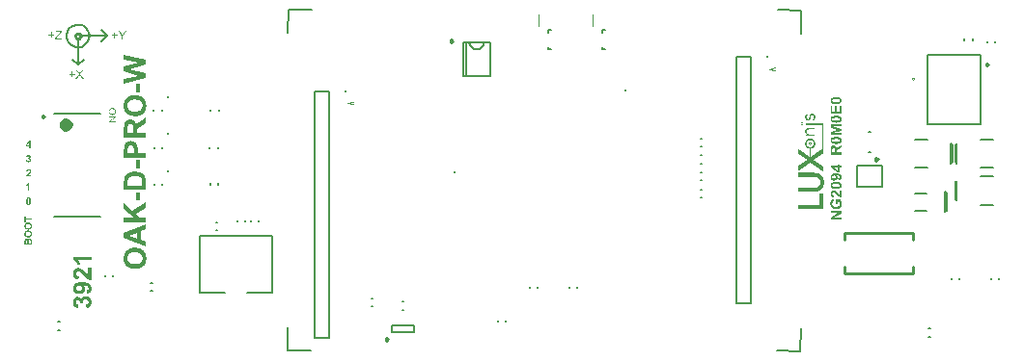
<source format=gto>
G04*
G04 #@! TF.GenerationSoftware,Altium Limited,Altium Designer,21.7.2 (23)*
G04*
G04 Layer_Color=65535*
%FSLAX44Y44*%
%MOMM*%
G71*
G04*
G04 #@! TF.SameCoordinates,7C38C3A3-C4E6-443E-8540-10D383AE158C*
G04*
G04*
G04 #@! TF.FilePolarity,Positive*
G04*
G01*
G75*
%ADD10C,0.2540*%
%ADD11C,0.2500*%
%ADD12C,0.2000*%
%ADD13C,0.6000*%
%ADD14C,0.1016*%
%ADD15C,0.1000*%
%ADD16C,0.2540*%
G36*
X788681Y241686D02*
X788914D01*
Y241658D01*
X789030D01*
Y241628D01*
X789118D01*
Y241599D01*
X789176D01*
Y241570D01*
X789234D01*
Y241541D01*
X789292D01*
Y241512D01*
X789321D01*
Y241483D01*
X789379D01*
Y241454D01*
X789408D01*
Y241425D01*
X789437D01*
Y241396D01*
X789466D01*
Y241367D01*
X789495D01*
Y241338D01*
X789525D01*
Y241308D01*
X789554D01*
Y241280D01*
X789583D01*
Y241250D01*
X789612D01*
Y241221D01*
Y241192D01*
X789641D01*
Y241163D01*
X789670D01*
Y241134D01*
Y241105D01*
X789699D01*
Y241076D01*
Y241047D01*
X789728D01*
Y241018D01*
Y240989D01*
X789757D01*
Y240960D01*
Y240931D01*
Y240902D01*
X789786D01*
Y240872D01*
Y240843D01*
Y240814D01*
Y240785D01*
X789815D01*
Y240756D01*
Y240727D01*
Y240698D01*
Y240669D01*
Y240640D01*
Y240611D01*
Y240582D01*
Y240553D01*
Y240524D01*
Y240495D01*
Y240466D01*
Y240436D01*
Y240407D01*
Y240378D01*
Y240349D01*
Y240320D01*
Y240291D01*
Y240262D01*
Y240233D01*
X789786D01*
Y240204D01*
Y240175D01*
Y240146D01*
Y240117D01*
X789757D01*
Y240088D01*
Y240058D01*
Y240029D01*
X789728D01*
Y240000D01*
Y239971D01*
X789699D01*
Y239942D01*
Y239913D01*
X789670D01*
Y239884D01*
Y239855D01*
X789641D01*
Y239826D01*
X789612D01*
Y239797D01*
Y239768D01*
X789583D01*
Y239739D01*
X789554D01*
Y239710D01*
X789525D01*
Y239681D01*
X789495D01*
Y239652D01*
X789466D01*
Y239622D01*
X789437D01*
Y239593D01*
X789408D01*
Y239564D01*
X789379D01*
Y239535D01*
X789321D01*
Y239506D01*
X789292D01*
Y239477D01*
X789234D01*
Y239448D01*
X789176D01*
Y239419D01*
X789118D01*
Y239390D01*
X789030D01*
Y239361D01*
X788914D01*
Y239332D01*
X788711D01*
Y239303D01*
X788507D01*
Y239332D01*
X788304D01*
Y239361D01*
X788187D01*
Y239390D01*
X788129D01*
Y239419D01*
X788042D01*
Y239448D01*
X787984D01*
Y239477D01*
X787955D01*
Y239506D01*
X787897D01*
Y239535D01*
X787868D01*
Y239564D01*
X787809D01*
Y239593D01*
X787780D01*
Y239622D01*
X787751D01*
Y239652D01*
X787722D01*
Y239681D01*
X787693D01*
Y239710D01*
X787664D01*
Y239739D01*
X787635D01*
Y239768D01*
Y239797D01*
X787606D01*
Y239826D01*
X787577D01*
Y239855D01*
Y239884D01*
X787548D01*
Y239913D01*
Y239942D01*
X787519D01*
Y239971D01*
Y240000D01*
X787490D01*
Y240029D01*
Y240058D01*
X787460D01*
Y240088D01*
Y240117D01*
Y240146D01*
X787431D01*
Y240175D01*
Y240204D01*
Y240233D01*
Y240262D01*
Y240291D01*
X787402D01*
Y240320D01*
Y240349D01*
Y240378D01*
Y240407D01*
Y240436D01*
Y240466D01*
Y240495D01*
Y240524D01*
Y240553D01*
Y240582D01*
Y240611D01*
Y240640D01*
Y240669D01*
Y240698D01*
Y240727D01*
X787431D01*
Y240756D01*
Y240785D01*
Y240814D01*
Y240843D01*
Y240872D01*
X787460D01*
Y240902D01*
Y240931D01*
Y240960D01*
X787490D01*
Y240989D01*
Y241018D01*
X787519D01*
Y241047D01*
Y241076D01*
X787548D01*
Y241105D01*
Y241134D01*
X787577D01*
Y241163D01*
Y241192D01*
X787606D01*
Y241221D01*
X787635D01*
Y241250D01*
Y241280D01*
X787664D01*
Y241308D01*
X787693D01*
Y241338D01*
X787722D01*
Y241367D01*
X787751D01*
Y241396D01*
X787780D01*
Y241425D01*
X787809D01*
Y241454D01*
X787868D01*
Y241483D01*
X787897D01*
Y241512D01*
X787955D01*
Y241541D01*
X787984D01*
Y241570D01*
X788042D01*
Y241599D01*
X788129D01*
Y241628D01*
X788216D01*
Y241658D01*
X788304D01*
Y241686D01*
X788536D01*
Y241716D01*
X788681D01*
Y241686D01*
D02*
G37*
G36*
X699971Y210205D02*
X700174D01*
Y210176D01*
X700291D01*
Y210147D01*
X700436D01*
Y210118D01*
X700494D01*
Y210089D01*
X700581D01*
Y210060D01*
X700668D01*
Y210031D01*
X700727D01*
Y210002D01*
X700785D01*
Y209973D01*
X700843D01*
Y209944D01*
X700872D01*
Y209914D01*
X700930D01*
Y209886D01*
X700959D01*
Y209856D01*
X701017D01*
Y209827D01*
X701046D01*
Y209798D01*
X701105D01*
Y209769D01*
X701134D01*
Y209740D01*
X701163D01*
Y209711D01*
X701192D01*
Y209682D01*
X701221D01*
Y209653D01*
X701279D01*
Y209624D01*
X701308D01*
Y209595D01*
X701337D01*
Y209566D01*
X701366D01*
Y209537D01*
X701395D01*
Y209508D01*
X701424D01*
Y209449D01*
X701453D01*
Y209420D01*
X701482D01*
Y209391D01*
X701512D01*
Y209362D01*
X701541D01*
Y209333D01*
X701570D01*
Y209275D01*
X701599D01*
Y209246D01*
X701628D01*
Y209188D01*
X701657D01*
Y209159D01*
X701686D01*
Y209101D01*
X701715D01*
Y209042D01*
X701744D01*
Y209013D01*
X701773D01*
Y208955D01*
X701802D01*
Y208897D01*
X701831D01*
Y208839D01*
X701860D01*
Y208781D01*
X701889D01*
Y208694D01*
X701918D01*
Y208635D01*
X701948D01*
Y208577D01*
X701977D01*
Y208490D01*
X702006D01*
Y208403D01*
X702035D01*
Y208316D01*
X702064D01*
Y208199D01*
X702093D01*
Y208083D01*
X702122D01*
Y207938D01*
X702151D01*
Y207792D01*
X702180D01*
Y207589D01*
X702209D01*
Y207327D01*
X702238D01*
Y206455D01*
X702209D01*
Y206135D01*
X702180D01*
Y205961D01*
X702151D01*
Y205786D01*
X702122D01*
Y205670D01*
X702093D01*
Y205554D01*
X702064D01*
Y205438D01*
X702035D01*
Y205350D01*
X702006D01*
Y205263D01*
X701977D01*
Y205176D01*
X701948D01*
Y205118D01*
X701918D01*
Y205031D01*
X701889D01*
Y204972D01*
X701860D01*
Y204914D01*
X701831D01*
Y204856D01*
X701802D01*
Y204798D01*
X701773D01*
Y204740D01*
X701744D01*
Y204711D01*
X701715D01*
Y204653D01*
X701686D01*
Y204624D01*
X701657D01*
Y204566D01*
X701628D01*
Y204536D01*
X701599D01*
Y204478D01*
X701570D01*
Y204449D01*
X701541D01*
Y204420D01*
X701512D01*
Y204362D01*
X701482D01*
Y204333D01*
X701453D01*
Y204304D01*
X701424D01*
Y204275D01*
X701395D01*
Y204246D01*
X701366D01*
Y204217D01*
X701337D01*
Y204188D01*
X701308D01*
Y204158D01*
X701279D01*
Y204130D01*
X701250D01*
Y204100D01*
X701221D01*
Y204071D01*
X701192D01*
Y204042D01*
X701163D01*
Y204013D01*
X701134D01*
Y203984D01*
X701105D01*
Y203955D01*
X701075D01*
Y203926D01*
X701046D01*
Y203897D01*
X700988D01*
Y203868D01*
X700959D01*
Y203839D01*
X700930D01*
Y203810D01*
X700901D01*
Y203781D01*
X700843D01*
Y203752D01*
X700814D01*
Y203722D01*
X700785D01*
Y203693D01*
X700727D01*
Y203664D01*
X700668D01*
Y203693D01*
X700639D01*
Y203722D01*
X700610D01*
Y203752D01*
X700581D01*
Y203810D01*
X700552D01*
Y203839D01*
X700523D01*
Y203868D01*
X700494D01*
Y203926D01*
X700465D01*
Y203955D01*
X700436D01*
Y203984D01*
X700407D01*
Y204013D01*
X700378D01*
Y204071D01*
X700349D01*
Y204100D01*
X700320D01*
Y204130D01*
X700291D01*
Y204188D01*
X700262D01*
Y204217D01*
X700232D01*
Y204246D01*
X700203D01*
Y204304D01*
X700174D01*
Y204333D01*
X700145D01*
Y204362D01*
X700116D01*
Y204391D01*
X700087D01*
Y204449D01*
X700058D01*
Y204478D01*
X700029D01*
Y204507D01*
X700000D01*
Y204566D01*
X699971D01*
Y204595D01*
X699942D01*
Y204624D01*
X699913D01*
Y204653D01*
X699883D01*
Y204711D01*
X699855D01*
Y204769D01*
X699883D01*
Y204798D01*
X699913D01*
Y204827D01*
X699942D01*
Y204856D01*
X699971D01*
Y204885D01*
X700000D01*
Y204914D01*
X700029D01*
Y204944D01*
X700087D01*
Y204972D01*
X700116D01*
Y205002D01*
X700145D01*
Y205031D01*
X700174D01*
Y205060D01*
X700203D01*
Y205089D01*
X700232D01*
Y205118D01*
X700262D01*
Y205147D01*
X700291D01*
Y205205D01*
X700320D01*
Y205234D01*
X700349D01*
Y205263D01*
X700378D01*
Y205292D01*
X700407D01*
Y205321D01*
X700436D01*
Y205350D01*
X700465D01*
Y205409D01*
X700494D01*
Y205438D01*
X700523D01*
Y205467D01*
X700552D01*
Y205525D01*
X700581D01*
Y205554D01*
X700610D01*
Y205612D01*
X700639D01*
Y205641D01*
X700668D01*
Y205699D01*
X700697D01*
Y205757D01*
X700727D01*
Y205816D01*
X700756D01*
Y205874D01*
X700785D01*
Y205932D01*
X700814D01*
Y206019D01*
X700843D01*
Y206106D01*
X700872D01*
Y206223D01*
X700901D01*
Y206368D01*
X700930D01*
Y206600D01*
X700959D01*
Y207182D01*
X700930D01*
Y207414D01*
X700901D01*
Y207560D01*
X700872D01*
Y207676D01*
X700843D01*
Y207763D01*
X700814D01*
Y207850D01*
X700785D01*
Y207938D01*
X700756D01*
Y207996D01*
X700727D01*
Y208054D01*
X700697D01*
Y208112D01*
X700668D01*
Y208170D01*
X700639D01*
Y208199D01*
X700610D01*
Y208258D01*
X700581D01*
Y208287D01*
X700552D01*
Y208316D01*
X700523D01*
Y208345D01*
X700494D01*
Y208403D01*
X700465D01*
Y208432D01*
X700436D01*
Y208461D01*
X700378D01*
Y208490D01*
X700349D01*
Y208519D01*
X700320D01*
Y208548D01*
X700291D01*
Y208577D01*
X700232D01*
Y208606D01*
X700203D01*
Y208635D01*
X700145D01*
Y208664D01*
X700058D01*
Y208694D01*
X699971D01*
Y208723D01*
X699825D01*
Y208752D01*
X699506D01*
Y208723D01*
X699360D01*
Y208694D01*
X699273D01*
Y208664D01*
X699186D01*
Y208635D01*
X699157D01*
Y208606D01*
X699099D01*
Y208577D01*
X699070D01*
Y208548D01*
X699041D01*
Y208519D01*
X698982D01*
Y208490D01*
X698953D01*
Y208461D01*
X698924D01*
Y208432D01*
X698895D01*
Y208374D01*
X698866D01*
Y208345D01*
X698837D01*
Y208316D01*
X698808D01*
Y208287D01*
X698779D01*
Y208228D01*
X698750D01*
Y208170D01*
X698721D01*
Y208141D01*
X698692D01*
Y208083D01*
X698663D01*
Y208025D01*
X698633D01*
Y207967D01*
X698605D01*
Y207880D01*
X698575D01*
Y207822D01*
X698546D01*
Y207734D01*
X698517D01*
Y207647D01*
X698488D01*
Y207531D01*
X698459D01*
Y207414D01*
X698430D01*
Y207298D01*
X698401D01*
Y207182D01*
X698372D01*
Y207066D01*
X698343D01*
Y206920D01*
X698314D01*
Y206775D01*
X698285D01*
Y206659D01*
X698256D01*
Y206542D01*
X698226D01*
Y206426D01*
X698197D01*
Y206310D01*
X698168D01*
Y206194D01*
X698139D01*
Y206077D01*
X698110D01*
Y205990D01*
X698081D01*
Y205874D01*
X698052D01*
Y205786D01*
X698023D01*
Y205699D01*
X697994D01*
Y205612D01*
X697965D01*
Y205525D01*
X697936D01*
Y205467D01*
X697907D01*
Y205380D01*
X697878D01*
Y205321D01*
X697849D01*
Y205263D01*
X697820D01*
Y205205D01*
X697791D01*
Y205147D01*
X697761D01*
Y205089D01*
X697732D01*
Y205031D01*
X697703D01*
Y204972D01*
X697674D01*
Y204944D01*
X697645D01*
Y204885D01*
X697616D01*
Y204856D01*
X697587D01*
Y204798D01*
X697558D01*
Y204769D01*
X697529D01*
Y204740D01*
X697500D01*
Y204682D01*
X697471D01*
Y204653D01*
X697442D01*
Y204624D01*
X697413D01*
Y204595D01*
X697383D01*
Y204566D01*
X697354D01*
Y204536D01*
X697325D01*
Y204507D01*
X697296D01*
Y204478D01*
X697267D01*
Y204449D01*
X697238D01*
Y204420D01*
X697180D01*
Y204391D01*
X697151D01*
Y204362D01*
X697122D01*
Y204333D01*
X697064D01*
Y204304D01*
X697035D01*
Y204275D01*
X696976D01*
Y204246D01*
X696947D01*
Y204217D01*
X696889D01*
Y204188D01*
X696831D01*
Y204158D01*
X696744D01*
Y204130D01*
X696657D01*
Y204100D01*
X696570D01*
Y204071D01*
X696453D01*
Y204042D01*
X696279D01*
Y204013D01*
X695552D01*
Y204042D01*
X695407D01*
Y204071D01*
X695290D01*
Y204100D01*
X695174D01*
Y204130D01*
X695116D01*
Y204158D01*
X695029D01*
Y204188D01*
X694971D01*
Y204217D01*
X694912D01*
Y204246D01*
X694854D01*
Y204275D01*
X694796D01*
Y204304D01*
X694738D01*
Y204333D01*
X694709D01*
Y204362D01*
X694680D01*
Y204391D01*
X694622D01*
Y204420D01*
X694593D01*
Y204449D01*
X694535D01*
Y204478D01*
X694505D01*
Y204507D01*
X694476D01*
Y204536D01*
X694447D01*
Y204566D01*
X694418D01*
Y204595D01*
X694389D01*
Y204624D01*
X694360D01*
Y204653D01*
X694331D01*
Y204682D01*
X694302D01*
Y204711D01*
X694273D01*
Y204740D01*
X694244D01*
Y204769D01*
X694215D01*
Y204798D01*
X694186D01*
Y204827D01*
X694157D01*
Y204885D01*
X694128D01*
Y204914D01*
X694099D01*
Y204944D01*
X694070D01*
Y205002D01*
X694040D01*
Y205031D01*
X694011D01*
Y205089D01*
X693982D01*
Y205147D01*
X693953D01*
Y205176D01*
X693924D01*
Y205234D01*
X693895D01*
Y205292D01*
X693866D01*
Y205350D01*
X693837D01*
Y205409D01*
X693808D01*
Y205467D01*
X693779D01*
Y205525D01*
X693750D01*
Y205583D01*
X693721D01*
Y205670D01*
X693691D01*
Y205757D01*
X693662D01*
Y205816D01*
X693633D01*
Y205932D01*
X693604D01*
Y206019D01*
X693575D01*
Y206135D01*
X693546D01*
Y206252D01*
X693517D01*
Y206397D01*
X693488D01*
Y206600D01*
X693459D01*
Y206920D01*
X693430D01*
Y207356D01*
X693459D01*
Y207676D01*
X693488D01*
Y207880D01*
X693517D01*
Y207996D01*
X693546D01*
Y208141D01*
X693575D01*
Y208228D01*
X693604D01*
Y208345D01*
X693633D01*
Y208432D01*
X693662D01*
Y208519D01*
X693691D01*
Y208577D01*
X693721D01*
Y208664D01*
X693750D01*
Y208723D01*
X693779D01*
Y208781D01*
X693808D01*
Y208839D01*
X693837D01*
Y208897D01*
X693866D01*
Y208955D01*
X693895D01*
Y209013D01*
X693924D01*
Y209042D01*
X693953D01*
Y209101D01*
X693982D01*
Y209130D01*
X694011D01*
Y209188D01*
X694040D01*
Y209217D01*
X694070D01*
Y209246D01*
X694099D01*
Y209304D01*
X694128D01*
Y209333D01*
X694157D01*
Y209362D01*
X694186D01*
Y209391D01*
X694215D01*
Y209420D01*
X694244D01*
Y209449D01*
X694273D01*
Y209478D01*
X694302D01*
Y209508D01*
X694331D01*
Y209537D01*
X694360D01*
Y209566D01*
X694389D01*
Y209595D01*
X694418D01*
Y209624D01*
X694447D01*
Y209653D01*
X694476D01*
Y209682D01*
X694535D01*
Y209711D01*
X694564D01*
Y209740D01*
X694593D01*
Y209769D01*
X694651D01*
Y209798D01*
X694680D01*
Y209827D01*
X694738D01*
Y209856D01*
X694767D01*
Y209886D01*
X694825D01*
Y209914D01*
X694883D01*
Y209944D01*
X694912D01*
Y209973D01*
X694971D01*
Y209914D01*
X695000D01*
Y209886D01*
X695029D01*
Y209827D01*
X695058D01*
Y209798D01*
X695087D01*
Y209740D01*
X695116D01*
Y209711D01*
X695145D01*
Y209653D01*
X695174D01*
Y209624D01*
X695203D01*
Y209566D01*
X695232D01*
Y209537D01*
X695261D01*
Y209478D01*
X695290D01*
Y209449D01*
X695319D01*
Y209391D01*
X695349D01*
Y209362D01*
X695378D01*
Y209304D01*
X695407D01*
Y209275D01*
X695436D01*
Y209217D01*
X695465D01*
Y209188D01*
X695494D01*
Y209130D01*
X695523D01*
Y209101D01*
X695552D01*
Y209042D01*
X695581D01*
Y209013D01*
X695610D01*
Y208955D01*
X695639D01*
Y208926D01*
X695668D01*
Y208868D01*
X695697D01*
Y208839D01*
X695726D01*
Y208810D01*
X695697D01*
Y208781D01*
X695639D01*
Y208752D01*
X695610D01*
Y208723D01*
X695552D01*
Y208694D01*
X695523D01*
Y208664D01*
X695494D01*
Y208635D01*
X695436D01*
Y208606D01*
X695407D01*
Y208577D01*
X695378D01*
Y208548D01*
X695349D01*
Y208519D01*
X695319D01*
Y208490D01*
X695290D01*
Y208461D01*
X695261D01*
Y208432D01*
X695232D01*
Y208403D01*
X695203D01*
Y208374D01*
X695174D01*
Y208345D01*
X695145D01*
Y208287D01*
X695116D01*
Y208258D01*
X695087D01*
Y208228D01*
X695058D01*
Y208170D01*
X695029D01*
Y208141D01*
X695000D01*
Y208083D01*
X694971D01*
Y208054D01*
X694942D01*
Y207996D01*
X694912D01*
Y207938D01*
X694883D01*
Y207850D01*
X694854D01*
Y207792D01*
X694825D01*
Y207705D01*
X694796D01*
Y207589D01*
X694767D01*
Y207473D01*
X694738D01*
Y207211D01*
X694709D01*
Y206862D01*
X694738D01*
Y206630D01*
X694767D01*
Y206484D01*
X694796D01*
Y206368D01*
X694825D01*
Y206281D01*
X694854D01*
Y206223D01*
X694883D01*
Y206135D01*
X694912D01*
Y206077D01*
X694942D01*
Y206019D01*
X694971D01*
Y205961D01*
X695000D01*
Y205903D01*
X695029D01*
Y205874D01*
X695058D01*
Y205845D01*
X695087D01*
Y205786D01*
X695116D01*
Y205757D01*
X695145D01*
Y205728D01*
X695174D01*
Y205699D01*
X695203D01*
Y205670D01*
X695232D01*
Y205641D01*
X695261D01*
Y205612D01*
X695290D01*
Y205583D01*
X695349D01*
Y205554D01*
X695378D01*
Y205525D01*
X695436D01*
Y205496D01*
X695494D01*
Y205467D01*
X695552D01*
Y205438D01*
X695639D01*
Y205409D01*
X695785D01*
Y205380D01*
X695959D01*
Y205409D01*
X696104D01*
Y205438D01*
X696192D01*
Y205467D01*
X696221D01*
Y205496D01*
X696279D01*
Y205525D01*
X696308D01*
Y205554D01*
X696366D01*
Y205583D01*
X696395D01*
Y205612D01*
X696424D01*
Y205670D01*
X696453D01*
Y205699D01*
X696482D01*
Y205728D01*
X696511D01*
Y205757D01*
X696540D01*
Y205816D01*
X696570D01*
Y205845D01*
X696599D01*
Y205903D01*
X696628D01*
Y205961D01*
X696657D01*
Y206019D01*
X696686D01*
Y206077D01*
X696715D01*
Y206135D01*
X696744D01*
Y206194D01*
X696773D01*
Y206281D01*
X696802D01*
Y206368D01*
X696831D01*
Y206455D01*
X696860D01*
Y206513D01*
X696889D01*
Y206630D01*
X696918D01*
Y206717D01*
X696947D01*
Y206833D01*
X696976D01*
Y206949D01*
X697006D01*
Y207066D01*
X697035D01*
Y207211D01*
X697064D01*
Y207327D01*
X697093D01*
Y207502D01*
X697122D01*
Y207647D01*
X697151D01*
Y207792D01*
X697180D01*
Y207880D01*
X697209D01*
Y207996D01*
X697238D01*
Y208112D01*
X697267D01*
Y208228D01*
X697296D01*
Y208345D01*
X697325D01*
Y208432D01*
X697354D01*
Y208519D01*
X697383D01*
Y208606D01*
X697413D01*
Y208664D01*
X697442D01*
Y208752D01*
X697471D01*
Y208810D01*
X697500D01*
Y208897D01*
X697529D01*
Y208955D01*
X697558D01*
Y209013D01*
X697587D01*
Y209072D01*
X697616D01*
Y209130D01*
X697645D01*
Y209159D01*
X697674D01*
Y209217D01*
X697703D01*
Y209246D01*
X697732D01*
Y209304D01*
X697761D01*
Y209362D01*
X697791D01*
Y209391D01*
X697820D01*
Y209420D01*
X697849D01*
Y209478D01*
X697878D01*
Y209508D01*
X697907D01*
Y209537D01*
X697936D01*
Y209566D01*
X697965D01*
Y209595D01*
X697994D01*
Y209624D01*
X698023D01*
Y209653D01*
X698052D01*
Y209682D01*
X698081D01*
Y209711D01*
X698110D01*
Y209740D01*
X698139D01*
Y209769D01*
X698168D01*
Y209798D01*
X698226D01*
Y209827D01*
X698256D01*
Y209856D01*
X698285D01*
Y209886D01*
X698343D01*
Y209914D01*
X698372D01*
Y209944D01*
X698430D01*
Y209973D01*
X698488D01*
Y210002D01*
X698517D01*
Y210031D01*
X698605D01*
Y210060D01*
X698663D01*
Y210089D01*
X698721D01*
Y210118D01*
X698808D01*
Y210147D01*
X698924D01*
Y210176D01*
X699041D01*
Y210205D01*
X699244D01*
Y210234D01*
X699971D01*
Y210205D01*
D02*
G37*
G36*
X690872Y202269D02*
X690988D01*
Y202240D01*
X691075D01*
Y202211D01*
X691133D01*
Y202182D01*
X691191D01*
Y202153D01*
X691250D01*
Y202124D01*
X691279D01*
Y202094D01*
X691337D01*
Y202065D01*
X691366D01*
Y202036D01*
X691395D01*
Y202007D01*
X691424D01*
Y201978D01*
X691453D01*
Y201949D01*
X691482D01*
Y201920D01*
X691511D01*
Y201891D01*
X691540D01*
Y201862D01*
X691569D01*
Y201804D01*
X691599D01*
Y201775D01*
X691628D01*
Y201717D01*
X691657D01*
Y201658D01*
X691686D01*
Y201600D01*
X691715D01*
Y201513D01*
X691744D01*
Y201397D01*
X691773D01*
Y201193D01*
X691802D01*
Y200990D01*
X691773D01*
Y200786D01*
X691744D01*
Y200670D01*
X691715D01*
Y200612D01*
X691686D01*
Y200525D01*
X691657D01*
Y200467D01*
X691628D01*
Y200438D01*
X691599D01*
Y200379D01*
X691569D01*
Y200350D01*
X691540D01*
Y200292D01*
X691511D01*
Y200263D01*
X691482D01*
Y200234D01*
X691453D01*
Y200205D01*
X691424D01*
Y200176D01*
X691395D01*
Y200147D01*
X691366D01*
Y200118D01*
X691308D01*
Y200089D01*
X691279D01*
Y200060D01*
X691220D01*
Y200030D01*
X691162D01*
Y200001D01*
X691104D01*
Y199972D01*
X691046D01*
Y199943D01*
X690959D01*
Y199914D01*
X690814D01*
Y199885D01*
X690378D01*
Y199914D01*
X690232D01*
Y199943D01*
X690145D01*
Y199972D01*
X690087D01*
Y200001D01*
X690029D01*
Y200030D01*
X689970D01*
Y200060D01*
X689912D01*
Y200089D01*
X689883D01*
Y200118D01*
X689825D01*
Y200147D01*
X689796D01*
Y200176D01*
X689767D01*
Y200205D01*
X689738D01*
Y200234D01*
X689709D01*
Y200263D01*
X689680D01*
Y200292D01*
X689651D01*
Y200350D01*
X689622D01*
Y200379D01*
X689593D01*
Y200438D01*
X689564D01*
Y200467D01*
X689534D01*
Y200525D01*
X689505D01*
Y200612D01*
X689476D01*
Y200699D01*
X689447D01*
Y200786D01*
X689418D01*
Y201019D01*
X689389D01*
Y201164D01*
X689418D01*
Y201397D01*
X689447D01*
Y201513D01*
X689476D01*
Y201600D01*
X689505D01*
Y201658D01*
X689534D01*
Y201717D01*
X689564D01*
Y201775D01*
X689593D01*
Y201804D01*
X689622D01*
Y201862D01*
X689651D01*
Y201891D01*
X689680D01*
Y201920D01*
X689709D01*
Y201949D01*
X689738D01*
Y201978D01*
X689767D01*
Y202007D01*
X689796D01*
Y202036D01*
X689825D01*
Y202065D01*
X689854D01*
Y202094D01*
X689912D01*
Y202124D01*
X689941D01*
Y202153D01*
X690000D01*
Y202182D01*
X690058D01*
Y202211D01*
X690116D01*
Y202240D01*
X690203D01*
Y202269D01*
X690319D01*
Y202298D01*
X690872D01*
Y202269D01*
D02*
G37*
G36*
X702035Y196222D02*
X696570D01*
Y196193D01*
X696366D01*
Y196164D01*
X696192D01*
Y196135D01*
X696075D01*
Y196106D01*
X695988D01*
Y196077D01*
X695901D01*
Y196048D01*
X695814D01*
Y196019D01*
X695755D01*
Y195990D01*
X695697D01*
Y195961D01*
X695610D01*
Y195932D01*
X695552D01*
Y195903D01*
X695523D01*
Y195873D01*
X695465D01*
Y195844D01*
X695436D01*
Y195815D01*
X695378D01*
Y195786D01*
X695349D01*
Y195757D01*
X695290D01*
Y195728D01*
X695261D01*
Y195699D01*
X695232D01*
Y195670D01*
X695203D01*
Y195641D01*
X695174D01*
Y195612D01*
X695145D01*
Y195583D01*
X695116D01*
Y195554D01*
X695087D01*
Y195495D01*
X695058D01*
Y195466D01*
X695029D01*
Y195437D01*
X695000D01*
Y195379D01*
X694971D01*
Y195321D01*
X694942D01*
Y195292D01*
X694912D01*
Y195234D01*
X694883D01*
Y195147D01*
X694854D01*
Y195089D01*
X694825D01*
Y195001D01*
X694796D01*
Y194885D01*
X694767D01*
Y194740D01*
X694738D01*
Y194478D01*
X694709D01*
Y194100D01*
X694738D01*
Y193809D01*
X694767D01*
Y193664D01*
X694796D01*
Y193519D01*
X694825D01*
Y193431D01*
X694854D01*
Y193344D01*
X694883D01*
Y193257D01*
X694912D01*
Y193199D01*
X694942D01*
Y193112D01*
X694971D01*
Y193054D01*
X695000D01*
Y192995D01*
X695029D01*
Y192966D01*
X695058D01*
Y192908D01*
X695087D01*
Y192879D01*
X695116D01*
Y192821D01*
X695145D01*
Y192792D01*
X695174D01*
Y192734D01*
X695203D01*
Y192705D01*
X695232D01*
Y192676D01*
X695261D01*
Y192647D01*
X695290D01*
Y192589D01*
X695319D01*
Y192559D01*
X695349D01*
Y192530D01*
X695378D01*
Y192501D01*
X695436D01*
Y192472D01*
X695465D01*
Y192443D01*
X695494D01*
Y192414D01*
X695523D01*
Y192385D01*
X695552D01*
Y192356D01*
X695581D01*
Y192327D01*
X695639D01*
Y192298D01*
X695668D01*
Y192269D01*
X695726D01*
Y192240D01*
X695755D01*
Y192211D01*
X695814D01*
Y192181D01*
X695872D01*
Y192152D01*
X695901D01*
Y192123D01*
X695959D01*
Y192094D01*
X696017D01*
Y192065D01*
X696075D01*
Y192036D01*
X696162D01*
Y192007D01*
X696221D01*
Y191978D01*
X696308D01*
Y191949D01*
X696395D01*
Y191920D01*
X696453D01*
Y191891D01*
X696570D01*
Y191862D01*
X696686D01*
Y191833D01*
X696802D01*
Y191803D01*
X696947D01*
Y191775D01*
X697122D01*
Y191745D01*
X697383D01*
Y191716D01*
X702035D01*
Y190321D01*
X695058D01*
Y190292D01*
X694476D01*
Y190263D01*
X693866D01*
Y190234D01*
X693662D01*
Y191571D01*
X694476D01*
Y191600D01*
X695029D01*
Y191658D01*
X694971D01*
Y191687D01*
X694912D01*
Y191716D01*
X694854D01*
Y191745D01*
X694825D01*
Y191775D01*
X694767D01*
Y191803D01*
X694738D01*
Y191833D01*
X694680D01*
Y191862D01*
X694651D01*
Y191891D01*
X694593D01*
Y191920D01*
X694564D01*
Y191949D01*
X694535D01*
Y191978D01*
X694505D01*
Y192007D01*
X694476D01*
Y192036D01*
X694418D01*
Y192065D01*
X694389D01*
Y192094D01*
X694360D01*
Y192123D01*
X694331D01*
Y192152D01*
X694302D01*
Y192181D01*
X694273D01*
Y192211D01*
X694244D01*
Y192269D01*
X694215D01*
Y192298D01*
X694186D01*
Y192327D01*
X694157D01*
Y192356D01*
X694128D01*
Y192385D01*
X694099D01*
Y192443D01*
X694070D01*
Y192472D01*
X694040D01*
Y192530D01*
X694011D01*
Y192559D01*
X693982D01*
Y192589D01*
X693953D01*
Y192647D01*
X693924D01*
Y192705D01*
X693895D01*
Y192734D01*
X693866D01*
Y192792D01*
X693837D01*
Y192850D01*
X693808D01*
Y192908D01*
X693779D01*
Y192966D01*
X693750D01*
Y193025D01*
X693721D01*
Y193083D01*
X693691D01*
Y193170D01*
X693662D01*
Y193228D01*
X693633D01*
Y193315D01*
X693604D01*
Y193402D01*
X693575D01*
Y193519D01*
X693546D01*
Y193606D01*
X693517D01*
Y193751D01*
X693488D01*
Y193926D01*
X693459D01*
Y194216D01*
X693430D01*
Y194681D01*
X693459D01*
Y195030D01*
X693488D01*
Y195205D01*
X693517D01*
Y195350D01*
X693546D01*
Y195466D01*
X693575D01*
Y195583D01*
X693604D01*
Y195670D01*
X693633D01*
Y195757D01*
X693662D01*
Y195844D01*
X693691D01*
Y195903D01*
X693721D01*
Y195961D01*
X693750D01*
Y196019D01*
X693779D01*
Y196077D01*
X693808D01*
Y196135D01*
X693837D01*
Y196193D01*
X693866D01*
Y196251D01*
X693895D01*
Y196280D01*
X693924D01*
Y196339D01*
X693953D01*
Y196368D01*
X693982D01*
Y196426D01*
X694011D01*
Y196455D01*
X694040D01*
Y196484D01*
X694070D01*
Y196542D01*
X694099D01*
Y196571D01*
X694128D01*
Y196600D01*
X694157D01*
Y196629D01*
X694186D01*
Y196658D01*
X694215D01*
Y196687D01*
X694244D01*
Y196716D01*
X694273D01*
Y196745D01*
X694302D01*
Y196775D01*
X694331D01*
Y196804D01*
X694360D01*
Y196833D01*
X694389D01*
Y196862D01*
X694418D01*
Y196891D01*
X694447D01*
Y196920D01*
X694476D01*
Y196949D01*
X694535D01*
Y196978D01*
X694564D01*
Y197007D01*
X694622D01*
Y197036D01*
X694651D01*
Y197065D01*
X694709D01*
Y197094D01*
X694738D01*
Y197124D01*
X694796D01*
Y197153D01*
X694854D01*
Y197182D01*
X694883D01*
Y197211D01*
X694942D01*
Y197240D01*
X695000D01*
Y197269D01*
X695087D01*
Y197298D01*
X695145D01*
Y197327D01*
X695203D01*
Y197356D01*
X695290D01*
Y197385D01*
X695378D01*
Y197414D01*
X695465D01*
Y197443D01*
X695581D01*
Y197472D01*
X695697D01*
Y197501D01*
X695843D01*
Y197530D01*
X695959D01*
Y197560D01*
X696192D01*
Y197589D01*
X696511D01*
Y197618D01*
X702035D01*
Y196222D01*
D02*
G37*
G36*
X709448Y175292D02*
X709419D01*
Y175262D01*
X709361D01*
Y175233D01*
X709332D01*
Y175204D01*
X709273D01*
Y175175D01*
X709244D01*
Y175146D01*
X709186D01*
Y175117D01*
X709157D01*
Y175088D01*
X709099D01*
Y175059D01*
X709070D01*
Y175030D01*
X709012D01*
Y175001D01*
X708983D01*
Y174972D01*
X708924D01*
Y174943D01*
X708895D01*
Y174914D01*
X708837D01*
Y174884D01*
X708808D01*
Y174855D01*
X708750D01*
Y174826D01*
X708721D01*
Y174797D01*
X708663D01*
Y174768D01*
X708634D01*
Y174739D01*
X708576D01*
Y174710D01*
X708547D01*
Y174681D01*
X708488D01*
Y174652D01*
X708459D01*
Y174623D01*
X708401D01*
Y174594D01*
X708372D01*
Y174565D01*
X708314D01*
Y174536D01*
X708285D01*
Y174506D01*
X708227D01*
Y174478D01*
X708198D01*
Y174448D01*
X708140D01*
Y174419D01*
X708111D01*
Y174390D01*
X708052D01*
Y174361D01*
X708023D01*
Y174332D01*
X707965D01*
Y174303D01*
X707936D01*
Y174274D01*
X707878D01*
Y174245D01*
X707849D01*
Y174216D01*
X707791D01*
Y174187D01*
X707762D01*
Y174158D01*
X707704D01*
Y174129D01*
X707674D01*
Y174100D01*
X707616D01*
Y174070D01*
X707587D01*
Y174042D01*
X707529D01*
Y174012D01*
X707500D01*
Y173983D01*
X707442D01*
Y173954D01*
X707413D01*
Y173925D01*
X707355D01*
Y173896D01*
X707326D01*
Y173867D01*
X707268D01*
Y173838D01*
X707238D01*
Y173809D01*
X707180D01*
Y173780D01*
X707151D01*
Y173751D01*
X707093D01*
Y173722D01*
X707064D01*
Y173692D01*
X707006D01*
Y173664D01*
X706977D01*
Y173634D01*
X706919D01*
Y173605D01*
X706890D01*
Y173576D01*
X706832D01*
Y173547D01*
X706802D01*
Y173518D01*
X706744D01*
Y173489D01*
X706715D01*
Y173460D01*
X706657D01*
Y173431D01*
X706628D01*
Y173402D01*
X706570D01*
Y173373D01*
X706541D01*
Y173344D01*
X706483D01*
Y173315D01*
X706453D01*
Y173286D01*
X706395D01*
Y173256D01*
X706366D01*
Y173228D01*
X706308D01*
Y173198D01*
X706279D01*
Y173169D01*
X706221D01*
Y173140D01*
X706192D01*
Y173111D01*
X706134D01*
Y173082D01*
X706105D01*
Y173053D01*
X706047D01*
Y173024D01*
X706018D01*
Y172995D01*
X705959D01*
Y172966D01*
X705930D01*
Y172937D01*
X705872D01*
Y172908D01*
X705843D01*
Y172879D01*
X705785D01*
Y172850D01*
X705756D01*
Y172820D01*
X705698D01*
Y172791D01*
X705669D01*
Y172762D01*
X705639D01*
Y172733D01*
X705581D01*
Y172704D01*
X705552D01*
Y172675D01*
X705494D01*
Y172646D01*
X705465D01*
Y172617D01*
X705407D01*
Y172588D01*
X705378D01*
Y172559D01*
X705320D01*
Y172530D01*
X705291D01*
Y172501D01*
X705232D01*
Y172472D01*
X705203D01*
Y172442D01*
X705145D01*
Y172413D01*
X705116D01*
Y172384D01*
X705058D01*
Y172355D01*
X705029D01*
Y172326D01*
X704971D01*
Y172297D01*
X704942D01*
Y172268D01*
X704884D01*
Y172239D01*
X704855D01*
Y172210D01*
X704797D01*
Y172181D01*
X704767D01*
Y172152D01*
X704709D01*
Y172123D01*
X704680D01*
Y172094D01*
X704622D01*
Y172065D01*
X704593D01*
Y172036D01*
X704535D01*
Y172006D01*
X704506D01*
Y171977D01*
X704448D01*
Y171948D01*
X704419D01*
Y171919D01*
X704360D01*
Y171890D01*
X704331D01*
Y171861D01*
X704273D01*
Y171832D01*
X704244D01*
Y171803D01*
X704186D01*
Y171774D01*
X704157D01*
Y171745D01*
X704099D01*
Y171716D01*
X704070D01*
Y171687D01*
X704012D01*
Y171658D01*
X703982D01*
Y171629D01*
X703924D01*
Y171600D01*
X703895D01*
Y171570D01*
X703837D01*
Y171541D01*
X703808D01*
Y171512D01*
X703750D01*
Y171483D01*
X703721D01*
Y171454D01*
X703663D01*
Y171425D01*
X703634D01*
Y171396D01*
X703576D01*
Y171367D01*
X703547D01*
Y171338D01*
X703488D01*
Y171309D01*
X703459D01*
Y171280D01*
X703401D01*
Y171251D01*
X703372D01*
Y171222D01*
X703314D01*
Y171192D01*
X703285D01*
Y171163D01*
X703227D01*
Y171134D01*
X703198D01*
Y171105D01*
X703139D01*
Y171076D01*
X703110D01*
Y171047D01*
X703052D01*
Y171018D01*
X703023D01*
Y170989D01*
X702965D01*
Y170960D01*
X702936D01*
Y170931D01*
X702878D01*
Y170902D01*
X702849D01*
Y170873D01*
X702791D01*
Y170844D01*
X702762D01*
Y170815D01*
X702703D01*
Y170786D01*
X702674D01*
Y170756D01*
X702616D01*
Y170727D01*
X702587D01*
Y170698D01*
X702529D01*
Y170669D01*
X702500D01*
Y170640D01*
X702442D01*
Y170611D01*
X702413D01*
Y170582D01*
X702355D01*
Y170553D01*
X702326D01*
Y170524D01*
X702267D01*
Y170495D01*
X702238D01*
Y170466D01*
X702180D01*
Y170437D01*
X702151D01*
Y170408D01*
X702093D01*
Y170378D01*
X702064D01*
Y170349D01*
X702006D01*
Y170320D01*
X701977D01*
Y170291D01*
X701918D01*
Y170262D01*
X701889D01*
Y170233D01*
X701831D01*
Y170204D01*
X701802D01*
Y170175D01*
X701744D01*
Y170146D01*
X701715D01*
Y170117D01*
X701657D01*
Y170088D01*
X701628D01*
Y170059D01*
X701570D01*
Y170030D01*
X701541D01*
Y170001D01*
X701482D01*
Y169972D01*
X701453D01*
Y169942D01*
X701395D01*
Y169913D01*
X701366D01*
Y169884D01*
X701308D01*
Y169855D01*
X701279D01*
Y169826D01*
X701221D01*
Y169797D01*
X701192D01*
Y169768D01*
X701134D01*
Y169739D01*
X701105D01*
Y169710D01*
X701046D01*
Y169681D01*
X701017D01*
Y169652D01*
X700959D01*
Y169623D01*
X700930D01*
Y169594D01*
X700872D01*
Y169564D01*
X700843D01*
Y169536D01*
X700785D01*
Y169506D01*
X700756D01*
Y169477D01*
X700697D01*
Y169448D01*
X700668D01*
Y169419D01*
X700639D01*
Y169390D01*
X700581D01*
Y169332D01*
X700639D01*
Y169303D01*
X700668D01*
Y169274D01*
X700727D01*
Y169245D01*
X700756D01*
Y169216D01*
X700814D01*
Y169187D01*
X700843D01*
Y169158D01*
X700901D01*
Y169128D01*
X700930D01*
Y169099D01*
X700988D01*
Y169070D01*
X701017D01*
Y169041D01*
X701075D01*
Y169012D01*
X701105D01*
Y168983D01*
X701163D01*
Y168954D01*
X701192D01*
Y168925D01*
X701250D01*
Y168896D01*
X701279D01*
Y168867D01*
X701337D01*
Y168838D01*
X701366D01*
Y168809D01*
X701424D01*
Y168780D01*
X701453D01*
Y168750D01*
X701512D01*
Y168722D01*
X701541D01*
Y168692D01*
X701599D01*
Y168663D01*
X701628D01*
Y168634D01*
X701686D01*
Y168605D01*
X701715D01*
Y168576D01*
X701773D01*
Y168547D01*
X701802D01*
Y168518D01*
X701860D01*
Y168489D01*
X701889D01*
Y168460D01*
X701948D01*
Y168431D01*
X701977D01*
Y168402D01*
X702035D01*
Y168373D01*
X702064D01*
Y168344D01*
X702093D01*
Y168314D01*
X702151D01*
Y168285D01*
X702180D01*
Y168256D01*
X702238D01*
Y168227D01*
X702267D01*
Y168198D01*
X702326D01*
Y168169D01*
X702355D01*
Y168140D01*
X702413D01*
Y168111D01*
X702442D01*
Y168082D01*
X702500D01*
Y168053D01*
X702529D01*
Y168024D01*
X702587D01*
Y167995D01*
X702616D01*
Y167966D01*
X702674D01*
Y167937D01*
X702703D01*
Y167908D01*
X702762D01*
Y167878D01*
X702791D01*
Y167849D01*
X702849D01*
Y167820D01*
X702878D01*
Y167791D01*
X702936D01*
Y167762D01*
X702965D01*
Y167733D01*
X703023D01*
Y167704D01*
X703052D01*
Y167675D01*
X703110D01*
Y167646D01*
X703139D01*
Y167617D01*
X703198D01*
Y167588D01*
X703227D01*
Y167559D01*
X703285D01*
Y167530D01*
X703314D01*
Y167500D01*
X703372D01*
Y167471D01*
X703401D01*
Y167442D01*
X703459D01*
Y167413D01*
X703488D01*
Y167384D01*
X703547D01*
Y167355D01*
X703576D01*
Y167326D01*
X703634D01*
Y167297D01*
X703663D01*
Y167268D01*
X703721D01*
Y167239D01*
X703750D01*
Y167210D01*
X703808D01*
Y167181D01*
X703837D01*
Y167152D01*
X703895D01*
Y167123D01*
X703924D01*
Y167094D01*
X703953D01*
Y167064D01*
X704012D01*
Y167035D01*
X704041D01*
Y167006D01*
X704099D01*
Y166977D01*
X704128D01*
Y166948D01*
X704186D01*
Y166919D01*
X704215D01*
Y166890D01*
X704273D01*
Y166861D01*
X704302D01*
Y166832D01*
X704360D01*
Y166803D01*
X704389D01*
Y166774D01*
X704448D01*
Y166745D01*
X704477D01*
Y166716D01*
X704535D01*
Y166687D01*
X704564D01*
Y166658D01*
X704622D01*
Y166628D01*
X704651D01*
Y166599D01*
X704709D01*
Y166570D01*
X704738D01*
Y166541D01*
X704797D01*
Y166512D01*
X704826D01*
Y166483D01*
X704884D01*
Y166454D01*
X704913D01*
Y166425D01*
X704971D01*
Y166396D01*
X705000D01*
Y166367D01*
X705058D01*
Y166338D01*
X705087D01*
Y166309D01*
X705145D01*
Y166280D01*
X705174D01*
Y166250D01*
X705232D01*
Y166221D01*
X705262D01*
Y166192D01*
X705320D01*
Y166163D01*
X705349D01*
Y166134D01*
X705407D01*
Y166105D01*
X705436D01*
Y166076D01*
X705494D01*
Y166047D01*
X705523D01*
Y166018D01*
X705581D01*
Y165989D01*
X705611D01*
Y165960D01*
X705669D01*
Y165931D01*
X705698D01*
Y165902D01*
X705756D01*
Y165873D01*
X705785D01*
Y165844D01*
X705814D01*
Y165814D01*
X705872D01*
Y165785D01*
X705901D01*
Y165756D01*
X705959D01*
Y165727D01*
X705988D01*
Y165698D01*
X706047D01*
Y165669D01*
X706076D01*
Y165640D01*
X706134D01*
Y165611D01*
X706163D01*
Y165582D01*
X706221D01*
Y165553D01*
X706250D01*
Y165524D01*
X706308D01*
Y165495D01*
X706337D01*
Y165466D01*
X706395D01*
Y165436D01*
X706424D01*
Y165407D01*
X706483D01*
Y165378D01*
X706512D01*
Y165349D01*
X706570D01*
Y165320D01*
X706599D01*
Y165291D01*
X706657D01*
Y165262D01*
X706686D01*
Y165233D01*
X706744D01*
Y165204D01*
X706773D01*
Y165175D01*
X706832D01*
Y165146D01*
X706861D01*
Y165117D01*
X706919D01*
Y165088D01*
X706948D01*
Y165059D01*
X707006D01*
Y165030D01*
X707035D01*
Y165000D01*
X707093D01*
Y164971D01*
X707122D01*
Y164942D01*
X707180D01*
Y164913D01*
X707209D01*
Y164884D01*
X707268D01*
Y164855D01*
X707297D01*
Y164826D01*
X707355D01*
Y164797D01*
X707384D01*
Y164768D01*
X707442D01*
Y164739D01*
X707471D01*
Y164710D01*
X707529D01*
Y164681D01*
X707558D01*
Y164652D01*
X707616D01*
Y164622D01*
X707645D01*
Y164594D01*
X707704D01*
Y164564D01*
X707733D01*
Y164535D01*
X707762D01*
Y164506D01*
X707820D01*
Y164477D01*
X707849D01*
Y164448D01*
X707907D01*
Y164419D01*
X707936D01*
Y164390D01*
X707994D01*
Y164361D01*
X708023D01*
Y164332D01*
X708082D01*
Y164303D01*
X708111D01*
Y164274D01*
X708169D01*
Y164245D01*
X708198D01*
Y164216D01*
X708256D01*
Y164186D01*
X708285D01*
Y164157D01*
X708343D01*
Y164128D01*
X708372D01*
Y164099D01*
X708430D01*
Y164070D01*
X708459D01*
Y164041D01*
X708518D01*
Y164012D01*
X708547D01*
Y163983D01*
X708605D01*
Y163954D01*
X708634D01*
Y163925D01*
X708692D01*
Y163896D01*
X708721D01*
Y163867D01*
X708779D01*
Y163838D01*
X708808D01*
Y163808D01*
X708866D01*
Y163780D01*
X708895D01*
Y163750D01*
X708954D01*
Y163721D01*
X708983D01*
Y163692D01*
X709041D01*
Y163663D01*
X709070D01*
Y163634D01*
X709128D01*
Y163605D01*
X709157D01*
Y163576D01*
X709215D01*
Y163547D01*
X709244D01*
Y163518D01*
X709302D01*
Y163489D01*
X709332D01*
Y163460D01*
X709390D01*
Y163431D01*
X709419D01*
Y163402D01*
X709448D01*
Y159041D01*
X709419D01*
Y159070D01*
X709390D01*
Y159099D01*
X709332D01*
Y159128D01*
X709302D01*
Y159157D01*
X709244D01*
Y159186D01*
X709215D01*
Y159215D01*
X709186D01*
Y159244D01*
X709128D01*
Y159274D01*
X709099D01*
Y159303D01*
X709041D01*
Y159332D01*
X709012D01*
Y159361D01*
X708954D01*
Y159390D01*
X708924D01*
Y159419D01*
X708866D01*
Y159448D01*
X708837D01*
Y159477D01*
X708808D01*
Y159506D01*
X708750D01*
Y159535D01*
X708721D01*
Y159564D01*
X708663D01*
Y159593D01*
X708634D01*
Y159622D01*
X708576D01*
Y159651D01*
X708547D01*
Y159681D01*
X708488D01*
Y159710D01*
X708459D01*
Y159739D01*
X708430D01*
Y159768D01*
X708372D01*
Y159797D01*
X708343D01*
Y159826D01*
X708285D01*
Y159855D01*
X708256D01*
Y159884D01*
X708198D01*
Y159913D01*
X708169D01*
Y159942D01*
X708111D01*
Y159971D01*
X708082D01*
Y160000D01*
X708023D01*
Y160029D01*
X707994D01*
Y160058D01*
X707965D01*
Y160088D01*
X707907D01*
Y160117D01*
X707878D01*
Y160146D01*
X707820D01*
Y160175D01*
X707791D01*
Y160204D01*
X707733D01*
Y160233D01*
X707704D01*
Y160262D01*
X707645D01*
Y160291D01*
X707616D01*
Y160320D01*
X707587D01*
Y160349D01*
X707529D01*
Y160378D01*
X707500D01*
Y160407D01*
X707442D01*
Y160436D01*
X707413D01*
Y160465D01*
X707355D01*
Y160494D01*
X707326D01*
Y160524D01*
X707268D01*
Y160553D01*
X707238D01*
Y160582D01*
X707209D01*
Y160611D01*
X707151D01*
Y160640D01*
X707122D01*
Y160669D01*
X707064D01*
Y160698D01*
X707035D01*
Y160727D01*
X706977D01*
Y160756D01*
X706948D01*
Y160785D01*
X706890D01*
Y160814D01*
X706861D01*
Y160843D01*
X706832D01*
Y160872D01*
X706773D01*
Y160902D01*
X706744D01*
Y160931D01*
X706686D01*
Y160960D01*
X706657D01*
Y160989D01*
X706599D01*
Y161018D01*
X706570D01*
Y161047D01*
X706512D01*
Y161076D01*
X706483D01*
Y161105D01*
X706453D01*
Y161134D01*
X706395D01*
Y161163D01*
X706366D01*
Y161192D01*
X706308D01*
Y161221D01*
X706279D01*
Y161250D01*
X706221D01*
Y161279D01*
X706192D01*
Y161308D01*
X706134D01*
Y161338D01*
X706105D01*
Y161367D01*
X706076D01*
Y161396D01*
X706018D01*
Y161425D01*
X705988D01*
Y161454D01*
X705930D01*
Y161483D01*
X705901D01*
Y161512D01*
X705843D01*
Y161541D01*
X705814D01*
Y161570D01*
X705756D01*
Y161599D01*
X705727D01*
Y161628D01*
X705698D01*
Y161657D01*
X705639D01*
Y161686D01*
X705611D01*
Y161716D01*
X705552D01*
Y161745D01*
X705523D01*
Y161774D01*
X705465D01*
Y161803D01*
X705436D01*
Y161832D01*
X705378D01*
Y161861D01*
X705349D01*
Y161890D01*
X705320D01*
Y161919D01*
X705262D01*
Y161948D01*
X705232D01*
Y161977D01*
X705174D01*
Y162006D01*
X705145D01*
Y162035D01*
X705087D01*
Y162064D01*
X705058D01*
Y162093D01*
X705000D01*
Y162122D01*
X704971D01*
Y162152D01*
X704942D01*
Y162181D01*
X704884D01*
Y162210D01*
X704855D01*
Y162239D01*
X704797D01*
Y162268D01*
X704767D01*
Y162297D01*
X704709D01*
Y162326D01*
X704680D01*
Y162355D01*
X704622D01*
Y162384D01*
X704593D01*
Y162413D01*
X704535D01*
Y162442D01*
X704506D01*
Y162471D01*
X704477D01*
Y162500D01*
X704419D01*
Y162529D01*
X704389D01*
Y162558D01*
X704331D01*
Y162588D01*
X704302D01*
Y162617D01*
X704244D01*
Y162646D01*
X704215D01*
Y162675D01*
X704157D01*
Y162704D01*
X704128D01*
Y162733D01*
X704099D01*
Y162762D01*
X704041D01*
Y162791D01*
X704012D01*
Y162820D01*
X703953D01*
Y162849D01*
X703924D01*
Y162878D01*
X703866D01*
Y162907D01*
X703837D01*
Y162936D01*
X703779D01*
Y162966D01*
X703750D01*
Y162995D01*
X703721D01*
Y163024D01*
X703663D01*
Y163053D01*
X703634D01*
Y163082D01*
X703576D01*
Y163111D01*
X703547D01*
Y163140D01*
X703488D01*
Y163169D01*
X703459D01*
Y163198D01*
X703401D01*
Y163227D01*
X703372D01*
Y163256D01*
X703343D01*
Y163285D01*
X703285D01*
Y163314D01*
X703256D01*
Y163343D01*
X703198D01*
Y163372D01*
X703168D01*
Y163402D01*
X703110D01*
Y163431D01*
X703081D01*
Y163460D01*
X703023D01*
Y163489D01*
X702994D01*
Y163518D01*
X702965D01*
Y163547D01*
X702907D01*
Y163576D01*
X702878D01*
Y163605D01*
X702820D01*
Y163634D01*
X702791D01*
Y163663D01*
X702732D01*
Y163692D01*
X702703D01*
Y163721D01*
X702645D01*
Y163750D01*
X702616D01*
Y163780D01*
X702587D01*
Y163808D01*
X702529D01*
Y163838D01*
X702500D01*
Y163867D01*
X702442D01*
Y163896D01*
X702413D01*
Y163925D01*
X702355D01*
Y163954D01*
X702326D01*
Y163983D01*
X702267D01*
Y164012D01*
X702238D01*
Y164041D01*
X702209D01*
Y164070D01*
X702151D01*
Y164099D01*
X702122D01*
Y164128D01*
X702064D01*
Y164157D01*
X702035D01*
Y164186D01*
X701977D01*
Y164216D01*
X701948D01*
Y164245D01*
X701889D01*
Y164274D01*
X701860D01*
Y164303D01*
X701831D01*
Y164332D01*
X701773D01*
Y164361D01*
X701744D01*
Y164390D01*
X701686D01*
Y164419D01*
X701657D01*
Y164448D01*
X701599D01*
Y164477D01*
X701570D01*
Y164506D01*
X701512D01*
Y164535D01*
X701482D01*
Y164564D01*
X701424D01*
Y164594D01*
X701395D01*
Y164622D01*
X701366D01*
Y164652D01*
X701308D01*
Y164681D01*
X701279D01*
Y164710D01*
X701221D01*
Y164739D01*
X701192D01*
Y164768D01*
X701134D01*
Y164797D01*
X701105D01*
Y164826D01*
X701046D01*
Y164855D01*
X701017D01*
Y164884D01*
X700988D01*
Y164913D01*
X700930D01*
Y164942D01*
X700901D01*
Y164971D01*
X700843D01*
Y165000D01*
X700814D01*
Y165030D01*
X700756D01*
Y165059D01*
X700727D01*
Y165088D01*
X700668D01*
Y165117D01*
X700639D01*
Y165146D01*
X700610D01*
Y165175D01*
X700552D01*
Y165204D01*
X700523D01*
Y165233D01*
X700465D01*
Y165262D01*
X700436D01*
Y165291D01*
X700378D01*
Y165320D01*
X700349D01*
Y165349D01*
X700291D01*
Y165378D01*
X700262D01*
Y165407D01*
X700232D01*
Y165436D01*
X700174D01*
Y165466D01*
X700145D01*
Y165495D01*
X700087D01*
Y165524D01*
X700058D01*
Y165553D01*
X700000D01*
Y165582D01*
X699971D01*
Y165611D01*
X699913D01*
Y165640D01*
X699883D01*
Y165669D01*
X699855D01*
Y165698D01*
X699796D01*
Y165727D01*
X699767D01*
Y165756D01*
X699709D01*
Y165785D01*
X699680D01*
Y165814D01*
X699622D01*
Y165844D01*
X699593D01*
Y165873D01*
X699535D01*
Y165902D01*
X699506D01*
Y165931D01*
X699476D01*
Y165960D01*
X699418D01*
Y165989D01*
X699389D01*
Y166018D01*
X699331D01*
Y166047D01*
X699302D01*
Y166076D01*
X699244D01*
Y166105D01*
X699215D01*
Y166134D01*
X699157D01*
Y166163D01*
X699128D01*
Y166192D01*
X699099D01*
Y166221D01*
X699041D01*
Y166250D01*
X699012D01*
Y166280D01*
X698953D01*
Y166309D01*
X698924D01*
Y166338D01*
X698866D01*
Y166367D01*
X698837D01*
Y166396D01*
X698779D01*
Y166425D01*
X698750D01*
Y166454D01*
X698721D01*
Y166483D01*
X698663D01*
Y166512D01*
X698633D01*
Y166541D01*
X698575D01*
Y166570D01*
X698546D01*
Y166599D01*
X698488D01*
Y166628D01*
X698459D01*
Y166658D01*
X698401D01*
Y166687D01*
X698372D01*
Y166716D01*
X698343D01*
Y166745D01*
X698285D01*
Y166774D01*
X698256D01*
Y166803D01*
X698197D01*
Y166832D01*
X698168D01*
Y166861D01*
X698110D01*
Y166890D01*
X698081D01*
Y166919D01*
X698023D01*
Y166948D01*
X697994D01*
Y166977D01*
X697936D01*
Y167006D01*
X697907D01*
Y167035D01*
X697849D01*
Y167006D01*
X697820D01*
Y166977D01*
X697761D01*
Y166948D01*
X697732D01*
Y166919D01*
X697674D01*
Y166890D01*
X697645D01*
Y166861D01*
X697616D01*
Y166832D01*
X697558D01*
Y166803D01*
X697529D01*
Y166774D01*
X697471D01*
Y166745D01*
X697442D01*
Y166716D01*
X697413D01*
Y166687D01*
X697354D01*
Y166658D01*
X697325D01*
Y166628D01*
X697267D01*
Y166599D01*
X697238D01*
Y166570D01*
X697209D01*
Y166541D01*
X697151D01*
Y166512D01*
X697122D01*
Y166483D01*
X697064D01*
Y166454D01*
X697035D01*
Y166425D01*
X697006D01*
Y166396D01*
X696947D01*
Y166367D01*
X696918D01*
Y166338D01*
X696860D01*
Y166309D01*
X696831D01*
Y166280D01*
X696773D01*
Y166250D01*
X696744D01*
Y166221D01*
X696715D01*
Y166192D01*
X696657D01*
Y166163D01*
X696628D01*
Y166134D01*
X696570D01*
Y166105D01*
X696540D01*
Y166076D01*
X696511D01*
Y166047D01*
X696453D01*
Y166018D01*
X696424D01*
Y165989D01*
X696366D01*
Y165960D01*
X696337D01*
Y165931D01*
X696308D01*
Y165902D01*
X696250D01*
Y165873D01*
X696221D01*
Y165844D01*
X696162D01*
Y165814D01*
X696133D01*
Y165785D01*
X696104D01*
Y165756D01*
X696046D01*
Y165727D01*
X696017D01*
Y165698D01*
X695959D01*
Y165669D01*
X695930D01*
Y165640D01*
X695901D01*
Y165611D01*
X695843D01*
Y165582D01*
X695814D01*
Y165553D01*
X695755D01*
Y165524D01*
X695726D01*
Y165495D01*
X695697D01*
Y165466D01*
X695639D01*
Y165436D01*
X695610D01*
Y165407D01*
X695552D01*
Y165378D01*
X695523D01*
Y165349D01*
X695465D01*
Y165320D01*
X695436D01*
Y165291D01*
X695407D01*
Y165262D01*
X695349D01*
Y165233D01*
X695319D01*
Y165204D01*
X695261D01*
Y165175D01*
X695232D01*
Y165146D01*
X695203D01*
Y165117D01*
X695145D01*
Y165088D01*
X695116D01*
Y165059D01*
X695058D01*
Y165030D01*
X695029D01*
Y165000D01*
X695000D01*
Y164971D01*
X694942D01*
Y164942D01*
X694912D01*
Y164913D01*
X694854D01*
Y164884D01*
X694825D01*
Y164855D01*
X694796D01*
Y164826D01*
X694738D01*
Y164797D01*
X694709D01*
Y164768D01*
X694651D01*
Y164739D01*
X694622D01*
Y164710D01*
X694593D01*
Y164681D01*
X694535D01*
Y164652D01*
X694505D01*
Y164622D01*
X694447D01*
Y164594D01*
X694418D01*
Y164564D01*
X694360D01*
Y164535D01*
X694331D01*
Y164506D01*
X694302D01*
Y164477D01*
X694244D01*
Y164448D01*
X694215D01*
Y164419D01*
X694157D01*
Y164390D01*
X694128D01*
Y164361D01*
X694099D01*
Y164332D01*
X694040D01*
Y164303D01*
X694011D01*
Y164274D01*
X693953D01*
Y164245D01*
X693924D01*
Y164216D01*
X693895D01*
Y164186D01*
X693837D01*
Y164157D01*
X693808D01*
Y164128D01*
X693750D01*
Y164099D01*
X693721D01*
Y164070D01*
X693691D01*
Y164041D01*
X693633D01*
Y164012D01*
X693604D01*
Y163983D01*
X693546D01*
Y163954D01*
X693517D01*
Y163925D01*
X693488D01*
Y163896D01*
X693430D01*
Y163867D01*
X693401D01*
Y163838D01*
X693343D01*
Y163808D01*
X693314D01*
Y163780D01*
X693255D01*
Y163750D01*
X693226D01*
Y163721D01*
X693197D01*
Y163692D01*
X693139D01*
Y163663D01*
X693110D01*
Y163634D01*
X693052D01*
Y163605D01*
X693023D01*
Y163576D01*
X692994D01*
Y163547D01*
X692936D01*
Y163518D01*
X692907D01*
Y163489D01*
X692849D01*
Y163460D01*
X692819D01*
Y163431D01*
X692790D01*
Y163402D01*
X692732D01*
Y163372D01*
X692703D01*
Y163343D01*
X692645D01*
Y163314D01*
X692616D01*
Y163285D01*
X692587D01*
Y163256D01*
X692529D01*
Y163227D01*
X692500D01*
Y163198D01*
X692441D01*
Y163169D01*
X692412D01*
Y163140D01*
X692383D01*
Y163111D01*
X692325D01*
Y163082D01*
X692296D01*
Y163053D01*
X692238D01*
Y163024D01*
X692209D01*
Y162995D01*
X692151D01*
Y162966D01*
X692122D01*
Y162936D01*
X692093D01*
Y162907D01*
X692035D01*
Y162878D01*
X692005D01*
Y162849D01*
X691947D01*
Y162820D01*
X691918D01*
Y162791D01*
X691889D01*
Y162762D01*
X691831D01*
Y162733D01*
X691802D01*
Y162704D01*
X691744D01*
Y162675D01*
X691715D01*
Y162646D01*
X691686D01*
Y162617D01*
X691628D01*
Y162588D01*
X691599D01*
Y162558D01*
X691540D01*
Y162529D01*
X691511D01*
Y162500D01*
X691482D01*
Y162471D01*
X691424D01*
Y162442D01*
X691395D01*
Y162413D01*
X691337D01*
Y162384D01*
X691308D01*
Y162355D01*
X691279D01*
Y162326D01*
X691220D01*
Y162297D01*
X691191D01*
Y162268D01*
X691133D01*
Y162239D01*
X691104D01*
Y162210D01*
X691075D01*
Y162181D01*
X691017D01*
Y162152D01*
X690988D01*
Y162122D01*
X690930D01*
Y162093D01*
X690901D01*
Y162064D01*
X690843D01*
Y162035D01*
X690814D01*
Y162006D01*
X690784D01*
Y161977D01*
X690726D01*
Y161948D01*
X690697D01*
Y161919D01*
X690639D01*
Y161890D01*
X690610D01*
Y161861D01*
X690581D01*
Y161832D01*
X690523D01*
Y161803D01*
X690494D01*
Y161774D01*
X690436D01*
Y161745D01*
X690406D01*
Y161716D01*
X690378D01*
Y161686D01*
X690319D01*
Y161657D01*
X690290D01*
Y161628D01*
X690232D01*
Y161599D01*
X690203D01*
Y161570D01*
X690174D01*
Y161541D01*
X690116D01*
Y161512D01*
X690087D01*
Y161483D01*
X690029D01*
Y161454D01*
X690000D01*
Y161425D01*
X689970D01*
Y161396D01*
X689912D01*
Y161367D01*
X689883D01*
Y161338D01*
X689825D01*
Y161308D01*
X689796D01*
Y161279D01*
X689738D01*
Y161250D01*
X689709D01*
Y161221D01*
X689680D01*
Y161192D01*
X689622D01*
Y161163D01*
X689593D01*
Y161134D01*
X689534D01*
Y161105D01*
X689505D01*
Y161076D01*
X689476D01*
Y161047D01*
X689418D01*
Y161018D01*
X689389D01*
Y160989D01*
X689331D01*
Y160960D01*
X689302D01*
Y160931D01*
X689273D01*
Y160902D01*
X689215D01*
Y160872D01*
X689186D01*
Y160843D01*
X689128D01*
Y160814D01*
X689098D01*
Y160785D01*
X689069D01*
Y160756D01*
X689011D01*
Y160727D01*
X688982D01*
Y160698D01*
X688924D01*
Y160669D01*
X688895D01*
Y160640D01*
X688866D01*
Y160611D01*
X688808D01*
Y160582D01*
X688779D01*
Y160553D01*
X688720D01*
Y160524D01*
X688691D01*
Y160494D01*
X688633D01*
Y160465D01*
X688604D01*
Y160436D01*
X688575D01*
Y160407D01*
X688517D01*
Y160378D01*
X688488D01*
Y160349D01*
X688430D01*
Y160320D01*
X688401D01*
Y160291D01*
X688372D01*
Y160262D01*
X688314D01*
Y160233D01*
X688284D01*
Y160204D01*
X688226D01*
Y160175D01*
X688197D01*
Y160146D01*
X688168D01*
Y160117D01*
X688110D01*
Y160088D01*
X688081D01*
Y160058D01*
X688023D01*
Y160029D01*
X687994D01*
Y160000D01*
X687965D01*
Y159971D01*
X687906D01*
Y159942D01*
X687877D01*
Y159913D01*
X687819D01*
Y159884D01*
X687790D01*
Y159855D01*
X687761D01*
Y159826D01*
X687703D01*
Y159797D01*
X687674D01*
Y159768D01*
X687616D01*
Y159739D01*
X687587D01*
Y159710D01*
X687529D01*
Y159681D01*
X687499D01*
Y159651D01*
X687470D01*
Y159622D01*
X687412D01*
Y164099D01*
X687441D01*
Y164128D01*
X687499D01*
Y164157D01*
X687529D01*
Y164186D01*
X687587D01*
Y164216D01*
X687616D01*
Y164245D01*
X687645D01*
Y164274D01*
X687703D01*
Y164303D01*
X687732D01*
Y164332D01*
X687790D01*
Y164361D01*
X687819D01*
Y164390D01*
X687877D01*
Y164419D01*
X687906D01*
Y164448D01*
X687965D01*
Y164477D01*
X687994D01*
Y164506D01*
X688023D01*
Y164535D01*
X688081D01*
Y164564D01*
X688110D01*
Y164594D01*
X688168D01*
Y164622D01*
X688197D01*
Y164652D01*
X688255D01*
Y164681D01*
X688284D01*
Y164710D01*
X688343D01*
Y164739D01*
X688372D01*
Y164768D01*
X688430D01*
Y164797D01*
X688459D01*
Y164826D01*
X688488D01*
Y164855D01*
X688546D01*
Y164884D01*
X688575D01*
Y164913D01*
X688633D01*
Y164942D01*
X688662D01*
Y164971D01*
X688720D01*
Y165000D01*
X688749D01*
Y165030D01*
X688808D01*
Y165059D01*
X688837D01*
Y165088D01*
X688866D01*
Y165117D01*
X688924D01*
Y165146D01*
X688953D01*
Y165175D01*
X689011D01*
Y165204D01*
X689040D01*
Y165233D01*
X689098D01*
Y165262D01*
X689128D01*
Y165291D01*
X689186D01*
Y165320D01*
X689215D01*
Y165349D01*
X689273D01*
Y165378D01*
X689302D01*
Y165407D01*
X689331D01*
Y165436D01*
X689389D01*
Y165466D01*
X689418D01*
Y165495D01*
X689476D01*
Y165524D01*
X689505D01*
Y165553D01*
X689564D01*
Y165582D01*
X689593D01*
Y165611D01*
X689651D01*
Y165640D01*
X689680D01*
Y165669D01*
X689738D01*
Y165698D01*
X689767D01*
Y165727D01*
X689796D01*
Y165756D01*
X689854D01*
Y165785D01*
X689883D01*
Y165814D01*
X689941D01*
Y165844D01*
X689970D01*
Y165873D01*
X690029D01*
Y165902D01*
X690058D01*
Y165931D01*
X690116D01*
Y165960D01*
X690145D01*
Y165989D01*
X690174D01*
Y166018D01*
X690232D01*
Y166047D01*
X690261D01*
Y166076D01*
X690319D01*
Y166105D01*
X690348D01*
Y166134D01*
X690406D01*
Y166163D01*
X690436D01*
Y166192D01*
X690494D01*
Y166221D01*
X690523D01*
Y166250D01*
X690581D01*
Y166280D01*
X690610D01*
Y166309D01*
X690639D01*
Y166338D01*
X690697D01*
Y166367D01*
X690726D01*
Y166396D01*
X690784D01*
Y166425D01*
X690814D01*
Y166454D01*
X690872D01*
Y166483D01*
X690901D01*
Y166512D01*
X690959D01*
Y166541D01*
X690988D01*
Y166570D01*
X691017D01*
Y166599D01*
X691075D01*
Y166628D01*
X691104D01*
Y166658D01*
X691162D01*
Y166687D01*
X691191D01*
Y166716D01*
X691250D01*
Y166745D01*
X691279D01*
Y166774D01*
X691337D01*
Y166803D01*
X691366D01*
Y166832D01*
X691424D01*
Y166861D01*
X691453D01*
Y166890D01*
X691482D01*
Y166919D01*
X691540D01*
Y166948D01*
X691569D01*
Y166977D01*
X691628D01*
Y167006D01*
X691657D01*
Y167035D01*
X691715D01*
Y167064D01*
X691744D01*
Y167094D01*
X691802D01*
Y167123D01*
X691831D01*
Y167152D01*
X691889D01*
Y167181D01*
X691918D01*
Y167210D01*
X691947D01*
Y167239D01*
X692005D01*
Y167268D01*
X692035D01*
Y167297D01*
X692093D01*
Y167326D01*
X692122D01*
Y167355D01*
X692180D01*
Y167384D01*
X692209D01*
Y167413D01*
X692267D01*
Y167442D01*
X692296D01*
Y167471D01*
X692325D01*
Y167500D01*
X692383D01*
Y167530D01*
X692412D01*
Y167559D01*
X692471D01*
Y167588D01*
X692500D01*
Y167617D01*
X692558D01*
Y167646D01*
X692587D01*
Y167675D01*
X692645D01*
Y167704D01*
X692674D01*
Y167733D01*
X692732D01*
Y167762D01*
X692761D01*
Y167791D01*
X692790D01*
Y167820D01*
X692849D01*
Y167849D01*
X692878D01*
Y167878D01*
X692936D01*
Y167908D01*
X692965D01*
Y167937D01*
X693023D01*
Y167966D01*
X693052D01*
Y167995D01*
X693110D01*
Y168024D01*
X693139D01*
Y168053D01*
X693168D01*
Y168082D01*
X693226D01*
Y168111D01*
X693255D01*
Y168140D01*
X693314D01*
Y168169D01*
X693343D01*
Y168198D01*
X693401D01*
Y168227D01*
X693430D01*
Y168256D01*
X693488D01*
Y168285D01*
X693517D01*
Y168314D01*
X693575D01*
Y168344D01*
X693604D01*
Y168373D01*
X693633D01*
Y168402D01*
X693691D01*
Y168431D01*
X693721D01*
Y168460D01*
X693779D01*
Y168489D01*
X693808D01*
Y168518D01*
X693866D01*
Y168547D01*
X693895D01*
Y168576D01*
X693953D01*
Y168605D01*
X693982D01*
Y168634D01*
X694040D01*
Y168663D01*
X694070D01*
Y168692D01*
X694099D01*
Y168722D01*
X694157D01*
Y168750D01*
X694186D01*
Y168780D01*
X694244D01*
Y168809D01*
X694273D01*
Y168838D01*
X694331D01*
Y168867D01*
X694360D01*
Y168896D01*
X694418D01*
Y168925D01*
X694447D01*
Y168954D01*
X694476D01*
Y168983D01*
X694535D01*
Y169012D01*
X694564D01*
Y169041D01*
X694622D01*
Y169070D01*
X694651D01*
Y169099D01*
X694709D01*
Y169128D01*
X694738D01*
Y169158D01*
X694796D01*
Y169187D01*
X694825D01*
Y169216D01*
X694883D01*
Y169245D01*
X694912D01*
Y169274D01*
X694942D01*
Y169303D01*
X695000D01*
Y169332D01*
X695029D01*
Y169361D01*
X695087D01*
Y169390D01*
X695116D01*
Y169419D01*
X695174D01*
Y169448D01*
X695203D01*
Y169477D01*
X695232D01*
Y169506D01*
X695174D01*
Y169536D01*
X695145D01*
Y169564D01*
X695087D01*
Y169594D01*
X695058D01*
Y169623D01*
X695000D01*
Y169652D01*
X694971D01*
Y169681D01*
X694912D01*
Y169710D01*
X694883D01*
Y169739D01*
X694825D01*
Y169768D01*
X694796D01*
Y169797D01*
X694738D01*
Y169826D01*
X694709D01*
Y169855D01*
X694680D01*
Y169884D01*
X694622D01*
Y169913D01*
X694593D01*
Y169942D01*
X694535D01*
Y169972D01*
X694505D01*
Y170001D01*
X694447D01*
Y170030D01*
X694418D01*
Y170059D01*
X694360D01*
Y170088D01*
X694331D01*
Y170117D01*
X694273D01*
Y170146D01*
X694244D01*
Y170175D01*
X694186D01*
Y170204D01*
X694157D01*
Y170233D01*
X694099D01*
Y170262D01*
X694070D01*
Y170291D01*
X694040D01*
Y170320D01*
X693982D01*
Y170349D01*
X693953D01*
Y170378D01*
X693895D01*
Y170408D01*
X693866D01*
Y170437D01*
X693808D01*
Y170466D01*
X693779D01*
Y170495D01*
X693721D01*
Y170524D01*
X693691D01*
Y170553D01*
X693633D01*
Y170582D01*
X693604D01*
Y170611D01*
X693546D01*
Y170640D01*
X693517D01*
Y170669D01*
X693459D01*
Y170698D01*
X693430D01*
Y170727D01*
X693401D01*
Y170756D01*
X693343D01*
Y170786D01*
X693314D01*
Y170815D01*
X693255D01*
Y170844D01*
X693226D01*
Y170873D01*
X693168D01*
Y170902D01*
X693139D01*
Y170931D01*
X693081D01*
Y170960D01*
X693052D01*
Y170989D01*
X692994D01*
Y171018D01*
X692965D01*
Y171047D01*
X692907D01*
Y171076D01*
X692878D01*
Y171105D01*
X692819D01*
Y171134D01*
X692790D01*
Y171163D01*
X692761D01*
Y171192D01*
X692703D01*
Y171222D01*
X692674D01*
Y171251D01*
X692616D01*
Y171280D01*
X692587D01*
Y171309D01*
X692529D01*
Y171338D01*
X692500D01*
Y171367D01*
X692441D01*
Y171396D01*
X692412D01*
Y171425D01*
X692354D01*
Y171454D01*
X692325D01*
Y171483D01*
X692267D01*
Y171512D01*
X692238D01*
Y171541D01*
X692180D01*
Y171570D01*
X692151D01*
Y171600D01*
X692122D01*
Y171629D01*
X692064D01*
Y171658D01*
X692035D01*
Y171687D01*
X691976D01*
Y171716D01*
X691947D01*
Y171745D01*
X691889D01*
Y171774D01*
X691860D01*
Y171803D01*
X691802D01*
Y171832D01*
X691773D01*
Y171861D01*
X691715D01*
Y171890D01*
X691686D01*
Y171919D01*
X691628D01*
Y171948D01*
X691599D01*
Y171977D01*
X691540D01*
Y172006D01*
X691511D01*
Y172036D01*
X691482D01*
Y172065D01*
X691424D01*
Y172094D01*
X691395D01*
Y172123D01*
X691337D01*
Y172152D01*
X691308D01*
Y172181D01*
X691250D01*
Y172210D01*
X691220D01*
Y172239D01*
X691162D01*
Y172268D01*
X691133D01*
Y172297D01*
X691075D01*
Y172326D01*
X691046D01*
Y172355D01*
X690988D01*
Y172384D01*
X690959D01*
Y172413D01*
X690901D01*
Y172442D01*
X690872D01*
Y172472D01*
X690843D01*
Y172501D01*
X690784D01*
Y172530D01*
X690755D01*
Y172559D01*
X690697D01*
Y172588D01*
X690668D01*
Y172617D01*
X690610D01*
Y172646D01*
X690581D01*
Y172675D01*
X690523D01*
Y172704D01*
X690494D01*
Y172733D01*
X690436D01*
Y172762D01*
X690406D01*
Y172791D01*
X690348D01*
Y172820D01*
X690319D01*
Y172850D01*
X690261D01*
Y172879D01*
X690232D01*
Y172908D01*
X690203D01*
Y172937D01*
X690145D01*
Y172966D01*
X690116D01*
Y172995D01*
X690058D01*
Y173024D01*
X690029D01*
Y173053D01*
X689970D01*
Y173082D01*
X689941D01*
Y173111D01*
X689883D01*
Y173140D01*
X689854D01*
Y173169D01*
X689796D01*
Y173198D01*
X689767D01*
Y173228D01*
X689709D01*
Y173256D01*
X689680D01*
Y173286D01*
X689622D01*
Y173315D01*
X689593D01*
Y173344D01*
X689564D01*
Y173373D01*
X689505D01*
Y173402D01*
X689476D01*
Y173431D01*
X689418D01*
Y173460D01*
X689389D01*
Y173489D01*
X689331D01*
Y173518D01*
X689302D01*
Y173547D01*
X689244D01*
Y173576D01*
X689215D01*
Y173605D01*
X689157D01*
Y173634D01*
X689128D01*
Y173664D01*
X689069D01*
Y173692D01*
X689040D01*
Y173722D01*
X688982D01*
Y173751D01*
X688953D01*
Y173780D01*
X688924D01*
Y173809D01*
X688866D01*
Y173838D01*
X688837D01*
Y173867D01*
X688779D01*
Y173896D01*
X688749D01*
Y173925D01*
X688691D01*
Y173954D01*
X688662D01*
Y173983D01*
X688604D01*
Y174012D01*
X688575D01*
Y174042D01*
X688517D01*
Y174070D01*
X688488D01*
Y174100D01*
X688430D01*
Y174129D01*
X688401D01*
Y174158D01*
X688343D01*
Y174187D01*
X688314D01*
Y174216D01*
X688284D01*
Y174245D01*
X688226D01*
Y174274D01*
X688197D01*
Y174303D01*
X688139D01*
Y174332D01*
X688110D01*
Y174361D01*
X688052D01*
Y174390D01*
X688023D01*
Y174419D01*
X687965D01*
Y174448D01*
X687936D01*
Y174478D01*
X687877D01*
Y174506D01*
X687848D01*
Y174536D01*
X687790D01*
Y174565D01*
X687761D01*
Y174594D01*
X687703D01*
Y174623D01*
X687674D01*
Y174652D01*
X687645D01*
Y174681D01*
X687587D01*
Y174710D01*
X687558D01*
Y174739D01*
X687499D01*
Y174768D01*
X687470D01*
Y174797D01*
X687412D01*
Y179216D01*
X687441D01*
Y179187D01*
X687470D01*
Y179158D01*
X687529D01*
Y179129D01*
X687558D01*
Y179100D01*
X687616D01*
Y179071D01*
X687645D01*
Y179042D01*
X687674D01*
Y179012D01*
X687732D01*
Y178983D01*
X687761D01*
Y178954D01*
X687819D01*
Y178925D01*
X687848D01*
Y178896D01*
X687877D01*
Y178867D01*
X687936D01*
Y178838D01*
X687965D01*
Y178809D01*
X688023D01*
Y178780D01*
X688052D01*
Y178751D01*
X688081D01*
Y178722D01*
X688139D01*
Y178693D01*
X688168D01*
Y178664D01*
X688226D01*
Y178635D01*
X688255D01*
Y178605D01*
X688284D01*
Y178576D01*
X688343D01*
Y178547D01*
X688372D01*
Y178518D01*
X688430D01*
Y178489D01*
X688459D01*
Y178460D01*
X688517D01*
Y178431D01*
X688546D01*
Y178402D01*
X688575D01*
Y178373D01*
X688633D01*
Y178344D01*
X688662D01*
Y178315D01*
X688720D01*
Y178286D01*
X688749D01*
Y178257D01*
X688779D01*
Y178228D01*
X688837D01*
Y178199D01*
X688866D01*
Y178169D01*
X688924D01*
Y178140D01*
X688953D01*
Y178111D01*
X688982D01*
Y178082D01*
X689040D01*
Y178053D01*
X689069D01*
Y178024D01*
X689128D01*
Y177995D01*
X689157D01*
Y177966D01*
X689186D01*
Y177937D01*
X689244D01*
Y177908D01*
X689273D01*
Y177879D01*
X689331D01*
Y177850D01*
X689360D01*
Y177821D01*
X689418D01*
Y177792D01*
X689447D01*
Y177763D01*
X689476D01*
Y177733D01*
X689534D01*
Y177704D01*
X689564D01*
Y177675D01*
X689622D01*
Y177646D01*
X689651D01*
Y177617D01*
X689680D01*
Y177588D01*
X689738D01*
Y177559D01*
X689767D01*
Y177530D01*
X689825D01*
Y177501D01*
X689854D01*
Y177472D01*
X689883D01*
Y177443D01*
X689941D01*
Y177414D01*
X689970D01*
Y177384D01*
X690029D01*
Y177355D01*
X690058D01*
Y177326D01*
X690087D01*
Y177297D01*
X690145D01*
Y177268D01*
X690174D01*
Y177239D01*
X690232D01*
Y177210D01*
X690261D01*
Y177181D01*
X690290D01*
Y177152D01*
X690348D01*
Y177123D01*
X690378D01*
Y177094D01*
X690436D01*
Y177065D01*
X690465D01*
Y177036D01*
X690523D01*
Y177007D01*
X690552D01*
Y176978D01*
X690581D01*
Y176949D01*
X690639D01*
Y176919D01*
X690668D01*
Y176890D01*
X690726D01*
Y176861D01*
X690755D01*
Y176832D01*
X690784D01*
Y176803D01*
X690843D01*
Y176774D01*
X690872D01*
Y176745D01*
X690930D01*
Y176716D01*
X690959D01*
Y176687D01*
X690988D01*
Y176658D01*
X691046D01*
Y176629D01*
X691075D01*
Y176600D01*
X691133D01*
Y176570D01*
X691162D01*
Y176542D01*
X691191D01*
Y176512D01*
X691250D01*
Y176483D01*
X691279D01*
Y176454D01*
X691337D01*
Y176425D01*
X691366D01*
Y176396D01*
X691395D01*
Y176367D01*
X691453D01*
Y176338D01*
X691482D01*
Y176309D01*
X691540D01*
Y176280D01*
X691569D01*
Y176251D01*
X691628D01*
Y176222D01*
X691657D01*
Y176193D01*
X691686D01*
Y176164D01*
X691744D01*
Y176134D01*
X691773D01*
Y176105D01*
X691831D01*
Y176076D01*
X691860D01*
Y176047D01*
X691889D01*
Y176018D01*
X691947D01*
Y175989D01*
X691976D01*
Y175960D01*
X692035D01*
Y175931D01*
X692064D01*
Y175902D01*
X692093D01*
Y175873D01*
X692151D01*
Y175844D01*
X692180D01*
Y175815D01*
X692238D01*
Y175786D01*
X692267D01*
Y175757D01*
X692296D01*
Y175728D01*
X692354D01*
Y175699D01*
X692383D01*
Y175669D01*
X692441D01*
Y175640D01*
X692471D01*
Y175611D01*
X692500D01*
Y175582D01*
X692558D01*
Y175553D01*
X692587D01*
Y175524D01*
X692645D01*
Y175495D01*
X692674D01*
Y175466D01*
X692732D01*
Y175437D01*
X692761D01*
Y175408D01*
X692790D01*
Y175379D01*
X692849D01*
Y175350D01*
X692878D01*
Y175321D01*
X692936D01*
Y175292D01*
X692965D01*
Y175262D01*
X692994D01*
Y175233D01*
X693052D01*
Y175204D01*
X693081D01*
Y175175D01*
X693139D01*
Y175146D01*
X693168D01*
Y175117D01*
X693197D01*
Y175088D01*
X693255D01*
Y175059D01*
X693285D01*
Y175030D01*
X693343D01*
Y175001D01*
X693372D01*
Y174972D01*
X693401D01*
Y174943D01*
X693459D01*
Y174914D01*
X693488D01*
Y174884D01*
X693546D01*
Y174855D01*
X693575D01*
Y174826D01*
X693633D01*
Y174797D01*
X693662D01*
Y174768D01*
X693691D01*
Y174739D01*
X693750D01*
Y174710D01*
X693779D01*
Y174681D01*
X693837D01*
Y174652D01*
X693866D01*
Y174623D01*
X693895D01*
Y174594D01*
X693953D01*
Y174565D01*
X693982D01*
Y174536D01*
X694040D01*
Y174506D01*
X694070D01*
Y174478D01*
X694099D01*
Y174448D01*
X694157D01*
Y174419D01*
X694186D01*
Y174390D01*
X694244D01*
Y174361D01*
X694273D01*
Y174332D01*
X694302D01*
Y174303D01*
X694360D01*
Y174274D01*
X694389D01*
Y174245D01*
X694447D01*
Y174216D01*
X694476D01*
Y174187D01*
X694505D01*
Y174158D01*
X694564D01*
Y174129D01*
X694593D01*
Y174100D01*
X694651D01*
Y174070D01*
X694680D01*
Y174042D01*
X694738D01*
Y174012D01*
X694767D01*
Y173983D01*
X694796D01*
Y173954D01*
X694854D01*
Y173925D01*
X694883D01*
Y173896D01*
X694942D01*
Y173867D01*
X694971D01*
Y173838D01*
X695000D01*
Y173809D01*
X695058D01*
Y173780D01*
X695087D01*
Y173751D01*
X695145D01*
Y173722D01*
X695174D01*
Y173692D01*
X695203D01*
Y173664D01*
X695261D01*
Y173634D01*
X695290D01*
Y173605D01*
X695349D01*
Y173576D01*
X695378D01*
Y173547D01*
X695407D01*
Y173518D01*
X695465D01*
Y173489D01*
X695494D01*
Y173460D01*
X695552D01*
Y173431D01*
X695581D01*
Y173402D01*
X695610D01*
Y173373D01*
X695668D01*
Y173344D01*
X695697D01*
Y173315D01*
X695755D01*
Y173286D01*
X695785D01*
Y173256D01*
X695843D01*
Y173228D01*
X695872D01*
Y173198D01*
X695901D01*
Y173169D01*
X695959D01*
Y173140D01*
X695988D01*
Y173111D01*
X696046D01*
Y173082D01*
X696075D01*
Y173053D01*
X696104D01*
Y173024D01*
X696162D01*
Y172995D01*
X696192D01*
Y172966D01*
X696250D01*
Y172937D01*
X696279D01*
Y172908D01*
X696308D01*
Y172879D01*
X696366D01*
Y172850D01*
X696395D01*
Y172820D01*
X696453D01*
Y172791D01*
X696482D01*
Y172762D01*
X696511D01*
Y172733D01*
X696570D01*
Y172704D01*
X696599D01*
Y172675D01*
X696657D01*
Y172646D01*
X696686D01*
Y172617D01*
X696744D01*
Y172588D01*
X696773D01*
Y172559D01*
X696802D01*
Y172530D01*
X696860D01*
Y172501D01*
X696889D01*
Y172472D01*
X696947D01*
Y172442D01*
X696976D01*
Y172413D01*
X697006D01*
Y172384D01*
X697064D01*
Y172355D01*
X697093D01*
Y172326D01*
X697151D01*
Y179245D01*
X697035D01*
Y179274D01*
X696889D01*
Y179303D01*
X696744D01*
Y179332D01*
X696628D01*
Y179361D01*
X696511D01*
Y179390D01*
X696395D01*
Y179419D01*
X696308D01*
Y179449D01*
X696221D01*
Y179478D01*
X696162D01*
Y179507D01*
X696075D01*
Y179536D01*
X696017D01*
Y179565D01*
X695959D01*
Y179594D01*
X695872D01*
Y179623D01*
X695814D01*
Y179652D01*
X695755D01*
Y179681D01*
X695697D01*
Y179710D01*
X695668D01*
Y179739D01*
X695610D01*
Y179768D01*
X695552D01*
Y179797D01*
X695494D01*
Y179827D01*
X695436D01*
Y179855D01*
X695407D01*
Y179885D01*
X695349D01*
Y179914D01*
X695319D01*
Y179943D01*
X695261D01*
Y179972D01*
X695232D01*
Y180001D01*
X695174D01*
Y180030D01*
X695145D01*
Y180059D01*
X695116D01*
Y180088D01*
X695058D01*
Y180117D01*
X695029D01*
Y180146D01*
X695000D01*
Y180175D01*
X694971D01*
Y180204D01*
X694942D01*
Y180233D01*
X694883D01*
Y180263D01*
X694854D01*
Y180292D01*
X694825D01*
Y180321D01*
X694796D01*
Y180350D01*
X694767D01*
Y180379D01*
X694738D01*
Y180408D01*
X694709D01*
Y180437D01*
X694680D01*
Y180466D01*
X694651D01*
Y180495D01*
X694622D01*
Y180524D01*
X694593D01*
Y180553D01*
X694564D01*
Y180582D01*
X694535D01*
Y180611D01*
X694505D01*
Y180640D01*
X694476D01*
Y180699D01*
X694447D01*
Y180728D01*
X694418D01*
Y180757D01*
X694389D01*
Y180786D01*
X694360D01*
Y180844D01*
X694331D01*
Y180873D01*
X694302D01*
Y180902D01*
X694273D01*
Y180931D01*
X694244D01*
Y180989D01*
X694215D01*
Y181047D01*
X694186D01*
Y181077D01*
X694157D01*
Y181135D01*
X694128D01*
Y181164D01*
X694099D01*
Y181222D01*
X694070D01*
Y181251D01*
X694040D01*
Y181309D01*
X694011D01*
Y181367D01*
X693982D01*
Y181425D01*
X693953D01*
Y181483D01*
X693924D01*
Y181542D01*
X693895D01*
Y181600D01*
X693866D01*
Y181658D01*
X693837D01*
Y181716D01*
X693808D01*
Y181803D01*
X693779D01*
Y181861D01*
X693750D01*
Y181949D01*
X693721D01*
Y182036D01*
X693691D01*
Y182123D01*
X693662D01*
Y182210D01*
X693633D01*
Y182297D01*
X693604D01*
Y182414D01*
X693575D01*
Y182530D01*
X693546D01*
Y182675D01*
X693517D01*
Y182850D01*
X693488D01*
Y183053D01*
X693459D01*
Y183402D01*
X693430D01*
Y183955D01*
X693459D01*
Y184274D01*
X693488D01*
Y184478D01*
X693517D01*
Y184652D01*
X693546D01*
Y184827D01*
X693575D01*
Y184914D01*
X693604D01*
Y185030D01*
X693633D01*
Y185146D01*
X693662D01*
Y185234D01*
X693691D01*
Y185321D01*
X693721D01*
Y185379D01*
X693750D01*
Y185466D01*
X693779D01*
Y185553D01*
X693808D01*
Y185611D01*
X693837D01*
Y185670D01*
X693866D01*
Y185728D01*
X693895D01*
Y185786D01*
X693924D01*
Y185844D01*
X693953D01*
Y185902D01*
X693982D01*
Y185960D01*
X694011D01*
Y186019D01*
X694040D01*
Y186077D01*
X694070D01*
Y186106D01*
X694099D01*
Y186164D01*
X694128D01*
Y186222D01*
X694157D01*
Y186251D01*
X694186D01*
Y186309D01*
X694215D01*
Y186338D01*
X694244D01*
Y186396D01*
X694273D01*
Y186425D01*
X694302D01*
Y186455D01*
X694331D01*
Y186513D01*
X694360D01*
Y186542D01*
X694389D01*
Y186571D01*
X694418D01*
Y186600D01*
X694447D01*
Y186658D01*
X694476D01*
Y186687D01*
X694505D01*
Y186716D01*
X694535D01*
Y186745D01*
X694564D01*
Y186774D01*
X694593D01*
Y186803D01*
X694622D01*
Y186833D01*
X694651D01*
Y186861D01*
X694680D01*
Y186891D01*
X694709D01*
Y186920D01*
X694738D01*
Y186949D01*
X694767D01*
Y186978D01*
X694796D01*
Y187007D01*
X694825D01*
Y187036D01*
X694854D01*
Y187065D01*
X694883D01*
Y187094D01*
X694912D01*
Y187123D01*
X694971D01*
Y187152D01*
X695000D01*
Y187181D01*
X695029D01*
Y187210D01*
X695058D01*
Y187239D01*
X695087D01*
Y187269D01*
X695145D01*
Y187298D01*
X695174D01*
Y187327D01*
X695232D01*
Y187356D01*
X695261D01*
Y187385D01*
X695319D01*
Y187414D01*
X695349D01*
Y187443D01*
X695407D01*
Y187472D01*
X695436D01*
Y187501D01*
X695494D01*
Y187530D01*
X695523D01*
Y187559D01*
X695581D01*
Y187588D01*
X695639D01*
Y187617D01*
X695697D01*
Y187646D01*
X695755D01*
Y187675D01*
X695814D01*
Y187705D01*
X695872D01*
Y187734D01*
X695930D01*
Y187763D01*
X695988D01*
Y187792D01*
X696075D01*
Y187821D01*
X696133D01*
Y187850D01*
X696221D01*
Y187879D01*
X696279D01*
Y187908D01*
X696366D01*
Y187937D01*
X696482D01*
Y187966D01*
X696570D01*
Y187995D01*
X696686D01*
Y188024D01*
X696831D01*
Y188053D01*
X696976D01*
Y188083D01*
X697180D01*
Y188112D01*
X697471D01*
Y188141D01*
X698197D01*
Y188112D01*
X698517D01*
Y188083D01*
X698692D01*
Y188053D01*
X698866D01*
Y188024D01*
X698982D01*
Y187995D01*
X699099D01*
Y187966D01*
X699215D01*
Y187937D01*
X699302D01*
Y187908D01*
X699389D01*
Y187879D01*
X699476D01*
Y187850D01*
X699535D01*
Y187821D01*
X699622D01*
Y187792D01*
X699680D01*
Y187763D01*
X699738D01*
Y187734D01*
X699825D01*
Y187705D01*
X699883D01*
Y187675D01*
X699913D01*
Y187646D01*
X699971D01*
Y187617D01*
X700029D01*
Y187588D01*
X700087D01*
Y187559D01*
X700145D01*
Y187530D01*
X700203D01*
Y187501D01*
X700232D01*
Y187472D01*
X700291D01*
Y187443D01*
X700320D01*
Y187414D01*
X700378D01*
Y187385D01*
X700407D01*
Y187356D01*
X700465D01*
Y187327D01*
X700494D01*
Y187298D01*
X700552D01*
Y187269D01*
X700581D01*
Y187239D01*
X700610D01*
Y187210D01*
X700639D01*
Y187181D01*
X700697D01*
Y187152D01*
X700727D01*
Y187123D01*
X700756D01*
Y187094D01*
X700785D01*
Y187065D01*
X700814D01*
Y187036D01*
X700872D01*
Y187007D01*
X700901D01*
Y186978D01*
X700930D01*
Y186949D01*
X700959D01*
Y186920D01*
X700988D01*
Y186891D01*
X701017D01*
Y186861D01*
X701046D01*
Y186833D01*
X701075D01*
Y186803D01*
X701105D01*
Y186774D01*
X701134D01*
Y186745D01*
X701163D01*
Y186687D01*
X701192D01*
Y186658D01*
X701221D01*
Y186629D01*
X701250D01*
Y186600D01*
X701279D01*
Y186542D01*
X701308D01*
Y186513D01*
X701337D01*
Y186484D01*
X701366D01*
Y186455D01*
X701395D01*
Y186396D01*
X701424D01*
Y186367D01*
X701453D01*
Y186309D01*
X701482D01*
Y186280D01*
X701512D01*
Y186222D01*
X701541D01*
Y186193D01*
X701570D01*
Y186135D01*
X701599D01*
Y186077D01*
X701628D01*
Y186047D01*
X701657D01*
Y185989D01*
X701686D01*
Y185931D01*
X701715D01*
Y185873D01*
X701744D01*
Y185815D01*
X701773D01*
Y185757D01*
X701802D01*
Y185699D01*
X701831D01*
Y185641D01*
X701860D01*
Y185553D01*
X701889D01*
Y185495D01*
X701918D01*
Y185408D01*
X701948D01*
Y185350D01*
X701977D01*
Y185263D01*
X702006D01*
Y185175D01*
X702035D01*
Y185059D01*
X702064D01*
Y184972D01*
X702093D01*
Y184856D01*
X702122D01*
Y184710D01*
X702151D01*
Y184536D01*
X702180D01*
Y184391D01*
X702209D01*
Y184071D01*
X702238D01*
Y183286D01*
X702209D01*
Y182937D01*
X702180D01*
Y182792D01*
X702151D01*
Y182617D01*
X702122D01*
Y182472D01*
X702093D01*
Y182385D01*
X702064D01*
Y182268D01*
X702035D01*
Y182181D01*
X702006D01*
Y182094D01*
X701977D01*
Y182007D01*
X701948D01*
Y181919D01*
X701918D01*
Y181832D01*
X701889D01*
Y181774D01*
X701860D01*
Y181687D01*
X701831D01*
Y181629D01*
X701802D01*
Y181571D01*
X701773D01*
Y181513D01*
X701744D01*
Y181454D01*
X701715D01*
Y181396D01*
X701686D01*
Y181338D01*
X701657D01*
Y181280D01*
X701628D01*
Y181251D01*
X701599D01*
Y181193D01*
X701570D01*
Y181164D01*
X701541D01*
Y181106D01*
X701512D01*
Y181077D01*
X701482D01*
Y181018D01*
X701453D01*
Y180960D01*
X701424D01*
Y180931D01*
X701395D01*
Y180902D01*
X701366D01*
Y180844D01*
X701337D01*
Y180815D01*
X701308D01*
Y180786D01*
X701279D01*
Y180757D01*
X701250D01*
Y180699D01*
X701221D01*
Y180669D01*
X701192D01*
Y180640D01*
X701163D01*
Y180611D01*
X701134D01*
Y180582D01*
X701105D01*
Y180553D01*
X701075D01*
Y180524D01*
X701046D01*
Y180495D01*
X701017D01*
Y180437D01*
X700959D01*
Y180408D01*
X700930D01*
Y180379D01*
X700901D01*
Y180350D01*
X700872D01*
Y180321D01*
X700843D01*
Y180292D01*
X700814D01*
Y180263D01*
X700785D01*
Y180233D01*
X700756D01*
Y180204D01*
X700697D01*
Y180175D01*
X700668D01*
Y180146D01*
X700639D01*
Y180117D01*
X700610D01*
Y180088D01*
X700581D01*
Y180059D01*
X700523D01*
Y180030D01*
X700494D01*
Y180001D01*
X700436D01*
Y179972D01*
X700407D01*
Y179943D01*
X700349D01*
Y179914D01*
X700320D01*
Y179885D01*
X700262D01*
Y179855D01*
X700232D01*
Y179827D01*
X700174D01*
Y179797D01*
X700116D01*
Y179768D01*
X700087D01*
Y179739D01*
X700029D01*
Y179710D01*
X699971D01*
Y179681D01*
X699913D01*
Y179652D01*
X699855D01*
Y179623D01*
X699796D01*
Y179594D01*
X699738D01*
Y179565D01*
X699680D01*
Y179536D01*
X699593D01*
Y179507D01*
X699535D01*
Y179478D01*
X699447D01*
Y179449D01*
X699360D01*
Y179419D01*
X699273D01*
Y179390D01*
X699186D01*
Y179361D01*
X699070D01*
Y179332D01*
X698953D01*
Y179303D01*
X698808D01*
Y179274D01*
X698633D01*
Y179245D01*
X698517D01*
Y172268D01*
X698575D01*
Y172297D01*
X698633D01*
Y172326D01*
X698663D01*
Y172355D01*
X698721D01*
Y172384D01*
X698750D01*
Y172413D01*
X698808D01*
Y172442D01*
X698837D01*
Y172472D01*
X698866D01*
Y172501D01*
X698924D01*
Y172530D01*
X698953D01*
Y172559D01*
X699012D01*
Y172588D01*
X699041D01*
Y172617D01*
X699099D01*
Y172646D01*
X699128D01*
Y172675D01*
X699157D01*
Y172704D01*
X699215D01*
Y172733D01*
X699244D01*
Y172762D01*
X699302D01*
Y172791D01*
X699331D01*
Y172820D01*
X699389D01*
Y172850D01*
X699418D01*
Y172879D01*
X699447D01*
Y172908D01*
X699506D01*
Y172937D01*
X699535D01*
Y172966D01*
X699593D01*
Y172995D01*
X699622D01*
Y173024D01*
X699680D01*
Y173053D01*
X699709D01*
Y173082D01*
X699738D01*
Y173111D01*
X699796D01*
Y173140D01*
X699825D01*
Y173169D01*
X699883D01*
Y173198D01*
X699913D01*
Y173228D01*
X699971D01*
Y173256D01*
X700000D01*
Y173286D01*
X700029D01*
Y173315D01*
X700087D01*
Y173344D01*
X700116D01*
Y173373D01*
X700174D01*
Y173402D01*
X700203D01*
Y173431D01*
X700262D01*
Y173460D01*
X700291D01*
Y173489D01*
X700320D01*
Y173518D01*
X700378D01*
Y173547D01*
X700407D01*
Y173576D01*
X700465D01*
Y173605D01*
X700494D01*
Y173634D01*
X700552D01*
Y173664D01*
X700581D01*
Y173692D01*
X700610D01*
Y173722D01*
X700668D01*
Y173751D01*
X700697D01*
Y173780D01*
X700756D01*
Y173809D01*
X700785D01*
Y173838D01*
X700843D01*
Y173867D01*
X700872D01*
Y173896D01*
X700901D01*
Y173925D01*
X700959D01*
Y173954D01*
X700988D01*
Y173983D01*
X701046D01*
Y174012D01*
X701075D01*
Y174042D01*
X701134D01*
Y174070D01*
X701163D01*
Y174100D01*
X701192D01*
Y174129D01*
X701250D01*
Y174158D01*
X701279D01*
Y174187D01*
X701337D01*
Y174216D01*
X701366D01*
Y174245D01*
X701424D01*
Y174274D01*
X701453D01*
Y174303D01*
X701482D01*
Y174332D01*
X701541D01*
Y174361D01*
X701570D01*
Y174390D01*
X701628D01*
Y174419D01*
X701657D01*
Y174448D01*
X701715D01*
Y174478D01*
X701744D01*
Y174506D01*
X701773D01*
Y174536D01*
X701831D01*
Y174565D01*
X701860D01*
Y174594D01*
X701918D01*
Y174623D01*
X701948D01*
Y174652D01*
X702006D01*
Y174681D01*
X702035D01*
Y174710D01*
X702064D01*
Y174739D01*
X702122D01*
Y174768D01*
X702151D01*
Y174797D01*
X702209D01*
Y174826D01*
X702238D01*
Y174855D01*
X702296D01*
Y174884D01*
X702326D01*
Y174914D01*
X702355D01*
Y174943D01*
X702413D01*
Y174972D01*
X702442D01*
Y175001D01*
X702500D01*
Y175030D01*
X702529D01*
Y175059D01*
X702587D01*
Y175088D01*
X702616D01*
Y175117D01*
X702645D01*
Y175146D01*
X702703D01*
Y175175D01*
X702732D01*
Y175204D01*
X702791D01*
Y175233D01*
X702820D01*
Y175262D01*
X702878D01*
Y175292D01*
X702907D01*
Y175321D01*
X702936D01*
Y175350D01*
X702994D01*
Y175379D01*
X703023D01*
Y175408D01*
X703081D01*
Y175437D01*
X703110D01*
Y175466D01*
X703168D01*
Y175495D01*
X703198D01*
Y175524D01*
X703227D01*
Y175553D01*
X703285D01*
Y175582D01*
X703314D01*
Y175611D01*
X703372D01*
Y175640D01*
X703401D01*
Y175669D01*
X703459D01*
Y175699D01*
X703488D01*
Y175728D01*
X703517D01*
Y175757D01*
X703576D01*
Y175786D01*
X703605D01*
Y175815D01*
X703663D01*
Y175844D01*
X703692D01*
Y175873D01*
X703750D01*
Y175902D01*
X703779D01*
Y175931D01*
X703808D01*
Y175960D01*
X703866D01*
Y175989D01*
X703895D01*
Y176018D01*
X703953D01*
Y176047D01*
X703982D01*
Y176076D01*
X704041D01*
Y176105D01*
X704070D01*
Y176134D01*
X704099D01*
Y176164D01*
X704157D01*
Y176193D01*
X704186D01*
Y176222D01*
X704244D01*
Y176251D01*
X704273D01*
Y176280D01*
X704331D01*
Y176309D01*
X704360D01*
Y176338D01*
X704389D01*
Y176367D01*
X704448D01*
Y176396D01*
X704477D01*
Y176425D01*
X704535D01*
Y176454D01*
X704564D01*
Y176483D01*
X704622D01*
Y176512D01*
X704651D01*
Y176542D01*
X704680D01*
Y176570D01*
X704738D01*
Y176600D01*
X704767D01*
Y176629D01*
X704826D01*
Y176658D01*
X704855D01*
Y176687D01*
X704913D01*
Y176716D01*
X704942D01*
Y176745D01*
X704971D01*
Y176774D01*
X705029D01*
Y176803D01*
X705058D01*
Y176832D01*
X705116D01*
Y176861D01*
X705145D01*
Y176890D01*
X705203D01*
Y176919D01*
X705232D01*
Y176949D01*
X705262D01*
Y176978D01*
X705320D01*
Y177007D01*
X705349D01*
Y177036D01*
X705407D01*
Y177065D01*
X705436D01*
Y177094D01*
X705494D01*
Y177123D01*
X705523D01*
Y177152D01*
X705552D01*
Y177181D01*
X705611D01*
Y177210D01*
X705639D01*
Y177239D01*
X705698D01*
Y177268D01*
X705727D01*
Y177297D01*
X705785D01*
Y177326D01*
X705814D01*
Y177355D01*
X705843D01*
Y177384D01*
X705901D01*
Y177414D01*
X705930D01*
Y177443D01*
X705988D01*
Y177472D01*
X706018D01*
Y177501D01*
X706076D01*
Y177530D01*
X706105D01*
Y177559D01*
X706134D01*
Y177588D01*
X706192D01*
Y177617D01*
X706221D01*
Y177646D01*
X706279D01*
Y177675D01*
X706308D01*
Y177704D01*
X706366D01*
Y177733D01*
X706395D01*
Y177763D01*
X706424D01*
Y177792D01*
X706483D01*
Y177821D01*
X706512D01*
Y177850D01*
X706570D01*
Y177879D01*
X706599D01*
Y177908D01*
X706657D01*
Y177937D01*
X706686D01*
Y177966D01*
X706715D01*
Y177995D01*
X706773D01*
Y178024D01*
X706802D01*
Y178053D01*
X706861D01*
Y178082D01*
X706890D01*
Y178111D01*
X706948D01*
Y178140D01*
X706977D01*
Y178169D01*
X707006D01*
Y178199D01*
X707064D01*
Y178228D01*
X707093D01*
Y178257D01*
X707151D01*
Y178286D01*
X707180D01*
Y178315D01*
X707238D01*
Y178344D01*
X707268D01*
Y178373D01*
X707326D01*
Y178402D01*
X707355D01*
Y178431D01*
X707384D01*
Y178460D01*
X707442D01*
Y178489D01*
X707471D01*
Y178518D01*
X707529D01*
Y178547D01*
X707558D01*
Y178576D01*
X707616D01*
Y178605D01*
X707645D01*
Y178635D01*
X707674D01*
Y178664D01*
X707733D01*
Y178693D01*
X707762D01*
Y178722D01*
X707820D01*
Y178751D01*
X707849D01*
Y178780D01*
X707907D01*
Y178809D01*
X707936D01*
Y178838D01*
X707965D01*
Y178867D01*
X708023D01*
Y178896D01*
X708052D01*
Y178925D01*
X708082D01*
Y200408D01*
X693662D01*
Y201775D01*
X709448D01*
Y175292D01*
D02*
G37*
G36*
X701744Y158082D02*
X702122D01*
Y158053D01*
X702413D01*
Y158024D01*
X702645D01*
Y157994D01*
X702878D01*
Y157965D01*
X703052D01*
Y157936D01*
X703227D01*
Y157907D01*
X703372D01*
Y157878D01*
X703517D01*
Y157849D01*
X703663D01*
Y157820D01*
X703808D01*
Y157791D01*
X703924D01*
Y157762D01*
X704041D01*
Y157733D01*
X704157D01*
Y157704D01*
X704273D01*
Y157675D01*
X704360D01*
Y157646D01*
X704477D01*
Y157617D01*
X704564D01*
Y157587D01*
X704651D01*
Y157558D01*
X704738D01*
Y157529D01*
X704826D01*
Y157500D01*
X704913D01*
Y157471D01*
X705000D01*
Y157442D01*
X705058D01*
Y157413D01*
X705145D01*
Y157384D01*
X705232D01*
Y157355D01*
X705291D01*
Y157326D01*
X705378D01*
Y157297D01*
X705436D01*
Y157268D01*
X705494D01*
Y157239D01*
X705552D01*
Y157210D01*
X705639D01*
Y157180D01*
X705698D01*
Y157151D01*
X705756D01*
Y157122D01*
X705814D01*
Y157093D01*
X705872D01*
Y157064D01*
X705930D01*
Y157035D01*
X705988D01*
Y157006D01*
X706047D01*
Y156977D01*
X706105D01*
Y156948D01*
X706134D01*
Y156919D01*
X706192D01*
Y156890D01*
X706250D01*
Y156861D01*
X706308D01*
Y156832D01*
X706337D01*
Y156803D01*
X706395D01*
Y156774D01*
X706453D01*
Y156744D01*
X706483D01*
Y156715D01*
X706541D01*
Y156686D01*
X706599D01*
Y156657D01*
X706628D01*
Y156628D01*
X706686D01*
Y156599D01*
X706715D01*
Y156570D01*
X706773D01*
Y156541D01*
X706802D01*
Y156512D01*
X706832D01*
Y156483D01*
X706890D01*
Y156454D01*
X706919D01*
Y156425D01*
X706977D01*
Y156396D01*
X707006D01*
Y156367D01*
X707035D01*
Y156337D01*
X707093D01*
Y156308D01*
X707122D01*
Y156279D01*
X707151D01*
Y156250D01*
X707209D01*
Y156221D01*
X707238D01*
Y156192D01*
X707268D01*
Y156163D01*
X707297D01*
Y156134D01*
X707355D01*
Y156105D01*
X707384D01*
Y156076D01*
X707413D01*
Y156047D01*
X707442D01*
Y156018D01*
X707471D01*
Y155989D01*
X707500D01*
Y155960D01*
X707529D01*
Y155930D01*
X707587D01*
Y155901D01*
X707616D01*
Y155872D01*
X707645D01*
Y155843D01*
X707674D01*
Y155814D01*
X707704D01*
Y155785D01*
X707733D01*
Y155756D01*
X707762D01*
Y155727D01*
X707791D01*
Y155698D01*
X707820D01*
Y155669D01*
X707849D01*
Y155640D01*
X707878D01*
Y155611D01*
X707907D01*
Y155582D01*
X707936D01*
Y155553D01*
X707965D01*
Y155523D01*
X707994D01*
Y155465D01*
X708023D01*
Y155436D01*
X708052D01*
Y155407D01*
X708082D01*
Y155378D01*
X708111D01*
Y155349D01*
X708140D01*
Y155320D01*
X708169D01*
Y155291D01*
X708198D01*
Y155233D01*
X708227D01*
Y155204D01*
X708256D01*
Y155175D01*
X708285D01*
Y155146D01*
X708314D01*
Y155087D01*
X708343D01*
Y155058D01*
X708372D01*
Y155029D01*
X708401D01*
Y154971D01*
X708430D01*
Y154942D01*
X708459D01*
Y154913D01*
X708488D01*
Y154855D01*
X708518D01*
Y154826D01*
X708547D01*
Y154768D01*
X708576D01*
Y154739D01*
X708605D01*
Y154680D01*
X708634D01*
Y154651D01*
X708663D01*
Y154593D01*
X708692D01*
Y154564D01*
X708721D01*
Y154506D01*
X708750D01*
Y154477D01*
X708779D01*
Y154419D01*
X708808D01*
Y154361D01*
X708837D01*
Y154332D01*
X708866D01*
Y154273D01*
X708895D01*
Y154215D01*
X708924D01*
Y154186D01*
X708954D01*
Y154128D01*
X708983D01*
Y154070D01*
X709012D01*
Y154012D01*
X709041D01*
Y153954D01*
X709070D01*
Y153896D01*
X709099D01*
Y153837D01*
X709128D01*
Y153779D01*
X709157D01*
Y153721D01*
X709186D01*
Y153663D01*
X709215D01*
Y153605D01*
X709244D01*
Y153547D01*
X709273D01*
Y153489D01*
X709302D01*
Y153401D01*
X709332D01*
Y153343D01*
X709361D01*
Y153256D01*
X709390D01*
Y153198D01*
X709419D01*
Y153111D01*
X709448D01*
Y153052D01*
X709477D01*
Y152965D01*
X709506D01*
Y152878D01*
X709535D01*
Y152791D01*
X709564D01*
Y152704D01*
X709593D01*
Y152587D01*
X709622D01*
Y152500D01*
X709651D01*
Y152384D01*
X709680D01*
Y152268D01*
X709709D01*
Y152151D01*
X709738D01*
Y152035D01*
X709768D01*
Y151890D01*
X709797D01*
Y151744D01*
X709826D01*
Y151570D01*
X709855D01*
Y151396D01*
X709884D01*
Y151163D01*
X709913D01*
Y150930D01*
X709942D01*
Y150581D01*
X709971D01*
Y150000D01*
X710000D01*
Y149389D01*
X709971D01*
Y148779D01*
X709942D01*
Y148459D01*
X709913D01*
Y148198D01*
X709884D01*
Y147994D01*
X709855D01*
Y147791D01*
X709826D01*
Y147645D01*
X709797D01*
Y147471D01*
X709768D01*
Y147325D01*
X709738D01*
Y147209D01*
X709709D01*
Y147093D01*
X709680D01*
Y146977D01*
X709651D01*
Y146860D01*
X709622D01*
Y146773D01*
X709593D01*
Y146686D01*
X709564D01*
Y146570D01*
X709535D01*
Y146482D01*
X709506D01*
Y146395D01*
X709477D01*
Y146337D01*
X709448D01*
Y146250D01*
X709419D01*
Y146163D01*
X709390D01*
Y146105D01*
X709361D01*
Y146017D01*
X709332D01*
Y145959D01*
X709302D01*
Y145901D01*
X709273D01*
Y145814D01*
X709244D01*
Y145756D01*
X709215D01*
Y145698D01*
X709186D01*
Y145639D01*
X709157D01*
Y145581D01*
X709128D01*
Y145523D01*
X709099D01*
Y145465D01*
X709070D01*
Y145407D01*
X709041D01*
Y145349D01*
X709012D01*
Y145291D01*
X708983D01*
Y145232D01*
X708954D01*
Y145203D01*
X708924D01*
Y145145D01*
X708895D01*
Y145087D01*
X708866D01*
Y145029D01*
X708837D01*
Y145000D01*
X708808D01*
Y144942D01*
X708779D01*
Y144884D01*
X708750D01*
Y144854D01*
X708721D01*
Y144796D01*
X708692D01*
Y144767D01*
X708663D01*
Y144709D01*
X708634D01*
Y144680D01*
X708605D01*
Y144622D01*
X708576D01*
Y144593D01*
X708547D01*
Y144535D01*
X708518D01*
Y144506D01*
X708488D01*
Y144477D01*
X708459D01*
Y144418D01*
X708430D01*
Y144389D01*
X708401D01*
Y144360D01*
X708372D01*
Y144302D01*
X708343D01*
Y144273D01*
X708314D01*
Y144244D01*
X708285D01*
Y144186D01*
X708256D01*
Y144157D01*
X708227D01*
Y144128D01*
X708198D01*
Y144099D01*
X708169D01*
Y144070D01*
X708140D01*
Y144011D01*
X708111D01*
Y143982D01*
X708082D01*
Y143953D01*
X708052D01*
Y143924D01*
X708023D01*
Y143895D01*
X707994D01*
Y143866D01*
X707965D01*
Y143837D01*
X707936D01*
Y143808D01*
X707907D01*
Y143750D01*
X707878D01*
Y143721D01*
X707849D01*
Y143692D01*
X707820D01*
Y143663D01*
X707791D01*
Y143633D01*
X707762D01*
Y143604D01*
X707733D01*
Y143575D01*
X707704D01*
Y143546D01*
X707674D01*
Y143517D01*
X707616D01*
Y143488D01*
X707587D01*
Y143459D01*
X707558D01*
Y143430D01*
X707529D01*
Y143401D01*
X707500D01*
Y143372D01*
X707471D01*
Y143343D01*
X707442D01*
Y143314D01*
X707413D01*
Y143285D01*
X707384D01*
Y143256D01*
X707326D01*
Y143227D01*
X707297D01*
Y143197D01*
X707268D01*
Y143168D01*
X707238D01*
Y143139D01*
X707180D01*
Y143110D01*
X707151D01*
Y143081D01*
X707122D01*
Y143052D01*
X707093D01*
Y143023D01*
X707035D01*
Y142994D01*
X707006D01*
Y142965D01*
X706948D01*
Y142936D01*
X706919D01*
Y142907D01*
X706890D01*
Y142878D01*
X706832D01*
Y142849D01*
X706802D01*
Y142820D01*
X706744D01*
Y142790D01*
X706715D01*
Y142761D01*
X706657D01*
Y142732D01*
X706628D01*
Y142703D01*
X706570D01*
Y142674D01*
X706541D01*
Y142645D01*
X706483D01*
Y142616D01*
X706424D01*
Y142587D01*
X706395D01*
Y142558D01*
X706337D01*
Y142529D01*
X706279D01*
Y142500D01*
X706250D01*
Y142471D01*
X706192D01*
Y142442D01*
X706134D01*
Y142413D01*
X706076D01*
Y142383D01*
X706018D01*
Y142354D01*
X705959D01*
Y142325D01*
X705901D01*
Y142296D01*
X705843D01*
Y142267D01*
X705814D01*
Y142238D01*
X705756D01*
Y142209D01*
X705669D01*
Y142180D01*
X705611D01*
Y142151D01*
X705552D01*
Y142122D01*
X705494D01*
Y142093D01*
X705407D01*
Y142064D01*
X705349D01*
Y142035D01*
X705291D01*
Y142006D01*
X705203D01*
Y141977D01*
X705145D01*
Y141947D01*
X705058D01*
Y141918D01*
X704971D01*
Y141889D01*
X704913D01*
Y141860D01*
X704826D01*
Y141831D01*
X704709D01*
Y141802D01*
X704622D01*
Y141773D01*
X704535D01*
Y141744D01*
X704448D01*
Y141715D01*
X704360D01*
Y141686D01*
X704244D01*
Y141657D01*
X704128D01*
Y141628D01*
X704012D01*
Y141599D01*
X703895D01*
Y141570D01*
X703779D01*
Y141540D01*
X703634D01*
Y141511D01*
X703488D01*
Y141482D01*
X703343D01*
Y141453D01*
X703198D01*
Y141424D01*
X703023D01*
Y141395D01*
X702820D01*
Y141366D01*
X702616D01*
Y141337D01*
X702355D01*
Y141308D01*
X702064D01*
Y141279D01*
X701628D01*
Y141250D01*
X687412D01*
Y144767D01*
X700785D01*
Y144796D01*
X701395D01*
Y144825D01*
X701715D01*
Y144854D01*
X701977D01*
Y144884D01*
X702180D01*
Y144913D01*
X702355D01*
Y144942D01*
X702529D01*
Y144971D01*
X702703D01*
Y145000D01*
X702820D01*
Y145029D01*
X702965D01*
Y145058D01*
X703081D01*
Y145087D01*
X703198D01*
Y145116D01*
X703285D01*
Y145145D01*
X703401D01*
Y145174D01*
X703488D01*
Y145203D01*
X703576D01*
Y145232D01*
X703663D01*
Y145261D01*
X703721D01*
Y145291D01*
X703808D01*
Y145320D01*
X703866D01*
Y145349D01*
X703953D01*
Y145378D01*
X704012D01*
Y145407D01*
X704070D01*
Y145436D01*
X704157D01*
Y145465D01*
X704215D01*
Y145494D01*
X704273D01*
Y145523D01*
X704331D01*
Y145552D01*
X704389D01*
Y145581D01*
X704419D01*
Y145610D01*
X704477D01*
Y145639D01*
X704535D01*
Y145668D01*
X704593D01*
Y145698D01*
X704622D01*
Y145727D01*
X704680D01*
Y145756D01*
X704738D01*
Y145785D01*
X704767D01*
Y145814D01*
X704826D01*
Y145843D01*
X704855D01*
Y145872D01*
X704913D01*
Y145901D01*
X704942D01*
Y145930D01*
X704971D01*
Y145959D01*
X705029D01*
Y145988D01*
X705058D01*
Y146017D01*
X705087D01*
Y146046D01*
X705116D01*
Y146075D01*
X705174D01*
Y146105D01*
X705203D01*
Y146134D01*
X705232D01*
Y146163D01*
X705262D01*
Y146192D01*
X705291D01*
Y146221D01*
X705320D01*
Y146250D01*
X705349D01*
Y146279D01*
X705378D01*
Y146308D01*
X705407D01*
Y146337D01*
X705436D01*
Y146366D01*
X705465D01*
Y146395D01*
X705494D01*
Y146424D01*
X705523D01*
Y146453D01*
X705552D01*
Y146482D01*
X705581D01*
Y146511D01*
X705611D01*
Y146541D01*
X705639D01*
Y146570D01*
X705669D01*
Y146628D01*
X705698D01*
Y146657D01*
X705727D01*
Y146686D01*
X705756D01*
Y146744D01*
X705785D01*
Y146773D01*
X705814D01*
Y146802D01*
X705843D01*
Y146860D01*
X705872D01*
Y146889D01*
X705901D01*
Y146948D01*
X705930D01*
Y146977D01*
X705959D01*
Y147035D01*
X705988D01*
Y147064D01*
X706018D01*
Y147122D01*
X706047D01*
Y147180D01*
X706076D01*
Y147209D01*
X706105D01*
Y147267D01*
X706134D01*
Y147325D01*
X706163D01*
Y147384D01*
X706192D01*
Y147442D01*
X706221D01*
Y147500D01*
X706250D01*
Y147587D01*
X706279D01*
Y147645D01*
X706308D01*
Y147732D01*
X706337D01*
Y147791D01*
X706366D01*
Y147878D01*
X706395D01*
Y147965D01*
X706424D01*
Y148081D01*
X706453D01*
Y148198D01*
X706483D01*
Y148314D01*
X706512D01*
Y148459D01*
X706541D01*
Y148634D01*
X706570D01*
Y148837D01*
X706599D01*
Y149128D01*
X706628D01*
Y150232D01*
X706599D01*
Y150552D01*
X706570D01*
Y150727D01*
X706541D01*
Y150901D01*
X706512D01*
Y151047D01*
X706483D01*
Y151192D01*
X706453D01*
Y151279D01*
X706424D01*
Y151396D01*
X706395D01*
Y151483D01*
X706366D01*
Y151570D01*
X706337D01*
Y151657D01*
X706308D01*
Y151715D01*
X706279D01*
Y151802D01*
X706250D01*
Y151861D01*
X706221D01*
Y151919D01*
X706192D01*
Y151977D01*
X706163D01*
Y152035D01*
X706134D01*
Y152093D01*
X706105D01*
Y152151D01*
X706076D01*
Y152209D01*
X706047D01*
Y152239D01*
X706018D01*
Y152297D01*
X705988D01*
Y152355D01*
X705959D01*
Y152384D01*
X705930D01*
Y152442D01*
X705901D01*
Y152471D01*
X705872D01*
Y152529D01*
X705843D01*
Y152558D01*
X705814D01*
Y152587D01*
X705785D01*
Y152645D01*
X705756D01*
Y152675D01*
X705727D01*
Y152704D01*
X705698D01*
Y152762D01*
X705669D01*
Y152791D01*
X705639D01*
Y152820D01*
X705611D01*
Y152849D01*
X705581D01*
Y152878D01*
X705552D01*
Y152907D01*
X705523D01*
Y152936D01*
X705494D01*
Y152994D01*
X705465D01*
Y153023D01*
X705436D01*
Y153052D01*
X705407D01*
Y153082D01*
X705378D01*
Y153111D01*
X705349D01*
Y153140D01*
X705291D01*
Y153169D01*
X705262D01*
Y153198D01*
X705232D01*
Y153227D01*
X705203D01*
Y153256D01*
X705174D01*
Y153285D01*
X705145D01*
Y153314D01*
X705116D01*
Y153343D01*
X705058D01*
Y153372D01*
X705029D01*
Y153401D01*
X705000D01*
Y153430D01*
X704942D01*
Y153459D01*
X704913D01*
Y153489D01*
X704855D01*
Y153518D01*
X704826D01*
Y153547D01*
X704767D01*
Y153576D01*
X704738D01*
Y153605D01*
X704680D01*
Y153634D01*
X704651D01*
Y153663D01*
X704593D01*
Y153692D01*
X704535D01*
Y153721D01*
X704506D01*
Y153750D01*
X704448D01*
Y153779D01*
X704389D01*
Y153808D01*
X704331D01*
Y153837D01*
X704273D01*
Y153866D01*
X704215D01*
Y153896D01*
X704157D01*
Y153925D01*
X704099D01*
Y153954D01*
X704041D01*
Y153983D01*
X703953D01*
Y154012D01*
X703895D01*
Y154041D01*
X703837D01*
Y154070D01*
X703750D01*
Y154099D01*
X703663D01*
Y154128D01*
X703605D01*
Y154157D01*
X703488D01*
Y154186D01*
X703401D01*
Y154215D01*
X703314D01*
Y154244D01*
X703198D01*
Y154273D01*
X703110D01*
Y154303D01*
X702994D01*
Y154332D01*
X702849D01*
Y154361D01*
X702732D01*
Y154390D01*
X702558D01*
Y154419D01*
X702384D01*
Y154448D01*
X702209D01*
Y154477D01*
X702035D01*
Y154506D01*
X701773D01*
Y154535D01*
X701482D01*
Y154564D01*
X700988D01*
Y154593D01*
X687412D01*
Y158111D01*
X701744D01*
Y158082D01*
D02*
G37*
G36*
X709448Y126511D02*
X687412D01*
Y130028D01*
X687441D01*
Y130058D01*
X706105D01*
Y139651D01*
X709448D01*
Y126511D01*
D02*
G37*
G36*
X32483Y279732D02*
X34574D01*
Y278849D01*
X32483D01*
Y276741D01*
X31591D01*
Y278849D01*
X29500D01*
Y279732D01*
X31591D01*
Y281823D01*
X32483D01*
Y279732D01*
D02*
G37*
G36*
X41339Y282282D02*
X37015Y276950D01*
X36556Y276408D01*
X41464D01*
Y275500D01*
X35390D01*
Y276441D01*
X39323Y281357D01*
X39331Y281365D01*
X39339Y281382D01*
X39364Y281407D01*
X39397Y281448D01*
X39431Y281490D01*
X39472Y281548D01*
X39581Y281673D01*
X39697Y281815D01*
X39839Y281973D01*
X39981Y282132D01*
X40122Y282282D01*
X35832D01*
Y283190D01*
X41339D01*
Y282282D01*
D02*
G37*
G36*
X720828Y224757D02*
X720911D01*
X721015D01*
X721234Y224737D01*
X721494Y224716D01*
X721775Y224685D01*
X722077Y224653D01*
X722400Y224601D01*
X722723Y224539D01*
X723056Y224455D01*
X723379Y224372D01*
X723681Y224258D01*
X723983Y224132D01*
X724254Y223987D01*
X724493Y223820D01*
X724504Y223810D01*
X724535Y223789D01*
X724587Y223737D01*
X724650Y223674D01*
X724723Y223601D01*
X724806Y223497D01*
X724889Y223383D01*
X724983Y223258D01*
X725077Y223112D01*
X725160Y222945D01*
X725243Y222768D01*
X725316Y222570D01*
X725379Y222362D01*
X725431Y222133D01*
X725462Y221894D01*
X725472Y221644D01*
Y221581D01*
X725462Y221508D01*
X725452Y221415D01*
X725441Y221290D01*
X725420Y221154D01*
X725379Y220998D01*
X725337Y220831D01*
X725285Y220654D01*
X725212Y220477D01*
X725118Y220290D01*
X725025Y220102D01*
X724900Y219915D01*
X724754Y219727D01*
X724587Y219550D01*
X724400Y219384D01*
X724389Y219373D01*
X724348Y219352D01*
X724285Y219300D01*
X724192Y219248D01*
X724066Y219186D01*
X723910Y219113D01*
X723723Y219040D01*
X723515Y218957D01*
X723265Y218874D01*
X722983Y218801D01*
X722671Y218728D01*
X722317Y218665D01*
X721932Y218613D01*
X721505Y218571D01*
X721047Y218540D01*
X720547Y218530D01*
X720536D01*
X720515D01*
X720474D01*
X720432D01*
X720359D01*
X720286Y218540D01*
X720203D01*
X720109D01*
X719880Y218561D01*
X719630Y218582D01*
X719349Y218613D01*
X719047Y218644D01*
X718724Y218696D01*
X718401Y218759D01*
X718079Y218832D01*
X717756Y218925D01*
X717443Y219030D01*
X717152Y219155D01*
X716881Y219300D01*
X716641Y219467D01*
X716631Y219478D01*
X716600Y219509D01*
X716548Y219550D01*
X716485Y219613D01*
X716412Y219696D01*
X716329Y219790D01*
X716235Y219904D01*
X716142Y220029D01*
X716058Y220175D01*
X715964Y220342D01*
X715881Y220519D01*
X715808Y220717D01*
X715746Y220925D01*
X715694Y221154D01*
X715662Y221394D01*
X715652Y221644D01*
Y221706D01*
X715662Y221779D01*
Y221873D01*
X715683Y221987D01*
X715704Y222123D01*
X715735Y222279D01*
X715777Y222446D01*
X715829Y222612D01*
X715891Y222789D01*
X715975Y222977D01*
X716069Y223154D01*
X716183Y223331D01*
X716319Y223508D01*
X716475Y223674D01*
X716652Y223831D01*
X716662Y223841D01*
X716704Y223872D01*
X716777Y223914D01*
X716881Y223976D01*
X717006Y224049D01*
X717172Y224132D01*
X717360Y224216D01*
X717589Y224299D01*
X717839Y224382D01*
X718130Y224476D01*
X718453Y224549D01*
X718808Y224622D01*
X719193Y224685D01*
X719620Y224726D01*
X720078Y224757D01*
X720567Y224768D01*
X720578D01*
X720599D01*
X720640D01*
X720682D01*
X720755D01*
X720828Y224757D01*
D02*
G37*
G36*
X725295Y209990D02*
X715683D01*
Y217113D01*
X717308D01*
Y211927D01*
X719432D01*
Y216749D01*
X721057D01*
Y211927D01*
X723671D01*
Y217301D01*
X725295D01*
Y209990D01*
D02*
G37*
G36*
X720828Y208335D02*
X720911D01*
X721015D01*
X721234Y208314D01*
X721494Y208293D01*
X721775Y208262D01*
X722077Y208230D01*
X722400Y208178D01*
X722723Y208116D01*
X723056Y208032D01*
X723379Y207949D01*
X723681Y207835D01*
X723983Y207710D01*
X724254Y207564D01*
X724493Y207397D01*
X724504Y207387D01*
X724535Y207366D01*
X724587Y207314D01*
X724650Y207251D01*
X724723Y207179D01*
X724806Y207074D01*
X724889Y206960D01*
X724983Y206835D01*
X725077Y206689D01*
X725160Y206523D01*
X725243Y206345D01*
X725316Y206148D01*
X725379Y205939D01*
X725431Y205710D01*
X725462Y205471D01*
X725472Y205221D01*
Y205158D01*
X725462Y205085D01*
X725452Y204992D01*
X725441Y204867D01*
X725420Y204731D01*
X725379Y204575D01*
X725337Y204408D01*
X725285Y204231D01*
X725212Y204054D01*
X725118Y203867D01*
X725025Y203680D01*
X724900Y203492D01*
X724754Y203305D01*
X724587Y203127D01*
X724400Y202961D01*
X724389Y202950D01*
X724348Y202930D01*
X724285Y202878D01*
X724192Y202826D01*
X724066Y202763D01*
X723910Y202690D01*
X723723Y202617D01*
X723515Y202534D01*
X723265Y202451D01*
X722983Y202378D01*
X722671Y202305D01*
X722317Y202242D01*
X721932Y202190D01*
X721505Y202149D01*
X721047Y202117D01*
X720547Y202107D01*
X720536D01*
X720515D01*
X720474D01*
X720432D01*
X720359D01*
X720286Y202117D01*
X720203D01*
X720109D01*
X719880Y202138D01*
X719630Y202159D01*
X719349Y202190D01*
X719047Y202222D01*
X718724Y202274D01*
X718401Y202336D01*
X718079Y202409D01*
X717756Y202503D01*
X717443Y202607D01*
X717152Y202732D01*
X716881Y202878D01*
X716641Y203044D01*
X716631Y203055D01*
X716600Y203086D01*
X716548Y203127D01*
X716485Y203190D01*
X716412Y203273D01*
X716329Y203367D01*
X716235Y203482D01*
X716142Y203607D01*
X716058Y203752D01*
X715964Y203919D01*
X715881Y204096D01*
X715808Y204294D01*
X715746Y204502D01*
X715694Y204731D01*
X715662Y204971D01*
X715652Y205221D01*
Y205283D01*
X715662Y205356D01*
Y205450D01*
X715683Y205564D01*
X715704Y205700D01*
X715735Y205856D01*
X715777Y206023D01*
X715829Y206189D01*
X715891Y206366D01*
X715975Y206554D01*
X716069Y206731D01*
X716183Y206908D01*
X716319Y207085D01*
X716475Y207251D01*
X716652Y207408D01*
X716662Y207418D01*
X716704Y207449D01*
X716777Y207491D01*
X716881Y207554D01*
X717006Y207626D01*
X717172Y207710D01*
X717360Y207793D01*
X717589Y207876D01*
X717839Y207960D01*
X718130Y208053D01*
X718453Y208126D01*
X718808Y208199D01*
X719193Y208262D01*
X719620Y208303D01*
X720078Y208335D01*
X720567Y208345D01*
X720578D01*
X720599D01*
X720640D01*
X720682D01*
X720755D01*
X720828Y208335D01*
D02*
G37*
G36*
X725295Y198785D02*
X717735Y198775D01*
X725295Y196879D01*
Y195005D01*
X717735Y193109D01*
X725295D01*
Y191318D01*
X715683D01*
Y194223D01*
X722244Y195952D01*
X715683Y197660D01*
Y200576D01*
X725295D01*
Y198785D01*
D02*
G37*
G36*
X720828Y189683D02*
X720911D01*
X721015D01*
X721234Y189662D01*
X721494Y189641D01*
X721775Y189610D01*
X722077Y189579D01*
X722400Y189527D01*
X722723Y189464D01*
X723056Y189381D01*
X723379Y189298D01*
X723681Y189183D01*
X723983Y189058D01*
X724254Y188912D01*
X724493Y188746D01*
X724504Y188735D01*
X724535Y188715D01*
X724587Y188662D01*
X724650Y188600D01*
X724723Y188527D01*
X724806Y188423D01*
X724889Y188308D01*
X724983Y188183D01*
X725077Y188038D01*
X725160Y187871D01*
X725243Y187694D01*
X725316Y187496D01*
X725379Y187288D01*
X725431Y187059D01*
X725462Y186819D01*
X725472Y186569D01*
Y186507D01*
X725462Y186434D01*
X725452Y186340D01*
X725441Y186215D01*
X725420Y186080D01*
X725379Y185924D01*
X725337Y185757D01*
X725285Y185580D01*
X725212Y185403D01*
X725118Y185215D01*
X725025Y185028D01*
X724900Y184841D01*
X724754Y184653D01*
X724587Y184476D01*
X724400Y184309D01*
X724389Y184299D01*
X724348Y184278D01*
X724285Y184226D01*
X724192Y184174D01*
X724066Y184111D01*
X723910Y184039D01*
X723723Y183966D01*
X723515Y183882D01*
X723265Y183799D01*
X722983Y183726D01*
X722671Y183653D01*
X722317Y183591D01*
X721932Y183539D01*
X721505Y183497D01*
X721047Y183466D01*
X720547Y183456D01*
X720536D01*
X720515D01*
X720474D01*
X720432D01*
X720359D01*
X720286Y183466D01*
X720203D01*
X720109D01*
X719880Y183487D01*
X719630Y183507D01*
X719349Y183539D01*
X719047Y183570D01*
X718724Y183622D01*
X718401Y183685D01*
X718079Y183757D01*
X717756Y183851D01*
X717443Y183955D01*
X717152Y184080D01*
X716881Y184226D01*
X716641Y184393D01*
X716631Y184403D01*
X716600Y184434D01*
X716548Y184476D01*
X716485Y184538D01*
X716412Y184622D01*
X716329Y184716D01*
X716235Y184830D01*
X716142Y184955D01*
X716058Y185101D01*
X715964Y185268D01*
X715881Y185445D01*
X715808Y185642D01*
X715746Y185851D01*
X715694Y186080D01*
X715662Y186319D01*
X715652Y186569D01*
Y186632D01*
X715662Y186705D01*
Y186798D01*
X715683Y186913D01*
X715704Y187048D01*
X715735Y187204D01*
X715777Y187371D01*
X715829Y187538D01*
X715891Y187715D01*
X715975Y187902D01*
X716069Y188079D01*
X716183Y188256D01*
X716319Y188433D01*
X716475Y188600D01*
X716652Y188756D01*
X716662Y188767D01*
X716704Y188798D01*
X716777Y188839D01*
X716881Y188902D01*
X717006Y188975D01*
X717172Y189058D01*
X717360Y189142D01*
X717589Y189225D01*
X717839Y189308D01*
X718130Y189402D01*
X718453Y189475D01*
X718808Y189548D01*
X719193Y189610D01*
X719620Y189652D01*
X720078Y189683D01*
X720567Y189693D01*
X720578D01*
X720599D01*
X720640D01*
X720682D01*
X720755D01*
X720828Y189683D01*
D02*
G37*
G36*
X725295Y180498D02*
X723202Y179092D01*
X723192Y179082D01*
X723150Y179061D01*
X723098Y179019D01*
X723025Y178967D01*
X722931Y178915D01*
X722838Y178842D01*
X722609Y178686D01*
X722369Y178509D01*
X722140Y178342D01*
X722036Y178259D01*
X721942Y178186D01*
X721859Y178123D01*
X721796Y178061D01*
X721786Y178051D01*
X721744Y178019D01*
X721702Y177957D01*
X721640Y177884D01*
X721567Y177801D01*
X721505Y177696D01*
X721442Y177592D01*
X721401Y177478D01*
X721390Y177467D01*
X721380Y177415D01*
X721359Y177342D01*
X721338Y177238D01*
X721317Y177103D01*
X721307Y176936D01*
X721286Y176738D01*
Y176114D01*
X725295D01*
Y174177D01*
X715683D01*
Y178509D01*
X715694Y178634D01*
Y178780D01*
X715704Y178946D01*
X715714Y179113D01*
X715746Y179488D01*
X715798Y179852D01*
X715819Y180029D01*
X715860Y180206D01*
X715902Y180362D01*
X715944Y180498D01*
Y180508D01*
X715954Y180529D01*
X715975Y180560D01*
X715996Y180612D01*
X716027Y180675D01*
X716058Y180737D01*
X716152Y180904D01*
X716287Y181081D01*
X716443Y181258D01*
X716641Y181446D01*
X716870Y181612D01*
X716881D01*
X716902Y181633D01*
X716933Y181654D01*
X716985Y181675D01*
X717048Y181716D01*
X717120Y181748D01*
X717214Y181789D01*
X717308Y181831D01*
X717526Y181904D01*
X717787Y181977D01*
X718068Y182018D01*
X718381Y182039D01*
X718391D01*
X718432D01*
X718485D01*
X718558Y182029D01*
X718651Y182018D01*
X718755Y182008D01*
X718880Y181987D01*
X719005Y181956D01*
X719297Y181883D01*
X719443Y181831D01*
X719588Y181768D01*
X719745Y181695D01*
X719891Y181612D01*
X720036Y181518D01*
X720172Y181404D01*
X720182Y181394D01*
X720203Y181373D01*
X720234Y181341D01*
X720286Y181289D01*
X720338Y181217D01*
X720401Y181133D01*
X720474Y181039D01*
X720547Y180925D01*
X720630Y180800D01*
X720703Y180665D01*
X720776Y180508D01*
X720849Y180331D01*
X720911Y180144D01*
X720974Y179946D01*
X721026Y179727D01*
X721067Y179498D01*
Y179509D01*
X721088Y179529D01*
X721098Y179561D01*
X721130Y179602D01*
X721203Y179717D01*
X721307Y179863D01*
X721421Y180029D01*
X721557Y180206D01*
X721713Y180383D01*
X721869Y180539D01*
X721890Y180560D01*
X721921Y180581D01*
X721953Y180612D01*
X722005Y180654D01*
X722067Y180706D01*
X722140Y180769D01*
X722223Y180831D01*
X722327Y180904D01*
X722442Y180987D01*
X722567Y181081D01*
X722713Y181175D01*
X722869Y181279D01*
X723046Y181394D01*
X723223Y181518D01*
X723431Y181643D01*
X725295Y182820D01*
Y180498D01*
D02*
G37*
G36*
X723358Y164231D02*
X725295D01*
Y162450D01*
X723358D01*
Y158524D01*
X721755D01*
X715652Y162680D01*
Y164231D01*
X721744D01*
Y165429D01*
X723358D01*
Y164231D01*
D02*
G37*
G36*
X720755Y157639D02*
X720838D01*
X720932D01*
X721151Y157618D01*
X721401Y157598D01*
X721671Y157566D01*
X721963Y157525D01*
X722275Y157472D01*
X722588Y157410D01*
X722911Y157327D01*
X723223Y157233D01*
X723525Y157129D01*
X723806Y156994D01*
X724066Y156848D01*
X724306Y156671D01*
X724316Y156660D01*
X724358Y156629D01*
X724410Y156566D01*
X724483Y156494D01*
X724577Y156400D01*
X724670Y156275D01*
X724785Y156139D01*
X724889Y155983D01*
X724993Y155817D01*
X725108Y155619D01*
X725202Y155411D01*
X725285Y155182D01*
X725368Y154942D01*
X725420Y154692D01*
X725462Y154411D01*
X725472Y154130D01*
Y154025D01*
X725462Y153942D01*
X725452Y153848D01*
X725441Y153734D01*
X725420Y153609D01*
X725399Y153484D01*
X725327Y153192D01*
X725275Y153036D01*
X725222Y152890D01*
X725150Y152734D01*
X725077Y152588D01*
X724983Y152443D01*
X724879Y152307D01*
X724868Y152297D01*
X724848Y152276D01*
X724816Y152245D01*
X724764Y152193D01*
X724702Y152141D01*
X724619Y152078D01*
X724535Y152016D01*
X724421Y151943D01*
X724306Y151870D01*
X724171Y151797D01*
X724025Y151714D01*
X723858Y151651D01*
X723681Y151578D01*
X723494Y151526D01*
X723286Y151474D01*
X723067Y151432D01*
X722869Y153213D01*
X722879D01*
X722890D01*
X722921Y153224D01*
X722963D01*
X723056Y153244D01*
X723181Y153276D01*
X723306Y153317D01*
X723442Y153380D01*
X723567Y153453D01*
X723681Y153546D01*
X723692Y153557D01*
X723723Y153598D01*
X723764Y153661D01*
X723806Y153744D01*
X723858Y153848D01*
X723900Y153973D01*
X723931Y154109D01*
X723942Y154275D01*
Y154327D01*
X723931Y154369D01*
X723910Y154473D01*
X723879Y154609D01*
X723817Y154754D01*
X723723Y154921D01*
X723660Y154994D01*
X723587Y155077D01*
X723515Y155161D01*
X723421Y155233D01*
X723410D01*
X723400Y155254D01*
X723358Y155275D01*
X723317Y155296D01*
X723254Y155327D01*
X723171Y155369D01*
X723067Y155411D01*
X722952Y155452D01*
X722817Y155494D01*
X722661Y155535D01*
X722484Y155577D01*
X722286Y155619D01*
X722057Y155660D01*
X721817Y155692D01*
X721546Y155723D01*
X721244Y155744D01*
X721255Y155733D01*
X721276Y155713D01*
X721317Y155671D01*
X721369Y155619D01*
X721432Y155556D01*
X721494Y155473D01*
X721567Y155379D01*
X721640Y155265D01*
X721723Y155150D01*
X721796Y155015D01*
X721859Y154879D01*
X721921Y154723D01*
X721973Y154557D01*
X722015Y154380D01*
X722036Y154202D01*
X722046Y154005D01*
Y153953D01*
X722036Y153900D01*
Y153817D01*
X722015Y153723D01*
X722005Y153609D01*
X721973Y153474D01*
X721942Y153338D01*
X721890Y153192D01*
X721838Y153036D01*
X721765Y152870D01*
X721682Y152713D01*
X721578Y152547D01*
X721463Y152380D01*
X721338Y152213D01*
X721182Y152057D01*
X721171Y152047D01*
X721140Y152026D01*
X721088Y151984D01*
X721026Y151932D01*
X720932Y151870D01*
X720828Y151797D01*
X720703Y151724D01*
X720567Y151651D01*
X720411Y151568D01*
X720245Y151495D01*
X720057Y151422D01*
X719849Y151360D01*
X719630Y151307D01*
X719401Y151266D01*
X719162Y151245D01*
X718901Y151235D01*
X718880D01*
X718839D01*
X718755Y151245D01*
X718662D01*
X718537Y151266D01*
X718391Y151276D01*
X718235Y151307D01*
X718058Y151339D01*
X717881Y151391D01*
X717683Y151443D01*
X717485Y151516D01*
X717297Y151599D01*
X717100Y151703D01*
X716902Y151818D01*
X716725Y151943D01*
X716548Y152099D01*
X716537Y152109D01*
X716506Y152141D01*
X716464Y152193D01*
X716412Y152255D01*
X716339Y152338D01*
X716266Y152443D01*
X716183Y152568D01*
X716100Y152703D01*
X716016Y152849D01*
X715933Y153015D01*
X715860Y153203D01*
X715787Y153390D01*
X715735Y153609D01*
X715694Y153828D01*
X715662Y154057D01*
X715652Y154307D01*
Y154369D01*
X715662Y154452D01*
X715673Y154546D01*
X715683Y154671D01*
X715714Y154817D01*
X715746Y154984D01*
X715798Y155161D01*
X715850Y155348D01*
X715933Y155535D01*
X716016Y155744D01*
X716131Y155942D01*
X716256Y156139D01*
X716412Y156337D01*
X716589Y156535D01*
X716787Y156712D01*
X716798Y156723D01*
X716839Y156754D01*
X716912Y156796D01*
X717006Y156858D01*
X717131Y156931D01*
X717287Y157014D01*
X717464Y157098D01*
X717672Y157181D01*
X717922Y157264D01*
X718193Y157358D01*
X718495Y157431D01*
X718839Y157504D01*
X719203Y157566D01*
X719599Y157608D01*
X720036Y157639D01*
X720505Y157650D01*
X720515D01*
X720536D01*
X720567D01*
X720620D01*
X720682D01*
X720755Y157639D01*
D02*
G37*
G36*
X720828Y150131D02*
X720911D01*
X721015D01*
X721234Y150110D01*
X721494Y150089D01*
X721775Y150058D01*
X722077Y150027D01*
X722400Y149974D01*
X722723Y149912D01*
X723056Y149829D01*
X723379Y149745D01*
X723681Y149631D01*
X723983Y149506D01*
X724254Y149360D01*
X724493Y149193D01*
X724504Y149183D01*
X724535Y149162D01*
X724587Y149110D01*
X724650Y149048D01*
X724723Y148975D01*
X724806Y148871D01*
X724889Y148756D01*
X724983Y148631D01*
X725077Y148485D01*
X725160Y148319D01*
X725243Y148142D01*
X725316Y147944D01*
X725379Y147735D01*
X725431Y147506D01*
X725462Y147267D01*
X725472Y147017D01*
Y146954D01*
X725462Y146882D01*
X725452Y146788D01*
X725441Y146663D01*
X725420Y146527D01*
X725379Y146371D01*
X725337Y146205D01*
X725285Y146027D01*
X725212Y145850D01*
X725118Y145663D01*
X725025Y145476D01*
X724900Y145288D01*
X724754Y145101D01*
X724587Y144924D01*
X724400Y144757D01*
X724389Y144747D01*
X724348Y144726D01*
X724285Y144674D01*
X724192Y144622D01*
X724066Y144559D01*
X723910Y144486D01*
X723723Y144413D01*
X723515Y144330D01*
X723265Y144247D01*
X722983Y144174D01*
X722671Y144101D01*
X722317Y144038D01*
X721932Y143986D01*
X721505Y143945D01*
X721047Y143913D01*
X720547Y143903D01*
X720536D01*
X720515D01*
X720474D01*
X720432D01*
X720359D01*
X720286Y143913D01*
X720203D01*
X720109D01*
X719880Y143934D01*
X719630Y143955D01*
X719349Y143986D01*
X719047Y144018D01*
X718724Y144070D01*
X718401Y144132D01*
X718079Y144205D01*
X717756Y144299D01*
X717443Y144403D01*
X717152Y144528D01*
X716881Y144674D01*
X716641Y144840D01*
X716631Y144851D01*
X716600Y144882D01*
X716548Y144924D01*
X716485Y144986D01*
X716412Y145070D01*
X716329Y145163D01*
X716235Y145278D01*
X716142Y145403D01*
X716058Y145548D01*
X715964Y145715D01*
X715881Y145892D01*
X715808Y146090D01*
X715746Y146298D01*
X715694Y146527D01*
X715662Y146767D01*
X715652Y147017D01*
Y147079D01*
X715662Y147152D01*
Y147246D01*
X715683Y147360D01*
X715704Y147496D01*
X715735Y147652D01*
X715777Y147819D01*
X715829Y147985D01*
X715891Y148162D01*
X715975Y148350D01*
X716069Y148527D01*
X716183Y148704D01*
X716319Y148881D01*
X716475Y149048D01*
X716652Y149204D01*
X716662Y149214D01*
X716704Y149246D01*
X716777Y149287D01*
X716881Y149350D01*
X717006Y149423D01*
X717172Y149506D01*
X717360Y149589D01*
X717589Y149672D01*
X717839Y149756D01*
X718130Y149850D01*
X718453Y149922D01*
X718808Y149995D01*
X719193Y150058D01*
X719620Y150099D01*
X720078Y150131D01*
X720567Y150141D01*
X720578D01*
X720599D01*
X720640D01*
X720682D01*
X720755D01*
X720828Y150131D01*
D02*
G37*
G36*
X725295Y136207D02*
X725285D01*
X725254Y136218D01*
X725202D01*
X725129Y136228D01*
X725045Y136249D01*
X724941Y136270D01*
X724827Y136291D01*
X724702Y136322D01*
X724421Y136405D01*
X724108Y136520D01*
X723785Y136655D01*
X723463Y136832D01*
X723452Y136842D01*
X723421Y136853D01*
X723369Y136895D01*
X723306Y136936D01*
X723223Y136999D01*
X723108Y137082D01*
X722994Y137176D01*
X722848Y137290D01*
X722692Y137415D01*
X722525Y137571D01*
X722327Y137738D01*
X722130Y137926D01*
X721911Y138134D01*
X721671Y138373D01*
X721421Y138623D01*
X721161Y138904D01*
X721151Y138915D01*
X721109Y138956D01*
X721047Y139019D01*
X720974Y139102D01*
X720880Y139206D01*
X720776Y139311D01*
X720651Y139436D01*
X720526Y139560D01*
X720265Y139831D01*
X720005Y140081D01*
X719891Y140185D01*
X719776Y140289D01*
X719672Y140373D01*
X719588Y140435D01*
X719578D01*
X719568Y140456D01*
X719536Y140466D01*
X719495Y140498D01*
X719380Y140560D01*
X719234Y140633D01*
X719068Y140696D01*
X718880Y140758D01*
X718672Y140800D01*
X718464Y140821D01*
X718453D01*
X718432D01*
X718401D01*
X718360D01*
X718255Y140800D01*
X718110Y140779D01*
X717964Y140737D01*
X717808Y140685D01*
X717652Y140602D01*
X717516Y140487D01*
X717506Y140477D01*
X717464Y140425D01*
X717412Y140352D01*
X717349Y140248D01*
X717287Y140112D01*
X717235Y139956D01*
X717193Y139779D01*
X717183Y139571D01*
Y139477D01*
X717204Y139373D01*
X717225Y139238D01*
X717266Y139092D01*
X717329Y138936D01*
X717422Y138779D01*
X717537Y138644D01*
X717558Y138634D01*
X717599Y138592D01*
X717683Y138540D01*
X717808Y138467D01*
X717964Y138405D01*
X718162Y138342D01*
X718401Y138290D01*
X718537Y138269D01*
X718682Y138259D01*
X718505Y136426D01*
X718485D01*
X718443Y136436D01*
X718360Y136447D01*
X718255Y136468D01*
X718130Y136488D01*
X717985Y136520D01*
X717829Y136561D01*
X717662Y136613D01*
X717485Y136676D01*
X717308Y136749D01*
X717120Y136832D01*
X716943Y136926D01*
X716766Y137030D01*
X716600Y137155D01*
X716454Y137290D01*
X716319Y137446D01*
X716308Y137457D01*
X716287Y137488D01*
X716256Y137540D01*
X716214Y137603D01*
X716162Y137686D01*
X716110Y137790D01*
X716048Y137905D01*
X715985Y138040D01*
X715923Y138196D01*
X715860Y138352D01*
X715808Y138530D01*
X715756Y138727D01*
X715714Y138925D01*
X715683Y139144D01*
X715662Y139373D01*
X715652Y139613D01*
Y139748D01*
X715662Y139852D01*
X715673Y139967D01*
X715694Y140102D01*
X715714Y140258D01*
X715746Y140425D01*
X715787Y140602D01*
X715839Y140779D01*
X715902Y140966D01*
X715975Y141154D01*
X716069Y141331D01*
X716173Y141508D01*
X716287Y141685D01*
X716423Y141841D01*
X716433Y141852D01*
X716454Y141872D01*
X716506Y141914D01*
X716558Y141966D01*
X716631Y142029D01*
X716725Y142101D01*
X716829Y142174D01*
X716954Y142258D01*
X717079Y142331D01*
X717225Y142403D01*
X717381Y142476D01*
X717547Y142539D01*
X717735Y142591D01*
X717922Y142633D01*
X718120Y142653D01*
X718328Y142664D01*
X718339D01*
X718360D01*
X718391D01*
X718443D01*
X718495Y142653D01*
X718568D01*
X718724Y142633D01*
X718922Y142601D01*
X719130Y142560D01*
X719349Y142508D01*
X719568Y142424D01*
X719578D01*
X719588Y142414D01*
X719630Y142403D01*
X719672Y142383D01*
X719724Y142351D01*
X719786Y142320D01*
X719943Y142247D01*
X720120Y142143D01*
X720328Y142018D01*
X720557Y141862D01*
X720797Y141685D01*
X720817Y141664D01*
X720880Y141622D01*
X720974Y141529D01*
X721109Y141414D01*
X721192Y141331D01*
X721286Y141248D01*
X721380Y141143D01*
X721494Y141039D01*
X721609Y140914D01*
X721744Y140779D01*
X721880Y140633D01*
X722025Y140477D01*
X722036Y140466D01*
X722057Y140435D01*
X722098Y140394D01*
X722150Y140342D01*
X722213Y140269D01*
X722286Y140185D01*
X722452Y140008D01*
X722629Y139821D01*
X722806Y139644D01*
X722890Y139560D01*
X722963Y139488D01*
X723036Y139425D01*
X723088Y139373D01*
X723098Y139363D01*
X723129Y139331D01*
X723181Y139290D01*
X723244Y139238D01*
X723327Y139185D01*
X723410Y139123D01*
X723587Y138998D01*
Y142664D01*
X725295D01*
Y136207D01*
D02*
G37*
G36*
X724004Y135051D02*
X724015Y135030D01*
X724046Y134999D01*
X724087Y134947D01*
X724139Y134885D01*
X724202Y134812D01*
X724264Y134718D01*
X724337Y134614D01*
X724421Y134489D01*
X724504Y134364D01*
X724587Y134218D01*
X724670Y134051D01*
X724764Y133885D01*
X724848Y133697D01*
X724941Y133499D01*
X725025Y133291D01*
Y133281D01*
X725045Y133239D01*
X725066Y133177D01*
X725098Y133093D01*
X725129Y132989D01*
X725170Y132864D01*
X725202Y132718D01*
X725243Y132562D01*
X725285Y132396D01*
X725327Y132208D01*
X725368Y132021D01*
X725399Y131812D01*
X725452Y131385D01*
X725462Y131167D01*
X725472Y130948D01*
Y130802D01*
X725462Y130698D01*
X725452Y130563D01*
X725441Y130407D01*
X725420Y130240D01*
X725389Y130052D01*
X725358Y129855D01*
X725316Y129646D01*
X725264Y129428D01*
X725212Y129199D01*
X725139Y128969D01*
X725056Y128751D01*
X724962Y128532D01*
X724848Y128313D01*
X724837Y128303D01*
X724816Y128261D01*
X724785Y128209D01*
X724733Y128126D01*
X724660Y128043D01*
X724587Y127928D01*
X724493Y127814D01*
X724379Y127689D01*
X724264Y127553D01*
X724129Y127418D01*
X723973Y127272D01*
X723817Y127137D01*
X723640Y127001D01*
X723452Y126866D01*
X723254Y126751D01*
X723036Y126637D01*
X723025Y126626D01*
X722983Y126616D01*
X722921Y126585D01*
X722827Y126553D01*
X722723Y126512D01*
X722588Y126460D01*
X722442Y126408D01*
X722275Y126355D01*
X722088Y126303D01*
X721890Y126251D01*
X721682Y126210D01*
X721463Y126158D01*
X721224Y126126D01*
X720984Y126095D01*
X720734Y126085D01*
X720474Y126074D01*
X720453D01*
X720411D01*
X720328D01*
X720224Y126085D01*
X720088Y126095D01*
X719932Y126106D01*
X719765Y126126D01*
X719578Y126158D01*
X719380Y126189D01*
X719162Y126230D01*
X718943Y126283D01*
X718714Y126335D01*
X718485Y126408D01*
X718255Y126491D01*
X718026Y126585D01*
X717808Y126699D01*
X717797Y126710D01*
X717756Y126730D01*
X717693Y126762D01*
X717610Y126814D01*
X717516Y126887D01*
X717402Y126959D01*
X717277Y127053D01*
X717141Y127168D01*
X716995Y127282D01*
X716850Y127428D01*
X716704Y127574D01*
X716548Y127741D01*
X716402Y127918D01*
X716266Y128116D01*
X716131Y128324D01*
X716006Y128542D01*
X715996Y128553D01*
X715985Y128584D01*
X715964Y128636D01*
X715933Y128709D01*
X715891Y128803D01*
X715850Y128907D01*
X715808Y129032D01*
X715767Y129178D01*
X715725Y129334D01*
X715683Y129511D01*
X715642Y129698D01*
X715600Y129907D01*
X715569Y130125D01*
X715548Y130354D01*
X715527Y130594D01*
Y131021D01*
X715537Y131136D01*
X715548Y131292D01*
X715569Y131469D01*
X715590Y131656D01*
X715621Y131865D01*
X715662Y132083D01*
X715714Y132312D01*
X715767Y132541D01*
X715839Y132781D01*
X715933Y133010D01*
X716027Y133229D01*
X716142Y133437D01*
X716277Y133635D01*
X716287Y133645D01*
X716308Y133677D01*
X716350Y133729D01*
X716412Y133801D01*
X716496Y133874D01*
X716579Y133968D01*
X716693Y134072D01*
X716818Y134176D01*
X716954Y134291D01*
X717110Y134395D01*
X717287Y134510D01*
X717464Y134614D01*
X717662Y134707D01*
X717881Y134801D01*
X718110Y134874D01*
X718349Y134937D01*
X718714Y133010D01*
X718703D01*
X718682Y133000D01*
X718641Y132989D01*
X718599Y132968D01*
X718537Y132948D01*
X718464Y132916D01*
X718308Y132833D01*
X718130Y132729D01*
X717943Y132593D01*
X717766Y132437D01*
X717599Y132239D01*
Y132229D01*
X717579Y132219D01*
X717558Y132187D01*
X717537Y132135D01*
X717506Y132083D01*
X717464Y132021D01*
X717433Y131937D01*
X717391Y131854D01*
X717318Y131656D01*
X717245Y131417D01*
X717204Y131146D01*
X717183Y130844D01*
Y130719D01*
X717193Y130636D01*
X717204Y130532D01*
X717225Y130407D01*
X717256Y130261D01*
X717287Y130115D01*
X717329Y129959D01*
X717381Y129792D01*
X717443Y129626D01*
X717526Y129459D01*
X717620Y129292D01*
X717724Y129126D01*
X717849Y128969D01*
X717995Y128824D01*
X718006Y128813D01*
X718037Y128792D01*
X718079Y128751D01*
X718151Y128709D01*
X718235Y128647D01*
X718339Y128584D01*
X718453Y128522D01*
X718599Y128449D01*
X718755Y128376D01*
X718932Y128313D01*
X719130Y128251D01*
X719349Y128188D01*
X719578Y128147D01*
X719828Y128105D01*
X720099Y128084D01*
X720390Y128074D01*
X720411D01*
X720463D01*
X720557Y128084D01*
X720672D01*
X720817Y128095D01*
X720974Y128116D01*
X721161Y128136D01*
X721359Y128167D01*
X721557Y128209D01*
X721775Y128261D01*
X721984Y128324D01*
X722202Y128397D01*
X722411Y128480D01*
X722609Y128584D01*
X722796Y128699D01*
X722963Y128834D01*
X722973Y128844D01*
X722994Y128865D01*
X723046Y128917D01*
X723098Y128969D01*
X723160Y129053D01*
X723233Y129136D01*
X723306Y129251D01*
X723390Y129365D01*
X723473Y129501D01*
X723546Y129657D01*
X723619Y129813D01*
X723681Y129990D01*
X723733Y130188D01*
X723775Y130386D01*
X723806Y130594D01*
X723817Y130823D01*
Y130927D01*
X723806Y130979D01*
Y131052D01*
X723785Y131208D01*
X723754Y131396D01*
X723712Y131594D01*
X723660Y131812D01*
X723577Y132042D01*
Y132052D01*
X723567Y132073D01*
X723556Y132104D01*
X723535Y132146D01*
X723483Y132260D01*
X723410Y132406D01*
X723327Y132573D01*
X723233Y132750D01*
X723129Y132927D01*
X723004Y133104D01*
X721775D01*
Y130886D01*
X720151D01*
Y135062D01*
X723994D01*
X724004Y135051D01*
D02*
G37*
G36*
X725295Y122419D02*
X718985Y118524D01*
X725295D01*
Y116733D01*
X715683D01*
Y118608D01*
X722140Y122565D01*
X715683D01*
Y124356D01*
X725295D01*
Y122419D01*
D02*
G37*
G36*
X85724Y214993D02*
X85766D01*
X85877Y214986D01*
X86009Y214972D01*
X86168Y214951D01*
X86335Y214931D01*
X86522Y214896D01*
X86723Y214847D01*
X86924Y214792D01*
X87132Y214723D01*
X87340Y214639D01*
X87548Y214542D01*
X87742Y214431D01*
X87936Y214300D01*
X88110Y214147D01*
X88117Y214140D01*
X88151Y214105D01*
X88193Y214057D01*
X88248Y213995D01*
X88318Y213904D01*
X88394Y213807D01*
X88477Y213689D01*
X88560Y213551D01*
X88644Y213398D01*
X88727Y213232D01*
X88803Y213051D01*
X88872Y212850D01*
X88928Y212642D01*
X88970Y212421D01*
X89004Y212185D01*
X89011Y211935D01*
Y211852D01*
X89004Y211789D01*
X88997Y211706D01*
X88990Y211616D01*
X88976Y211519D01*
X88956Y211408D01*
X88935Y211283D01*
X88907Y211159D01*
X88872Y211027D01*
X88831Y210888D01*
X88782Y210749D01*
X88727Y210611D01*
X88665Y210479D01*
X88588Y210340D01*
X88581Y210333D01*
X88567Y210306D01*
X88547Y210271D01*
X88512Y210222D01*
X88470Y210160D01*
X88415Y210098D01*
X88352Y210021D01*
X88283Y209938D01*
X88200Y209848D01*
X88110Y209758D01*
X88013Y209668D01*
X87909Y209578D01*
X87798Y209494D01*
X87673Y209404D01*
X87541Y209328D01*
X87402Y209252D01*
X87395Y209245D01*
X87368Y209238D01*
X87326Y209217D01*
X87271Y209196D01*
X87201Y209161D01*
X87111Y209134D01*
X87014Y209099D01*
X86903Y209064D01*
X86785Y209030D01*
X86654Y208995D01*
X86508Y208960D01*
X86362Y208933D01*
X86203Y208912D01*
X86036Y208891D01*
X85870Y208884D01*
X85690Y208877D01*
X85676D01*
X85648D01*
X85593D01*
X85523Y208884D01*
X85440Y208891D01*
X85343Y208898D01*
X85232Y208912D01*
X85107Y208926D01*
X84976Y208946D01*
X84837Y208974D01*
X84691Y209002D01*
X84546Y209044D01*
X84393Y209092D01*
X84247Y209141D01*
X84095Y209203D01*
X83949Y209272D01*
X83942Y209279D01*
X83915Y209293D01*
X83873Y209314D01*
X83824Y209342D01*
X83762Y209383D01*
X83686Y209432D01*
X83603Y209494D01*
X83512Y209557D01*
X83422Y209633D01*
X83325Y209716D01*
X83228Y209813D01*
X83131Y209910D01*
X83041Y210014D01*
X82951Y210132D01*
X82861Y210257D01*
X82784Y210389D01*
X82777Y210396D01*
X82770Y210423D01*
X82750Y210458D01*
X82722Y210514D01*
X82694Y210583D01*
X82660Y210659D01*
X82625Y210749D01*
X82590Y210853D01*
X82556Y210964D01*
X82521Y211082D01*
X82486Y211214D01*
X82458Y211346D01*
X82410Y211637D01*
X82403Y211789D01*
X82396Y211942D01*
Y212032D01*
X82403Y212095D01*
X82410Y212171D01*
X82417Y212268D01*
X82431Y212365D01*
X82451Y212483D01*
X82472Y212601D01*
X82500Y212733D01*
X82535Y212864D01*
X82576Y213003D01*
X82625Y213142D01*
X82687Y213280D01*
X82750Y213419D01*
X82826Y213558D01*
X82833Y213565D01*
X82847Y213585D01*
X82874Y213627D01*
X82909Y213676D01*
X82951Y213731D01*
X83006Y213800D01*
X83069Y213877D01*
X83138Y213960D01*
X83221Y214050D01*
X83311Y214133D01*
X83408Y214223D01*
X83512Y214314D01*
X83630Y214404D01*
X83748Y214487D01*
X83880Y214563D01*
X84019Y214639D01*
X84025Y214646D01*
X84053Y214653D01*
X84095Y214674D01*
X84150Y214695D01*
X84220Y214723D01*
X84303Y214750D01*
X84393Y214785D01*
X84504Y214820D01*
X84615Y214854D01*
X84740Y214889D01*
X84872Y214917D01*
X85010Y214944D01*
X85301Y214986D01*
X85461Y214993D01*
X85613Y215000D01*
X85620D01*
X85634D01*
X85655D01*
X85683D01*
X85724Y214993D01*
D02*
G37*
G36*
X88900Y206929D02*
X83873Y203566D01*
X88900D01*
Y202754D01*
X82500D01*
Y203628D01*
X87520Y206984D01*
X82500D01*
Y207795D01*
X88900D01*
Y206929D01*
D02*
G37*
G36*
X57631Y245032D02*
X60513Y241000D01*
X59272D01*
X57323Y243741D01*
X57314Y243749D01*
X57298Y243783D01*
X57264Y243824D01*
X57223Y243891D01*
X57173Y243958D01*
X57123Y244033D01*
X57006Y244207D01*
Y244199D01*
X56998Y244191D01*
X56964Y244141D01*
X56923Y244074D01*
X56864Y243991D01*
X56739Y243816D01*
X56689Y243733D01*
X56639Y243666D01*
X54690Y241000D01*
X53465D01*
X56439Y244982D01*
X53815Y248690D01*
X55023D01*
X56431Y246715D01*
X56439Y246707D01*
X56448Y246690D01*
X56473Y246657D01*
X56506Y246615D01*
X56539Y246565D01*
X56581Y246507D01*
X56673Y246374D01*
X56773Y246215D01*
X56873Y246065D01*
X56973Y245907D01*
X57048Y245774D01*
Y245782D01*
X57056Y245790D01*
X57073Y245815D01*
X57098Y245849D01*
X57148Y245924D01*
X57223Y246032D01*
X57314Y246165D01*
X57414Y246315D01*
X57539Y246474D01*
X57664Y246640D01*
X59197Y248690D01*
X60305D01*
X57631Y245032D01*
D02*
G37*
G36*
X50733Y245232D02*
X52824D01*
Y244349D01*
X50733D01*
Y242241D01*
X49841D01*
Y244349D01*
X47750D01*
Y245232D01*
X49841D01*
Y247323D01*
X50733D01*
Y245232D01*
D02*
G37*
G36*
X94931Y278249D02*
Y275000D01*
X93914D01*
Y278249D01*
X90949Y282690D01*
X92182D01*
X93698Y280365D01*
X93706Y280357D01*
X93715Y280340D01*
X93740Y280299D01*
X93773Y280257D01*
X93806Y280199D01*
X93848Y280124D01*
X93898Y280049D01*
X93956Y279957D01*
X94073Y279765D01*
X94206Y279549D01*
X94348Y279315D01*
X94481Y279074D01*
X94489Y279082D01*
X94498Y279099D01*
X94514Y279132D01*
X94548Y279182D01*
X94581Y279232D01*
X94614Y279299D01*
X94664Y279382D01*
X94714Y279466D01*
X94773Y279557D01*
X94839Y279666D01*
X94981Y279890D01*
X95147Y280149D01*
X95322Y280424D01*
X96814Y282690D01*
X97997D01*
X94931Y278249D01*
D02*
G37*
G36*
X88233Y279232D02*
X90324D01*
Y278349D01*
X88233D01*
Y276241D01*
X87341D01*
Y278349D01*
X85250D01*
Y279232D01*
X87341D01*
Y281323D01*
X88233D01*
Y279232D01*
D02*
G37*
G36*
X67135Y81319D02*
X55598D01*
X55616Y81301D01*
X55668Y81249D01*
X55754Y81145D01*
X55858Y81024D01*
X55980Y80868D01*
X56136Y80660D01*
X56309Y80451D01*
X56483Y80191D01*
X56674Y79914D01*
X56865Y79619D01*
X57055Y79289D01*
X57246Y78942D01*
X57437Y78578D01*
X57611Y78179D01*
X57767Y77780D01*
X57923Y77363D01*
X55130D01*
Y77381D01*
X55112Y77415D01*
X55095Y77485D01*
X55060Y77572D01*
X55008Y77693D01*
X54956Y77814D01*
X54887Y77971D01*
X54800Y78144D01*
X54609Y78526D01*
X54349Y78959D01*
X54037Y79445D01*
X53655Y79966D01*
X53638Y79983D01*
X53603Y80035D01*
X53551Y80104D01*
X53464Y80191D01*
X53360Y80313D01*
X53222Y80434D01*
X53083Y80573D01*
X52909Y80729D01*
X52527Y81059D01*
X52094Y81371D01*
X51608Y81666D01*
X51348Y81787D01*
X51070Y81891D01*
Y84389D01*
X67135D01*
Y81319D01*
D02*
G37*
G36*
Y63710D02*
X67117D01*
X67065Y63728D01*
X66979D01*
X66857Y63745D01*
X66718Y63780D01*
X66545Y63815D01*
X66354Y63849D01*
X66146Y63901D01*
X65677Y64040D01*
X65157Y64231D01*
X64619Y64456D01*
X64081Y64751D01*
X64064Y64769D01*
X64012Y64786D01*
X63925Y64855D01*
X63821Y64925D01*
X63682Y65029D01*
X63492Y65168D01*
X63301Y65324D01*
X63058Y65515D01*
X62798Y65723D01*
X62520Y65983D01*
X62190Y66260D01*
X61861Y66573D01*
X61497Y66920D01*
X61097Y67319D01*
X60681Y67735D01*
X60248Y68204D01*
X60230Y68221D01*
X60161Y68290D01*
X60057Y68394D01*
X59935Y68533D01*
X59779Y68707D01*
X59606Y68880D01*
X59397Y69088D01*
X59189Y69296D01*
X58755Y69748D01*
X58322Y70164D01*
X58131Y70337D01*
X57940Y70511D01*
X57767Y70650D01*
X57628Y70754D01*
X57611D01*
X57593Y70788D01*
X57541Y70806D01*
X57472Y70858D01*
X57281Y70962D01*
X57038Y71083D01*
X56761Y71187D01*
X56448Y71291D01*
X56101Y71361D01*
X55754Y71396D01*
X55737D01*
X55702D01*
X55650D01*
X55581D01*
X55407Y71361D01*
X55164Y71326D01*
X54922Y71257D01*
X54661Y71170D01*
X54401Y71031D01*
X54176Y70841D01*
X54158Y70823D01*
X54089Y70736D01*
X54002Y70615D01*
X53898Y70441D01*
X53794Y70216D01*
X53707Y69956D01*
X53638Y69661D01*
X53621Y69314D01*
Y69158D01*
X53655Y68984D01*
X53690Y68759D01*
X53759Y68516D01*
X53863Y68256D01*
X54019Y67995D01*
X54210Y67770D01*
X54245Y67752D01*
X54314Y67683D01*
X54453Y67596D01*
X54661Y67475D01*
X54922Y67371D01*
X55251Y67267D01*
X55650Y67180D01*
X55876Y67145D01*
X56119Y67128D01*
X55824Y64075D01*
X55789D01*
X55720Y64092D01*
X55581Y64109D01*
X55407Y64144D01*
X55199Y64179D01*
X54956Y64231D01*
X54696Y64300D01*
X54419Y64387D01*
X54124Y64491D01*
X53829Y64612D01*
X53516Y64751D01*
X53222Y64907D01*
X52927Y65081D01*
X52649Y65289D01*
X52406Y65515D01*
X52181Y65775D01*
X52163Y65792D01*
X52129Y65844D01*
X52077Y65931D01*
X52007Y66035D01*
X51920Y66174D01*
X51834Y66347D01*
X51729Y66538D01*
X51625Y66764D01*
X51521Y67024D01*
X51417Y67284D01*
X51330Y67579D01*
X51244Y67909D01*
X51174Y68238D01*
X51122Y68603D01*
X51088Y68984D01*
X51070Y69383D01*
Y69609D01*
X51088Y69782D01*
X51105Y69973D01*
X51140Y70199D01*
X51174Y70459D01*
X51226Y70736D01*
X51296Y71031D01*
X51382Y71326D01*
X51487Y71638D01*
X51608Y71951D01*
X51764Y72246D01*
X51938Y72541D01*
X52129Y72835D01*
X52354Y73096D01*
X52371Y73113D01*
X52406Y73148D01*
X52493Y73217D01*
X52580Y73304D01*
X52701Y73408D01*
X52857Y73529D01*
X53031Y73651D01*
X53239Y73790D01*
X53447Y73911D01*
X53690Y74033D01*
X53950Y74154D01*
X54228Y74258D01*
X54540Y74345D01*
X54852Y74414D01*
X55182Y74449D01*
X55529Y74466D01*
X55546D01*
X55581D01*
X55633D01*
X55720D01*
X55806Y74449D01*
X55928D01*
X56188Y74414D01*
X56518Y74362D01*
X56865Y74293D01*
X57229Y74206D01*
X57593Y74067D01*
X57611D01*
X57628Y74050D01*
X57697Y74033D01*
X57767Y73998D01*
X57853Y73946D01*
X57958Y73894D01*
X58218Y73772D01*
X58513Y73599D01*
X58860Y73391D01*
X59241Y73130D01*
X59640Y72835D01*
X59675Y72801D01*
X59779Y72731D01*
X59935Y72575D01*
X60161Y72385D01*
X60300Y72246D01*
X60456Y72107D01*
X60612Y71933D01*
X60803Y71760D01*
X60993Y71552D01*
X61219Y71326D01*
X61445Y71083D01*
X61687Y70823D01*
X61705Y70806D01*
X61739Y70754D01*
X61809Y70684D01*
X61896Y70598D01*
X62000Y70476D01*
X62121Y70337D01*
X62399Y70043D01*
X62694Y69730D01*
X62989Y69435D01*
X63127Y69296D01*
X63249Y69175D01*
X63370Y69071D01*
X63457Y68984D01*
X63474Y68967D01*
X63526Y68915D01*
X63613Y68845D01*
X63717Y68759D01*
X63856Y68672D01*
X63995Y68568D01*
X64290Y68360D01*
Y74466D01*
X67135D01*
Y63710D01*
D02*
G37*
G36*
X59571Y62097D02*
X59710D01*
X59866D01*
X60230Y62062D01*
X60647Y62028D01*
X61097Y61975D01*
X61583Y61906D01*
X62104Y61819D01*
X62624Y61715D01*
X63162Y61576D01*
X63682Y61420D01*
X64186Y61247D01*
X64654Y61021D01*
X65088Y60778D01*
X65487Y60484D01*
X65504Y60466D01*
X65573Y60414D01*
X65660Y60310D01*
X65782Y60189D01*
X65938Y60033D01*
X66094Y59824D01*
X66285Y59599D01*
X66458Y59339D01*
X66632Y59061D01*
X66822Y58731D01*
X66979Y58384D01*
X67117Y58003D01*
X67256Y57604D01*
X67343Y57187D01*
X67412Y56719D01*
X67430Y56251D01*
Y56077D01*
X67412Y55938D01*
X67395Y55782D01*
X67378Y55591D01*
X67343Y55383D01*
X67308Y55175D01*
X67187Y54689D01*
X67100Y54429D01*
X67013Y54186D01*
X66892Y53926D01*
X66770Y53683D01*
X66614Y53440D01*
X66441Y53215D01*
X66423Y53197D01*
X66389Y53163D01*
X66337Y53111D01*
X66250Y53024D01*
X66146Y52937D01*
X66007Y52833D01*
X65868Y52729D01*
X65677Y52607D01*
X65487Y52486D01*
X65261Y52365D01*
X65018Y52226D01*
X64741Y52122D01*
X64446Y52000D01*
X64134Y51914D01*
X63787Y51827D01*
X63422Y51757D01*
X63093Y54724D01*
X63110D01*
X63127D01*
X63179Y54741D01*
X63249D01*
X63405Y54776D01*
X63613Y54828D01*
X63821Y54897D01*
X64047Y55002D01*
X64255Y55123D01*
X64446Y55279D01*
X64463Y55297D01*
X64515Y55366D01*
X64584Y55470D01*
X64654Y55609D01*
X64741Y55782D01*
X64810Y55990D01*
X64862Y56216D01*
X64879Y56494D01*
Y56580D01*
X64862Y56650D01*
X64827Y56823D01*
X64775Y57049D01*
X64671Y57291D01*
X64515Y57569D01*
X64411Y57691D01*
X64290Y57829D01*
X64168Y57968D01*
X64012Y58089D01*
X63995D01*
X63977Y58124D01*
X63908Y58159D01*
X63839Y58194D01*
X63734Y58246D01*
X63596Y58315D01*
X63422Y58384D01*
X63231Y58454D01*
X63006Y58523D01*
X62746Y58593D01*
X62451Y58662D01*
X62121Y58731D01*
X61739Y58801D01*
X61340Y58853D01*
X60889Y58905D01*
X60386Y58940D01*
X60404Y58922D01*
X60438Y58888D01*
X60508Y58818D01*
X60594Y58731D01*
X60698Y58627D01*
X60803Y58489D01*
X60924Y58332D01*
X61045Y58142D01*
X61184Y57951D01*
X61306Y57725D01*
X61410Y57500D01*
X61514Y57239D01*
X61601Y56962D01*
X61670Y56667D01*
X61705Y56372D01*
X61722Y56042D01*
Y55956D01*
X61705Y55869D01*
Y55730D01*
X61670Y55574D01*
X61653Y55383D01*
X61601Y55158D01*
X61549Y54932D01*
X61462Y54689D01*
X61375Y54429D01*
X61254Y54152D01*
X61115Y53891D01*
X60941Y53614D01*
X60751Y53336D01*
X60542Y53059D01*
X60282Y52798D01*
X60265Y52781D01*
X60213Y52746D01*
X60126Y52677D01*
X60022Y52590D01*
X59866Y52486D01*
X59692Y52365D01*
X59484Y52243D01*
X59259Y52122D01*
X58998Y51983D01*
X58721Y51862D01*
X58409Y51740D01*
X58062Y51636D01*
X57697Y51549D01*
X57316Y51480D01*
X56917Y51445D01*
X56483Y51428D01*
X56448D01*
X56379D01*
X56240Y51445D01*
X56084D01*
X55876Y51480D01*
X55633Y51497D01*
X55373Y51549D01*
X55078Y51601D01*
X54783Y51688D01*
X54453Y51775D01*
X54124Y51896D01*
X53811Y52035D01*
X53482Y52208D01*
X53152Y52399D01*
X52857Y52607D01*
X52562Y52868D01*
X52545Y52885D01*
X52493Y52937D01*
X52423Y53024D01*
X52337Y53128D01*
X52215Y53267D01*
X52094Y53440D01*
X51955Y53648D01*
X51816Y53874D01*
X51677Y54117D01*
X51539Y54394D01*
X51417Y54707D01*
X51296Y55019D01*
X51209Y55383D01*
X51140Y55747D01*
X51088Y56129D01*
X51070Y56546D01*
Y56650D01*
X51088Y56788D01*
X51105Y56945D01*
X51122Y57153D01*
X51174Y57396D01*
X51226Y57673D01*
X51313Y57968D01*
X51400Y58280D01*
X51539Y58593D01*
X51677Y58940D01*
X51868Y59269D01*
X52077Y59599D01*
X52337Y59928D01*
X52632Y60258D01*
X52961Y60553D01*
X52979Y60570D01*
X53048Y60622D01*
X53169Y60692D01*
X53326Y60796D01*
X53534Y60917D01*
X53794Y61056D01*
X54089Y61195D01*
X54436Y61334D01*
X54852Y61472D01*
X55303Y61629D01*
X55806Y61750D01*
X56379Y61872D01*
X56986Y61975D01*
X57645Y62045D01*
X58374Y62097D01*
X59155Y62114D01*
X59172D01*
X59207D01*
X59259D01*
X59345D01*
X59450D01*
X59571Y62097D01*
D02*
G37*
G36*
X62572Y49745D02*
X62711D01*
X62902Y49710D01*
X63110Y49676D01*
X63335Y49641D01*
X63596Y49572D01*
X63873Y49485D01*
X64168Y49381D01*
X64463Y49259D01*
X64758Y49103D01*
X65070Y48930D01*
X65365Y48721D01*
X65660Y48496D01*
X65955Y48218D01*
X65972Y48201D01*
X66024Y48149D01*
X66094Y48062D01*
X66181Y47941D01*
X66302Y47785D01*
X66423Y47611D01*
X66562Y47403D01*
X66684Y47160D01*
X66822Y46900D01*
X66961Y46605D01*
X67083Y46275D01*
X67204Y45946D01*
X67291Y45581D01*
X67360Y45200D01*
X67412Y44784D01*
X67430Y44367D01*
Y44263D01*
X67412Y44159D01*
Y44003D01*
X67395Y43829D01*
X67360Y43604D01*
X67326Y43361D01*
X67274Y43101D01*
X67204Y42823D01*
X67117Y42528D01*
X67031Y42233D01*
X66909Y41938D01*
X66753Y41626D01*
X66597Y41331D01*
X66406Y41036D01*
X66181Y40759D01*
X66163Y40741D01*
X66129Y40689D01*
X66059Y40620D01*
X65955Y40533D01*
X65834Y40429D01*
X65677Y40290D01*
X65504Y40169D01*
X65296Y40013D01*
X65070Y39874D01*
X64827Y39735D01*
X64567Y39596D01*
X64272Y39458D01*
X63960Y39353D01*
X63630Y39249D01*
X63266Y39163D01*
X62902Y39111D01*
X62537Y42077D01*
X62555D01*
X62590D01*
X62642Y42094D01*
X62728Y42112D01*
X62937Y42147D01*
X63179Y42233D01*
X63474Y42320D01*
X63752Y42459D01*
X64047Y42632D01*
X64290Y42840D01*
X64307Y42875D01*
X64376Y42945D01*
X64480Y43083D01*
X64584Y43257D01*
X64689Y43482D01*
X64793Y43743D01*
X64862Y44037D01*
X64879Y44350D01*
Y44436D01*
X64862Y44506D01*
X64845Y44679D01*
X64793Y44905D01*
X64706Y45165D01*
X64584Y45425D01*
X64411Y45703D01*
X64168Y45963D01*
X64134Y45998D01*
X64029Y46067D01*
X63873Y46171D01*
X63648Y46293D01*
X63370Y46414D01*
X63040Y46518D01*
X62659Y46588D01*
X62225Y46622D01*
X62208D01*
X62173D01*
X62121D01*
X62034Y46605D01*
X61930D01*
X61826Y46588D01*
X61566Y46553D01*
X61271Y46466D01*
X60959Y46362D01*
X60664Y46206D01*
X60386Y45998D01*
X60352Y45963D01*
X60282Y45894D01*
X60161Y45755D01*
X60039Y45581D01*
X59918Y45356D01*
X59796Y45096D01*
X59727Y44801D01*
X59692Y44471D01*
Y44367D01*
X59710Y44246D01*
X59727Y44072D01*
X59744Y43864D01*
X59796Y43639D01*
X59848Y43361D01*
X59935Y43066D01*
X57437Y43396D01*
Y43604D01*
X57420Y43708D01*
Y43829D01*
X57385Y44107D01*
X57333Y44419D01*
X57229Y44731D01*
X57090Y45026D01*
X56917Y45304D01*
X56882Y45339D01*
X56813Y45408D01*
X56691Y45512D01*
X56518Y45651D01*
X56292Y45772D01*
X56032Y45876D01*
X55737Y45946D01*
X55390Y45981D01*
X55373D01*
X55355D01*
X55251D01*
X55112Y45963D01*
X54922Y45929D01*
X54731Y45859D01*
X54505Y45772D01*
X54297Y45651D01*
X54106Y45495D01*
X54089Y45477D01*
X54037Y45408D01*
X53950Y45304D01*
X53863Y45148D01*
X53777Y44957D01*
X53690Y44749D01*
X53638Y44489D01*
X53621Y44194D01*
Y44055D01*
X53655Y43916D01*
X53690Y43725D01*
X53759Y43517D01*
X53846Y43292D01*
X53985Y43066D01*
X54176Y42840D01*
X54193Y42823D01*
X54280Y42754D01*
X54401Y42667D01*
X54575Y42546D01*
X54800Y42424D01*
X55060Y42320D01*
X55390Y42233D01*
X55754Y42164D01*
X55286Y39336D01*
X55269D01*
X55216Y39353D01*
X55147Y39371D01*
X55043Y39388D01*
X54922Y39423D01*
X54783Y39458D01*
X54453Y39562D01*
X54071Y39683D01*
X53690Y39839D01*
X53308Y40013D01*
X52961Y40221D01*
X52944D01*
X52927Y40256D01*
X52822Y40325D01*
X52649Y40464D01*
X52458Y40655D01*
X52233Y40880D01*
X52007Y41158D01*
X51782Y41487D01*
X51573Y41869D01*
Y41886D01*
X51556Y41921D01*
X51521Y41973D01*
X51487Y42060D01*
X51452Y42164D01*
X51417Y42285D01*
X51365Y42424D01*
X51313Y42580D01*
X51226Y42927D01*
X51140Y43344D01*
X51088Y43795D01*
X51070Y44280D01*
Y44384D01*
X51088Y44506D01*
Y44662D01*
X51122Y44853D01*
X51140Y45078D01*
X51192Y45321D01*
X51244Y45581D01*
X51330Y45876D01*
X51417Y46171D01*
X51539Y46466D01*
X51677Y46761D01*
X51851Y47073D01*
X52042Y47368D01*
X52267Y47646D01*
X52527Y47906D01*
X52545Y47923D01*
X52580Y47958D01*
X52649Y48010D01*
X52736Y48080D01*
X52840Y48166D01*
X52979Y48271D01*
X53135Y48375D01*
X53308Y48479D01*
X53690Y48687D01*
X54141Y48878D01*
X54384Y48947D01*
X54644Y48999D01*
X54904Y49034D01*
X55182Y49051D01*
X55199D01*
X55269D01*
X55390Y49034D01*
X55529Y49016D01*
X55702Y48982D01*
X55910Y48930D01*
X56153Y48860D01*
X56396Y48756D01*
X56656Y48635D01*
X56934Y48496D01*
X57211Y48305D01*
X57489Y48080D01*
X57767Y47819D01*
X58044Y47507D01*
X58305Y47143D01*
X58547Y46744D01*
Y46761D01*
X58565Y46813D01*
X58582Y46883D01*
X58617Y46969D01*
X58651Y47091D01*
X58703Y47230D01*
X58825Y47524D01*
X58998Y47889D01*
X59241Y48253D01*
X59519Y48600D01*
X59692Y48774D01*
X59883Y48930D01*
X59900Y48947D01*
X59935Y48964D01*
X59987Y48999D01*
X60057Y49068D01*
X60161Y49120D01*
X60282Y49190D01*
X60421Y49277D01*
X60577Y49346D01*
X60941Y49502D01*
X61358Y49641D01*
X61844Y49728D01*
X62104Y49745D01*
X62364Y49762D01*
X62381D01*
X62451D01*
X62572Y49745D01*
D02*
G37*
G36*
X13800Y182365D02*
X14597D01*
Y181290D01*
X13800D01*
Y180000D01*
X12614D01*
Y181290D01*
X10000D01*
Y182358D01*
X12767Y186421D01*
X13800D01*
Y182365D01*
D02*
G37*
G36*
X12156Y173914D02*
X12219D01*
X12295Y173900D01*
X12385Y173893D01*
X12482Y173873D01*
X12586Y173852D01*
X12704Y173817D01*
X12822Y173782D01*
X12940Y173734D01*
X13058Y173678D01*
X13183Y173609D01*
X13301Y173533D01*
X13412Y173443D01*
X13516Y173339D01*
X13523Y173332D01*
X13536Y173318D01*
X13557Y173290D01*
X13585Y173255D01*
X13620Y173214D01*
X13661Y173158D01*
X13703Y173096D01*
X13744Y173027D01*
X13828Y172874D01*
X13904Y172694D01*
X13932Y172597D01*
X13952Y172493D01*
X13966Y172389D01*
X13973Y172278D01*
Y172271D01*
Y172243D01*
X13966Y172194D01*
X13959Y172139D01*
X13946Y172070D01*
X13925Y171986D01*
X13897Y171889D01*
X13855Y171792D01*
X13807Y171688D01*
X13751Y171577D01*
X13675Y171466D01*
X13585Y171355D01*
X13481Y171245D01*
X13356Y171133D01*
X13211Y171029D01*
X13051Y170932D01*
X13058D01*
X13079Y170926D01*
X13106Y170919D01*
X13141Y170905D01*
X13190Y170891D01*
X13245Y170870D01*
X13363Y170821D01*
X13509Y170752D01*
X13654Y170655D01*
X13793Y170544D01*
X13862Y170475D01*
X13925Y170399D01*
X13932Y170392D01*
X13939Y170378D01*
X13952Y170357D01*
X13980Y170329D01*
X14001Y170287D01*
X14029Y170239D01*
X14063Y170184D01*
X14091Y170121D01*
X14154Y169975D01*
X14209Y169809D01*
X14244Y169615D01*
X14251Y169511D01*
X14258Y169407D01*
Y169400D01*
Y169372D01*
X14251Y169324D01*
Y169268D01*
X14237Y169192D01*
X14223Y169109D01*
X14209Y169019D01*
X14181Y168915D01*
X14147Y168804D01*
X14105Y168686D01*
X14057Y168568D01*
X13994Y168450D01*
X13925Y168325D01*
X13842Y168207D01*
X13751Y168089D01*
X13641Y167971D01*
X13634Y167965D01*
X13613Y167944D01*
X13578Y167916D01*
X13529Y167881D01*
X13467Y167833D01*
X13398Y167784D01*
X13315Y167729D01*
X13218Y167680D01*
X13113Y167625D01*
X12996Y167569D01*
X12864Y167521D01*
X12732Y167472D01*
X12586Y167438D01*
X12434Y167410D01*
X12268Y167389D01*
X12101Y167382D01*
X12060D01*
X12018Y167389D01*
X11955D01*
X11886Y167396D01*
X11796Y167410D01*
X11699Y167424D01*
X11595Y167444D01*
X11484Y167472D01*
X11366Y167507D01*
X11248Y167542D01*
X11130Y167590D01*
X11006Y167652D01*
X10888Y167715D01*
X10770Y167791D01*
X10659Y167881D01*
X10652Y167888D01*
X10631Y167902D01*
X10603Y167930D01*
X10569Y167971D01*
X10527Y168020D01*
X10472Y168083D01*
X10423Y168152D01*
X10361Y168235D01*
X10305Y168325D01*
X10250Y168422D01*
X10194Y168526D01*
X10139Y168644D01*
X10097Y168769D01*
X10056Y168901D01*
X10021Y169046D01*
X10000Y169192D01*
X11186Y169338D01*
Y169331D01*
Y169317D01*
X11193Y169296D01*
X11200Y169261D01*
X11214Y169178D01*
X11248Y169081D01*
X11283Y168963D01*
X11338Y168852D01*
X11408Y168734D01*
X11491Y168637D01*
X11505Y168630D01*
X11532Y168603D01*
X11588Y168561D01*
X11657Y168519D01*
X11747Y168478D01*
X11851Y168436D01*
X11969Y168408D01*
X12094Y168401D01*
X12129D01*
X12156Y168408D01*
X12226Y168415D01*
X12316Y168436D01*
X12420Y168471D01*
X12524Y168519D01*
X12635Y168589D01*
X12739Y168686D01*
X12753Y168700D01*
X12781Y168741D01*
X12822Y168804D01*
X12871Y168894D01*
X12919Y169005D01*
X12961Y169137D01*
X12989Y169289D01*
X13003Y169462D01*
Y169469D01*
Y169483D01*
Y169504D01*
X12996Y169539D01*
Y169580D01*
X12989Y169622D01*
X12975Y169726D01*
X12940Y169844D01*
X12898Y169969D01*
X12836Y170086D01*
X12753Y170197D01*
X12739Y170211D01*
X12711Y170239D01*
X12656Y170287D01*
X12586Y170336D01*
X12496Y170385D01*
X12392Y170433D01*
X12274Y170461D01*
X12143Y170475D01*
X12101D01*
X12053Y170468D01*
X11983Y170461D01*
X11900Y170454D01*
X11810Y170433D01*
X11699Y170412D01*
X11581Y170378D01*
X11713Y171376D01*
X11796D01*
X11838Y171383D01*
X11886D01*
X11997Y171397D01*
X12122Y171418D01*
X12247Y171459D01*
X12365Y171515D01*
X12476Y171584D01*
X12489Y171598D01*
X12517Y171626D01*
X12559Y171674D01*
X12614Y171744D01*
X12663Y171834D01*
X12704Y171938D01*
X12732Y172056D01*
X12746Y172194D01*
Y172201D01*
Y172208D01*
Y172250D01*
X12739Y172305D01*
X12725Y172382D01*
X12697Y172458D01*
X12663Y172548D01*
X12614Y172631D01*
X12552Y172708D01*
X12545Y172715D01*
X12517Y172735D01*
X12476Y172770D01*
X12413Y172805D01*
X12337Y172839D01*
X12254Y172874D01*
X12150Y172895D01*
X12032Y172902D01*
X11976D01*
X11921Y172888D01*
X11845Y172874D01*
X11761Y172846D01*
X11671Y172812D01*
X11581Y172756D01*
X11491Y172680D01*
X11484Y172673D01*
X11456Y172638D01*
X11422Y172590D01*
X11373Y172520D01*
X11324Y172430D01*
X11283Y172326D01*
X11248Y172194D01*
X11220Y172049D01*
X10090Y172236D01*
Y172243D01*
X10097Y172264D01*
X10104Y172292D01*
X10111Y172333D01*
X10125Y172382D01*
X10139Y172437D01*
X10180Y172569D01*
X10229Y172721D01*
X10291Y172874D01*
X10361Y173027D01*
X10444Y173165D01*
Y173172D01*
X10458Y173179D01*
X10485Y173221D01*
X10541Y173290D01*
X10617Y173366D01*
X10707Y173456D01*
X10818Y173547D01*
X10950Y173637D01*
X11102Y173720D01*
X11109D01*
X11123Y173727D01*
X11144Y173741D01*
X11179Y173755D01*
X11220Y173769D01*
X11269Y173782D01*
X11324Y173803D01*
X11387Y173824D01*
X11525Y173859D01*
X11692Y173893D01*
X11872Y173914D01*
X12066Y173921D01*
X12108D01*
X12156Y173914D01*
D02*
G37*
G36*
X12427Y161414D02*
X12503Y161407D01*
X12593Y161393D01*
X12697Y161380D01*
X12808Y161359D01*
X12926Y161331D01*
X13044Y161296D01*
X13169Y161255D01*
X13294Y161206D01*
X13412Y161144D01*
X13529Y161074D01*
X13647Y160998D01*
X13751Y160908D01*
X13758Y160901D01*
X13772Y160887D01*
X13800Y160853D01*
X13835Y160818D01*
X13876Y160769D01*
X13925Y160707D01*
X13973Y160637D01*
X14029Y160554D01*
X14077Y160471D01*
X14126Y160374D01*
X14174Y160270D01*
X14216Y160159D01*
X14251Y160034D01*
X14278Y159909D01*
X14292Y159778D01*
X14299Y159639D01*
Y159632D01*
Y159618D01*
Y159597D01*
Y159563D01*
X14292Y159528D01*
Y159480D01*
X14278Y159375D01*
X14258Y159244D01*
X14230Y159105D01*
X14195Y158959D01*
X14140Y158814D01*
Y158807D01*
X14133Y158800D01*
X14126Y158772D01*
X14112Y158744D01*
X14091Y158710D01*
X14070Y158668D01*
X14022Y158564D01*
X13952Y158446D01*
X13869Y158308D01*
X13765Y158155D01*
X13647Y157996D01*
X13634Y157982D01*
X13606Y157940D01*
X13543Y157878D01*
X13467Y157788D01*
X13412Y157732D01*
X13356Y157670D01*
X13287Y157607D01*
X13218Y157531D01*
X13134Y157455D01*
X13044Y157365D01*
X12947Y157274D01*
X12843Y157177D01*
X12836Y157170D01*
X12815Y157156D01*
X12788Y157129D01*
X12753Y157094D01*
X12704Y157052D01*
X12649Y157004D01*
X12531Y156893D01*
X12406Y156775D01*
X12288Y156657D01*
X12233Y156602D01*
X12184Y156553D01*
X12143Y156505D01*
X12108Y156470D01*
X12101Y156463D01*
X12080Y156442D01*
X12053Y156408D01*
X12018Y156366D01*
X11983Y156311D01*
X11942Y156255D01*
X11858Y156137D01*
X14299D01*
Y155000D01*
X10000D01*
Y155007D01*
X10007Y155028D01*
Y155062D01*
X10014Y155111D01*
X10028Y155166D01*
X10042Y155236D01*
X10056Y155312D01*
X10076Y155395D01*
X10132Y155583D01*
X10208Y155791D01*
X10298Y156005D01*
X10416Y156220D01*
X10423Y156227D01*
X10430Y156248D01*
X10458Y156283D01*
X10485Y156324D01*
X10527Y156380D01*
X10582Y156456D01*
X10645Y156532D01*
X10721Y156629D01*
X10804Y156734D01*
X10908Y156845D01*
X11019Y156976D01*
X11144Y157108D01*
X11283Y157254D01*
X11442Y157413D01*
X11609Y157579D01*
X11796Y157753D01*
X11803Y157760D01*
X11831Y157788D01*
X11872Y157829D01*
X11928Y157878D01*
X11997Y157940D01*
X12066Y158009D01*
X12150Y158093D01*
X12233Y158176D01*
X12413Y158349D01*
X12579Y158523D01*
X12649Y158599D01*
X12718Y158675D01*
X12774Y158744D01*
X12815Y158800D01*
Y158807D01*
X12829Y158814D01*
X12836Y158835D01*
X12857Y158862D01*
X12898Y158939D01*
X12947Y159036D01*
X12989Y159147D01*
X13030Y159271D01*
X13058Y159410D01*
X13072Y159549D01*
Y159556D01*
Y159570D01*
Y159590D01*
Y159618D01*
X13058Y159688D01*
X13044Y159785D01*
X13016Y159882D01*
X12982Y159986D01*
X12926Y160090D01*
X12850Y160180D01*
X12843Y160187D01*
X12808Y160215D01*
X12760Y160249D01*
X12691Y160291D01*
X12600Y160332D01*
X12496Y160367D01*
X12378Y160395D01*
X12240Y160402D01*
X12177D01*
X12108Y160388D01*
X12018Y160374D01*
X11921Y160346D01*
X11817Y160305D01*
X11713Y160242D01*
X11623Y160166D01*
X11616Y160152D01*
X11588Y160124D01*
X11553Y160069D01*
X11505Y159986D01*
X11463Y159882D01*
X11422Y159750D01*
X11387Y159590D01*
X11373Y159500D01*
X11366Y159403D01*
X10146Y159521D01*
Y159535D01*
X10153Y159563D01*
X10159Y159618D01*
X10173Y159688D01*
X10187Y159771D01*
X10208Y159868D01*
X10236Y159972D01*
X10270Y160083D01*
X10312Y160201D01*
X10361Y160319D01*
X10416Y160443D01*
X10479Y160561D01*
X10548Y160679D01*
X10631Y160790D01*
X10721Y160887D01*
X10825Y160977D01*
X10832Y160984D01*
X10853Y160998D01*
X10888Y161019D01*
X10929Y161047D01*
X10985Y161081D01*
X11054Y161116D01*
X11130Y161158D01*
X11220Y161199D01*
X11324Y161241D01*
X11429Y161282D01*
X11546Y161317D01*
X11678Y161352D01*
X11810Y161380D01*
X11955Y161400D01*
X12108Y161414D01*
X12268Y161421D01*
X12358D01*
X12427Y161414D01*
D02*
G37*
G36*
X12808Y142500D02*
X11581D01*
Y147111D01*
X11574Y147104D01*
X11553Y147084D01*
X11512Y147049D01*
X11463Y147007D01*
X11401Y146959D01*
X11317Y146896D01*
X11234Y146827D01*
X11130Y146758D01*
X11019Y146681D01*
X10901Y146605D01*
X10770Y146529D01*
X10631Y146453D01*
X10485Y146376D01*
X10326Y146307D01*
X10166Y146244D01*
X10000Y146182D01*
Y147298D01*
X10007D01*
X10021Y147305D01*
X10049Y147312D01*
X10083Y147326D01*
X10132Y147347D01*
X10180Y147368D01*
X10243Y147395D01*
X10312Y147430D01*
X10465Y147507D01*
X10638Y147611D01*
X10832Y147735D01*
X11040Y147888D01*
X11047Y147895D01*
X11068Y147909D01*
X11096Y147929D01*
X11130Y147964D01*
X11179Y148006D01*
X11227Y148061D01*
X11283Y148117D01*
X11345Y148186D01*
X11477Y148339D01*
X11602Y148512D01*
X11720Y148706D01*
X11768Y148810D01*
X11810Y148921D01*
X12808D01*
Y142500D01*
D02*
G37*
G36*
X12163Y136414D02*
X12226D01*
X12302Y136400D01*
X12392Y136386D01*
X12496Y136366D01*
X12607Y136338D01*
X12718Y136303D01*
X12836Y136262D01*
X12961Y136206D01*
X13079Y136144D01*
X13197Y136067D01*
X13315Y135977D01*
X13426Y135873D01*
X13529Y135755D01*
X13536Y135748D01*
X13557Y135721D01*
X13585Y135672D01*
X13627Y135603D01*
X13675Y135520D01*
X13731Y135409D01*
X13786Y135284D01*
X13842Y135131D01*
X13897Y134965D01*
X13959Y134771D01*
X14008Y134556D01*
X14057Y134320D01*
X14098Y134063D01*
X14126Y133779D01*
X14147Y133474D01*
X14154Y133148D01*
Y133141D01*
Y133127D01*
Y133100D01*
Y133072D01*
Y133023D01*
X14147Y132975D01*
Y132919D01*
Y132850D01*
X14133Y132704D01*
X14119Y132531D01*
X14098Y132344D01*
X14077Y132143D01*
X14043Y131928D01*
X14001Y131713D01*
X13946Y131491D01*
X13890Y131276D01*
X13814Y131075D01*
X13731Y130874D01*
X13634Y130693D01*
X13523Y130534D01*
X13516Y130527D01*
X13502Y130506D01*
X13467Y130471D01*
X13426Y130430D01*
X13377Y130381D01*
X13308Y130326D01*
X13231Y130270D01*
X13148Y130208D01*
X13051Y130146D01*
X12940Y130090D01*
X12822Y130035D01*
X12691Y129986D01*
X12552Y129944D01*
X12399Y129910D01*
X12240Y129889D01*
X12073Y129882D01*
X12032D01*
X11983Y129889D01*
X11921Y129896D01*
X11838Y129903D01*
X11747Y129917D01*
X11643Y129944D01*
X11532Y129972D01*
X11415Y130007D01*
X11297Y130056D01*
X11172Y130118D01*
X11047Y130180D01*
X10922Y130264D01*
X10797Y130361D01*
X10680Y130471D01*
X10569Y130596D01*
X10562Y130603D01*
X10548Y130631D01*
X10513Y130673D01*
X10479Y130735D01*
X10437Y130818D01*
X10388Y130922D01*
X10340Y131047D01*
X10284Y131186D01*
X10229Y131352D01*
X10180Y131539D01*
X10132Y131747D01*
X10090Y131983D01*
X10056Y132240D01*
X10028Y132524D01*
X10007Y132829D01*
X10000Y133162D01*
Y133169D01*
Y133183D01*
Y133210D01*
Y133238D01*
Y133287D01*
X10007Y133335D01*
Y133391D01*
Y133453D01*
X10021Y133606D01*
X10035Y133772D01*
X10056Y133959D01*
X10076Y134160D01*
X10111Y134375D01*
X10153Y134590D01*
X10201Y134805D01*
X10264Y135020D01*
X10333Y135228D01*
X10416Y135422D01*
X10513Y135603D01*
X10624Y135762D01*
X10631Y135769D01*
X10652Y135790D01*
X10680Y135825D01*
X10721Y135866D01*
X10777Y135915D01*
X10839Y135970D01*
X10915Y136033D01*
X10999Y136095D01*
X11096Y136151D01*
X11207Y136213D01*
X11324Y136269D01*
X11456Y136317D01*
X11595Y136359D01*
X11747Y136393D01*
X11907Y136414D01*
X12073Y136421D01*
X12115D01*
X12163Y136414D01*
D02*
G37*
G36*
X9682Y118105D02*
X15000D01*
Y116815D01*
X9682D01*
Y114915D01*
X8600D01*
Y119991D01*
X9682D01*
Y118105D01*
D02*
G37*
G36*
X11963Y114346D02*
X12074Y114340D01*
X12205Y114326D01*
X12351Y114312D01*
X12524Y114284D01*
X12705Y114249D01*
X12892Y114201D01*
X13093Y114145D01*
X13294Y114076D01*
X13495Y114000D01*
X13696Y113903D01*
X13891Y113785D01*
X14071Y113660D01*
X14244Y113507D01*
X14251Y113500D01*
X14279Y113466D01*
X14327Y113424D01*
X14383Y113355D01*
X14445Y113272D01*
X14521Y113168D01*
X14598Y113050D01*
X14681Y112911D01*
X14764Y112759D01*
X14841Y112592D01*
X14917Y112405D01*
X14979Y112204D01*
X15035Y111989D01*
X15083Y111760D01*
X15111Y111510D01*
X15118Y111254D01*
Y111191D01*
X15111Y111115D01*
X15104Y111018D01*
X15090Y110900D01*
X15069Y110754D01*
X15049Y110602D01*
X15007Y110435D01*
X14965Y110255D01*
X14903Y110075D01*
X14834Y109881D01*
X14750Y109694D01*
X14653Y109506D01*
X14535Y109326D01*
X14404Y109153D01*
X14251Y108986D01*
X14237Y108979D01*
X14210Y108952D01*
X14161Y108910D01*
X14092Y108855D01*
X14001Y108792D01*
X13891Y108723D01*
X13766Y108646D01*
X13620Y108570D01*
X13461Y108487D01*
X13280Y108411D01*
X13086Y108341D01*
X12871Y108279D01*
X12642Y108223D01*
X12393Y108182D01*
X12129Y108154D01*
X11852Y108147D01*
X11838D01*
X11810D01*
X11755D01*
X11685Y108154D01*
X11602D01*
X11505Y108161D01*
X11401Y108175D01*
X11276Y108182D01*
X11151Y108203D01*
X11020Y108217D01*
X10742Y108272D01*
X10472Y108341D01*
X10333Y108390D01*
X10208Y108439D01*
X10201D01*
X10188Y108445D01*
X10160Y108459D01*
X10125Y108480D01*
X10084Y108501D01*
X10035Y108529D01*
X9910Y108591D01*
X9779Y108674D01*
X9626Y108778D01*
X9480Y108896D01*
X9328Y109028D01*
X9321Y109035D01*
X9314Y109049D01*
X9293Y109069D01*
X9265Y109097D01*
X9231Y109132D01*
X9196Y109173D01*
X9113Y109277D01*
X9016Y109395D01*
X8919Y109541D01*
X8829Y109694D01*
X8752Y109860D01*
Y109867D01*
X8738Y109888D01*
X8731Y109922D01*
X8711Y109964D01*
X8690Y110020D01*
X8669Y110089D01*
X8648Y110165D01*
X8620Y110255D01*
X8600Y110352D01*
X8579Y110456D01*
X8558Y110574D01*
X8537Y110692D01*
X8510Y110956D01*
X8496Y111240D01*
Y111302D01*
X8503Y111379D01*
X8510Y111476D01*
X8523Y111594D01*
X8544Y111732D01*
X8572Y111885D01*
X8607Y112051D01*
X8655Y112232D01*
X8711Y112412D01*
X8780Y112599D01*
X8870Y112793D01*
X8967Y112980D01*
X9085Y113161D01*
X9224Y113334D01*
X9376Y113500D01*
X9383Y113507D01*
X9418Y113535D01*
X9467Y113577D01*
X9536Y113632D01*
X9626Y113701D01*
X9737Y113771D01*
X9862Y113847D01*
X10014Y113930D01*
X10174Y114007D01*
X10361Y114083D01*
X10562Y114159D01*
X10777Y114222D01*
X11013Y114277D01*
X11263Y114319D01*
X11533Y114346D01*
X11817Y114353D01*
X11824D01*
X11838D01*
X11859D01*
X11887D01*
X11921D01*
X11963Y114346D01*
D02*
G37*
G36*
Y107391D02*
X12074Y107385D01*
X12205Y107371D01*
X12351Y107357D01*
X12524Y107329D01*
X12705Y107294D01*
X12892Y107246D01*
X13093Y107190D01*
X13294Y107121D01*
X13495Y107045D01*
X13696Y106948D01*
X13891Y106830D01*
X14071Y106705D01*
X14244Y106552D01*
X14251Y106545D01*
X14279Y106511D01*
X14327Y106469D01*
X14383Y106400D01*
X14445Y106317D01*
X14521Y106213D01*
X14598Y106095D01*
X14681Y105956D01*
X14764Y105803D01*
X14841Y105637D01*
X14917Y105450D01*
X14979Y105249D01*
X15035Y105034D01*
X15083Y104805D01*
X15111Y104555D01*
X15118Y104299D01*
Y104236D01*
X15111Y104160D01*
X15104Y104063D01*
X15090Y103945D01*
X15069Y103799D01*
X15049Y103647D01*
X15007Y103481D01*
X14965Y103300D01*
X14903Y103120D01*
X14834Y102926D01*
X14750Y102739D01*
X14653Y102551D01*
X14535Y102371D01*
X14404Y102198D01*
X14251Y102031D01*
X14237Y102024D01*
X14210Y101997D01*
X14161Y101955D01*
X14092Y101899D01*
X14001Y101837D01*
X13891Y101768D01*
X13766Y101692D01*
X13620Y101615D01*
X13461Y101532D01*
X13280Y101456D01*
X13086Y101386D01*
X12871Y101324D01*
X12642Y101269D01*
X12393Y101227D01*
X12129Y101199D01*
X11852Y101192D01*
X11838D01*
X11810D01*
X11755D01*
X11685Y101199D01*
X11602D01*
X11505Y101206D01*
X11401Y101220D01*
X11276Y101227D01*
X11151Y101248D01*
X11020Y101262D01*
X10742Y101317D01*
X10472Y101386D01*
X10333Y101435D01*
X10208Y101483D01*
X10201D01*
X10188Y101490D01*
X10160Y101504D01*
X10125Y101525D01*
X10084Y101546D01*
X10035Y101574D01*
X9910Y101636D01*
X9779Y101719D01*
X9626Y101823D01*
X9480Y101941D01*
X9328Y102073D01*
X9321Y102080D01*
X9314Y102094D01*
X9293Y102114D01*
X9265Y102142D01*
X9231Y102177D01*
X9196Y102219D01*
X9113Y102323D01*
X9016Y102440D01*
X8919Y102586D01*
X8829Y102739D01*
X8752Y102905D01*
Y102912D01*
X8738Y102933D01*
X8731Y102967D01*
X8711Y103009D01*
X8690Y103064D01*
X8669Y103134D01*
X8648Y103210D01*
X8620Y103300D01*
X8600Y103397D01*
X8579Y103501D01*
X8558Y103619D01*
X8537Y103737D01*
X8510Y104001D01*
X8496Y104285D01*
Y104347D01*
X8503Y104424D01*
X8510Y104521D01*
X8523Y104639D01*
X8544Y104777D01*
X8572Y104930D01*
X8607Y105096D01*
X8655Y105276D01*
X8711Y105457D01*
X8780Y105644D01*
X8870Y105838D01*
X8967Y106025D01*
X9085Y106206D01*
X9224Y106379D01*
X9376Y106545D01*
X9383Y106552D01*
X9418Y106580D01*
X9467Y106622D01*
X9536Y106677D01*
X9626Y106747D01*
X9737Y106816D01*
X9862Y106892D01*
X10014Y106975D01*
X10174Y107052D01*
X10361Y107128D01*
X10562Y107204D01*
X10777Y107267D01*
X11013Y107322D01*
X11263Y107364D01*
X11533Y107391D01*
X11817Y107398D01*
X11824D01*
X11838D01*
X11859D01*
X11887D01*
X11921D01*
X11963Y107391D01*
D02*
G37*
G36*
X13260Y100353D02*
X13308Y100346D01*
X13419Y100332D01*
X13551Y100312D01*
X13689Y100270D01*
X13842Y100221D01*
X14001Y100152D01*
X14008D01*
X14022Y100145D01*
X14043Y100131D01*
X14071Y100117D01*
X14147Y100069D01*
X14237Y100007D01*
X14341Y99930D01*
X14452Y99833D01*
X14563Y99722D01*
X14660Y99597D01*
Y99590D01*
X14667Y99584D01*
X14681Y99563D01*
X14702Y99535D01*
X14716Y99500D01*
X14736Y99459D01*
X14785Y99362D01*
X14841Y99237D01*
X14889Y99084D01*
X14931Y98918D01*
X14958Y98731D01*
Y98696D01*
X14965Y98661D01*
Y98620D01*
X14972Y98564D01*
Y98495D01*
X14979Y98419D01*
Y98322D01*
X14986Y98210D01*
Y98086D01*
X14993Y97940D01*
Y97600D01*
X15000Y97399D01*
Y95000D01*
X8600D01*
Y97815D01*
X8607Y97899D01*
Y97982D01*
X8614Y98169D01*
X8627Y98356D01*
X8648Y98536D01*
X8655Y98613D01*
X8669Y98689D01*
Y98703D01*
X8676Y98724D01*
X8683Y98751D01*
X8697Y98821D01*
X8724Y98911D01*
X8759Y99015D01*
X8808Y99126D01*
X8863Y99244D01*
X8933Y99355D01*
Y99362D01*
X8939Y99368D01*
X8967Y99403D01*
X9016Y99459D01*
X9071Y99528D01*
X9154Y99604D01*
X9245Y99688D01*
X9349Y99771D01*
X9467Y99847D01*
X9473D01*
X9480Y99854D01*
X9501Y99868D01*
X9522Y99882D01*
X9591Y99909D01*
X9682Y99951D01*
X9792Y99986D01*
X9924Y100020D01*
X10063Y100041D01*
X10215Y100048D01*
X10222D01*
X10236D01*
X10257D01*
X10292Y100041D01*
X10333D01*
X10375Y100034D01*
X10486Y100020D01*
X10618Y99986D01*
X10756Y99944D01*
X10895Y99889D01*
X11041Y99805D01*
X11048D01*
X11054Y99791D01*
X11075Y99778D01*
X11103Y99764D01*
X11165Y99708D01*
X11249Y99632D01*
X11339Y99535D01*
X11436Y99424D01*
X11526Y99292D01*
X11602Y99147D01*
Y99154D01*
X11609Y99174D01*
X11623Y99202D01*
X11637Y99244D01*
X11658Y99292D01*
X11679Y99348D01*
X11741Y99480D01*
X11817Y99618D01*
X11921Y99771D01*
X12039Y99916D01*
X12185Y100041D01*
X12192Y100048D01*
X12205Y100055D01*
X12226Y100069D01*
X12254Y100090D01*
X12296Y100117D01*
X12344Y100145D01*
X12400Y100173D01*
X12455Y100201D01*
X12601Y100256D01*
X12760Y100312D01*
X12947Y100346D01*
X13045Y100360D01*
X13149D01*
X13155D01*
X13169D01*
X13190D01*
X13225D01*
X13260Y100353D01*
D02*
G37*
G36*
X115091Y257227D02*
Y253041D01*
X100720Y249250D01*
X115091Y245418D01*
Y241189D01*
X95867Y236649D01*
Y240627D01*
X109093Y243501D01*
X95867Y247021D01*
Y251666D01*
X109301Y254998D01*
X95867Y257914D01*
Y261830D01*
X115091Y257227D01*
D02*
G37*
G36*
X109967Y229130D02*
X106281D01*
Y236378D01*
X109967D01*
Y229130D01*
D02*
G37*
G36*
X105969Y226527D02*
X106302Y226506D01*
X106698Y226464D01*
X107135Y226423D01*
X107656Y226339D01*
X108197Y226235D01*
X108759Y226089D01*
X109363Y225923D01*
X109967Y225714D01*
X110572Y225485D01*
X111176Y225194D01*
X111759Y224839D01*
X112300Y224465D01*
X112821Y224006D01*
X112842Y223986D01*
X112925Y223881D01*
X113071Y223757D01*
X113237Y223548D01*
X113425Y223298D01*
X113654Y222986D01*
X113883Y222632D01*
X114133Y222215D01*
X114383Y221757D01*
X114612Y221257D01*
X114841Y220695D01*
X115029Y220091D01*
X115195Y219445D01*
X115341Y218758D01*
X115424Y218008D01*
X115445Y217237D01*
Y217050D01*
X115424Y216821D01*
X115404Y216529D01*
X115362Y216175D01*
X115300Y215738D01*
X115237Y215280D01*
X115112Y214780D01*
X114987Y214238D01*
X114800Y213696D01*
X114591Y213113D01*
X114341Y212551D01*
X114050Y211989D01*
X113696Y211447D01*
X113300Y210926D01*
X112842Y210427D01*
X112800Y210406D01*
X112717Y210322D01*
X112571Y210197D01*
X112363Y210031D01*
X112092Y209843D01*
X111759Y209635D01*
X111384Y209406D01*
X110947Y209177D01*
X110467Y208927D01*
X109926Y208698D01*
X109343Y208490D01*
X108697Y208302D01*
X108010Y208136D01*
X107260Y208011D01*
X106468Y207927D01*
X105635Y207906D01*
X105594D01*
X105510D01*
X105344D01*
X105135Y207927D01*
X104886D01*
X104594Y207948D01*
X104282Y207990D01*
X103907Y208011D01*
X103532Y208073D01*
X103136Y208115D01*
X102303Y208281D01*
X101491Y208490D01*
X101074Y208635D01*
X100699Y208781D01*
X100678D01*
X100637Y208802D01*
X100553Y208844D01*
X100449Y208906D01*
X100324Y208969D01*
X100178Y209052D01*
X99803Y209239D01*
X99408Y209489D01*
X98949Y209802D01*
X98512Y210156D01*
X98054Y210551D01*
X98033Y210572D01*
X98012Y210614D01*
X97950Y210676D01*
X97866Y210760D01*
X97762Y210864D01*
X97658Y210989D01*
X97408Y211301D01*
X97117Y211655D01*
X96825Y212093D01*
X96554Y212551D01*
X96325Y213051D01*
Y213072D01*
X96284Y213134D01*
X96263Y213238D01*
X96200Y213363D01*
X96138Y213530D01*
X96075Y213738D01*
X96013Y213967D01*
X95929Y214238D01*
X95867Y214530D01*
X95805Y214842D01*
X95742Y215196D01*
X95680Y215550D01*
X95596Y216342D01*
X95555Y217196D01*
Y217383D01*
X95575Y217612D01*
X95596Y217904D01*
X95638Y218258D01*
X95700Y218674D01*
X95784Y219133D01*
X95888Y219632D01*
X96034Y220174D01*
X96200Y220716D01*
X96409Y221278D01*
X96679Y221861D01*
X96971Y222423D01*
X97325Y222965D01*
X97741Y223486D01*
X98200Y223986D01*
X98221Y224006D01*
X98325Y224090D01*
X98470Y224215D01*
X98679Y224381D01*
X98949Y224590D01*
X99283Y224798D01*
X99658Y225027D01*
X100116Y225277D01*
X100595Y225506D01*
X101157Y225735D01*
X101761Y225964D01*
X102407Y226152D01*
X103115Y226318D01*
X103865Y226443D01*
X104677Y226527D01*
X105531Y226547D01*
X105552D01*
X105594D01*
X105656D01*
X105739D01*
X105844D01*
X105969Y226527D01*
D02*
G37*
G36*
X115091Y201950D02*
X110905Y199138D01*
X110884Y199117D01*
X110801Y199075D01*
X110696Y198992D01*
X110551Y198888D01*
X110363Y198784D01*
X110176Y198638D01*
X109718Y198326D01*
X109239Y197971D01*
X108780Y197638D01*
X108572Y197472D01*
X108385Y197326D01*
X108218Y197201D01*
X108093Y197076D01*
X108072Y197055D01*
X107989Y196992D01*
X107906Y196868D01*
X107781Y196722D01*
X107635Y196555D01*
X107510Y196347D01*
X107385Y196138D01*
X107302Y195909D01*
X107281Y195889D01*
X107260Y195784D01*
X107218Y195639D01*
X107177Y195430D01*
X107135Y195160D01*
X107114Y194826D01*
X107072Y194431D01*
Y193181D01*
X115091D01*
Y189307D01*
X95867D01*
Y197971D01*
X95888Y198221D01*
Y198513D01*
X95909Y198846D01*
X95929Y199179D01*
X95992Y199929D01*
X96096Y200658D01*
X96138Y201012D01*
X96221Y201366D01*
X96304Y201679D01*
X96388Y201950D01*
Y201970D01*
X96409Y202012D01*
X96450Y202075D01*
X96492Y202179D01*
X96554Y202304D01*
X96617Y202429D01*
X96804Y202762D01*
X97075Y203116D01*
X97387Y203470D01*
X97783Y203845D01*
X98241Y204178D01*
X98262D01*
X98304Y204220D01*
X98366Y204261D01*
X98470Y204303D01*
X98596Y204386D01*
X98741Y204449D01*
X98929Y204532D01*
X99116Y204615D01*
X99553Y204761D01*
X100074Y204907D01*
X100637Y204990D01*
X101261Y205032D01*
X101282D01*
X101366D01*
X101470D01*
X101615Y205011D01*
X101803Y204990D01*
X102011Y204970D01*
X102261Y204928D01*
X102511Y204865D01*
X103094Y204720D01*
X103386Y204615D01*
X103678Y204491D01*
X103990Y204345D01*
X104282Y204178D01*
X104573Y203991D01*
X104844Y203762D01*
X104865Y203741D01*
X104906Y203699D01*
X104969Y203637D01*
X105073Y203533D01*
X105177Y203387D01*
X105302Y203220D01*
X105448Y203033D01*
X105594Y202803D01*
X105760Y202554D01*
X105906Y202283D01*
X106052Y201970D01*
X106198Y201616D01*
X106323Y201241D01*
X106448Y200846D01*
X106552Y200408D01*
X106635Y199950D01*
Y199971D01*
X106677Y200013D01*
X106698Y200075D01*
X106760Y200158D01*
X106906Y200387D01*
X107114Y200679D01*
X107343Y201012D01*
X107614Y201366D01*
X107926Y201720D01*
X108239Y202033D01*
X108280Y202075D01*
X108343Y202116D01*
X108405Y202179D01*
X108510Y202262D01*
X108635Y202366D01*
X108780Y202491D01*
X108947Y202616D01*
X109155Y202762D01*
X109384Y202929D01*
X109634Y203116D01*
X109926Y203303D01*
X110238Y203512D01*
X110592Y203741D01*
X110947Y203991D01*
X111363Y204241D01*
X115091Y206594D01*
Y201950D01*
D02*
G37*
G36*
X102240Y186099D02*
X102428Y186079D01*
X102615Y186058D01*
X102844Y186037D01*
X103303Y185954D01*
X103802Y185849D01*
X104302Y185683D01*
X104781Y185475D01*
X104802D01*
X104823Y185454D01*
X104886Y185412D01*
X104969Y185350D01*
X105198Y185225D01*
X105469Y185037D01*
X105760Y184787D01*
X106073Y184517D01*
X106385Y184183D01*
X106677Y183829D01*
Y183808D01*
X106698Y183787D01*
X106781Y183663D01*
X106906Y183475D01*
X107052Y183204D01*
X107197Y182913D01*
X107343Y182579D01*
X107468Y182205D01*
X107572Y181830D01*
Y181809D01*
X107593Y181767D01*
Y181684D01*
X107614Y181580D01*
X107635Y181434D01*
X107656Y181246D01*
X107676Y181038D01*
X107697Y180809D01*
X107739Y180538D01*
X107760Y180226D01*
X107781Y179893D01*
X107801Y179539D01*
X107822Y179143D01*
Y178726D01*
X107843Y178268D01*
Y175269D01*
X115091D01*
Y171395D01*
X95867D01*
Y178476D01*
X95888Y178810D01*
Y179143D01*
X95909Y179518D01*
X95929Y180309D01*
X95971Y180684D01*
X95992Y181059D01*
X96013Y181413D01*
X96054Y181726D01*
X96117Y181996D01*
X96159Y182225D01*
Y182246D01*
X96179Y182309D01*
X96200Y182392D01*
X96242Y182496D01*
X96304Y182642D01*
X96367Y182809D01*
X96554Y183183D01*
X96804Y183621D01*
X97137Y184079D01*
X97346Y184329D01*
X97554Y184558D01*
X97783Y184787D01*
X98054Y184996D01*
X98075Y185016D01*
X98116Y185037D01*
X98200Y185100D01*
X98304Y185162D01*
X98450Y185266D01*
X98637Y185350D01*
X98825Y185454D01*
X99054Y185558D01*
X99324Y185662D01*
X99595Y185766D01*
X99908Y185870D01*
X100241Y185954D01*
X100595Y186016D01*
X100970Y186079D01*
X101386Y186099D01*
X101803Y186120D01*
X101824D01*
X101886D01*
X101970D01*
X102095D01*
X102240Y186099D01*
D02*
G37*
G36*
X109967Y162001D02*
X106281D01*
Y169250D01*
X109967D01*
Y162001D01*
D02*
G37*
G36*
X106281Y159148D02*
X106510D01*
X106781Y159127D01*
X107072Y159086D01*
X107718Y159023D01*
X108405Y158919D01*
X109093Y158773D01*
X109759Y158565D01*
X109780D01*
X109843Y158523D01*
X109967Y158482D01*
X110113Y158440D01*
X110280Y158357D01*
X110488Y158273D01*
X110717Y158169D01*
X110967Y158044D01*
X111509Y157753D01*
X112071Y157399D01*
X112633Y156982D01*
X113154Y156503D01*
X113175Y156482D01*
X113196Y156461D01*
X113258Y156399D01*
X113321Y156315D01*
X113404Y156211D01*
X113508Y156107D01*
X113612Y155961D01*
X113717Y155795D01*
X113967Y155399D01*
X114216Y154941D01*
X114466Y154399D01*
X114696Y153795D01*
Y153774D01*
X114716Y153733D01*
X114737Y153670D01*
X114758Y153566D01*
X114779Y153441D01*
X114820Y153274D01*
X114862Y153087D01*
X114883Y152879D01*
X114925Y152650D01*
X114966Y152400D01*
X115008Y152108D01*
X115029Y151796D01*
X115050Y151483D01*
X115070Y151129D01*
X115091Y150754D01*
Y143069D01*
X95867D01*
Y150546D01*
X95888Y150754D01*
Y151233D01*
X95909Y151504D01*
X95950Y152087D01*
X96034Y152691D01*
X96117Y153274D01*
X96179Y153545D01*
X96242Y153795D01*
Y153816D01*
X96263Y153878D01*
X96304Y153962D01*
X96346Y154087D01*
X96388Y154233D01*
X96471Y154399D01*
X96658Y154795D01*
X96888Y155253D01*
X97200Y155732D01*
X97575Y156211D01*
X98012Y156690D01*
X98033Y156711D01*
X98075Y156753D01*
X98137Y156815D01*
X98241Y156899D01*
X98366Y156982D01*
X98512Y157107D01*
X98679Y157232D01*
X98887Y157378D01*
X99095Y157523D01*
X99324Y157669D01*
X99866Y157982D01*
X100470Y158273D01*
X101137Y158523D01*
X101157D01*
X101220Y158544D01*
X101324Y158586D01*
X101470Y158627D01*
X101636Y158669D01*
X101866Y158731D01*
X102115Y158794D01*
X102386Y158856D01*
X102699Y158898D01*
X103053Y158961D01*
X103428Y159023D01*
X103823Y159065D01*
X104261Y159106D01*
X104698Y159148D01*
X105177Y159169D01*
X105677D01*
X105698D01*
X105781D01*
X105906D01*
X106073D01*
X106281Y159148D01*
D02*
G37*
G36*
X109967Y133675D02*
X106281D01*
Y140924D01*
X109967D01*
Y133675D01*
D02*
G37*
G36*
X115091Y127094D02*
X106073Y121783D01*
X109301Y118658D01*
X115091D01*
Y114784D01*
X95867D01*
Y118658D01*
X104406D01*
X95867Y126510D01*
Y131738D01*
X103344Y124469D01*
X115091Y132113D01*
Y127094D01*
D02*
G37*
G36*
Y108474D02*
X110717Y106786D01*
Y99101D01*
X115091Y97497D01*
Y93394D01*
X95867Y100871D01*
Y104995D01*
X115091Y112702D01*
Y108474D01*
D02*
G37*
G36*
X105969Y92290D02*
X106302Y92269D01*
X106698Y92228D01*
X107135Y92186D01*
X107656Y92103D01*
X108197Y91999D01*
X108759Y91853D01*
X109363Y91686D01*
X109967Y91478D01*
X110572Y91249D01*
X111176Y90957D01*
X111759Y90603D01*
X112300Y90228D01*
X112821Y89770D01*
X112842Y89749D01*
X112925Y89645D01*
X113071Y89520D01*
X113237Y89312D01*
X113425Y89062D01*
X113654Y88749D01*
X113883Y88395D01*
X114133Y87979D01*
X114383Y87521D01*
X114612Y87021D01*
X114841Y86458D01*
X115029Y85854D01*
X115195Y85209D01*
X115341Y84521D01*
X115424Y83771D01*
X115445Y83001D01*
Y82813D01*
X115424Y82584D01*
X115404Y82293D01*
X115362Y81939D01*
X115300Y81501D01*
X115237Y81043D01*
X115112Y80543D01*
X114987Y80002D01*
X114800Y79460D01*
X114591Y78877D01*
X114341Y78315D01*
X114050Y77752D01*
X113696Y77211D01*
X113300Y76690D01*
X112842Y76190D01*
X112800Y76169D01*
X112717Y76086D01*
X112571Y75961D01*
X112363Y75794D01*
X112092Y75607D01*
X111759Y75399D01*
X111384Y75170D01*
X110947Y74940D01*
X110467Y74690D01*
X109926Y74461D01*
X109343Y74253D01*
X108697Y74066D01*
X108010Y73899D01*
X107260Y73774D01*
X106468Y73691D01*
X105635Y73670D01*
X105594D01*
X105510D01*
X105344D01*
X105135Y73691D01*
X104886D01*
X104594Y73712D01*
X104282Y73753D01*
X103907Y73774D01*
X103532Y73836D01*
X103136Y73878D01*
X102303Y74045D01*
X101491Y74253D01*
X101074Y74399D01*
X100699Y74545D01*
X100678D01*
X100637Y74566D01*
X100553Y74607D01*
X100449Y74670D01*
X100324Y74732D01*
X100178Y74815D01*
X99803Y75003D01*
X99408Y75253D01*
X98949Y75565D01*
X98512Y75919D01*
X98054Y76315D01*
X98033Y76336D01*
X98012Y76378D01*
X97950Y76440D01*
X97866Y76523D01*
X97762Y76627D01*
X97658Y76752D01*
X97408Y77065D01*
X97117Y77419D01*
X96825Y77856D01*
X96554Y78315D01*
X96325Y78814D01*
Y78835D01*
X96284Y78898D01*
X96263Y79002D01*
X96200Y79127D01*
X96138Y79293D01*
X96075Y79502D01*
X96013Y79731D01*
X95929Y80002D01*
X95867Y80293D01*
X95805Y80606D01*
X95742Y80960D01*
X95680Y81314D01*
X95596Y82105D01*
X95555Y82959D01*
Y83147D01*
X95575Y83376D01*
X95596Y83667D01*
X95638Y84021D01*
X95700Y84438D01*
X95784Y84896D01*
X95888Y85396D01*
X96034Y85938D01*
X96200Y86479D01*
X96409Y87042D01*
X96679Y87625D01*
X96971Y88187D01*
X97325Y88729D01*
X97741Y89249D01*
X98200Y89749D01*
X98221Y89770D01*
X98325Y89853D01*
X98470Y89978D01*
X98679Y90145D01*
X98949Y90353D01*
X99283Y90561D01*
X99658Y90791D01*
X100116Y91040D01*
X100595Y91270D01*
X101157Y91499D01*
X101761Y91728D01*
X102407Y91915D01*
X103115Y92082D01*
X103865Y92207D01*
X104677Y92290D01*
X105531Y92311D01*
X105552D01*
X105594D01*
X105656D01*
X105739D01*
X105844D01*
X105969Y92290D01*
D02*
G37*
%LPC*%
G36*
X788681Y241076D02*
X788536D01*
Y241047D01*
X788420D01*
Y241018D01*
X788362D01*
Y240989D01*
X788304D01*
Y240960D01*
X788275D01*
Y240931D01*
X788245D01*
Y240902D01*
X788216D01*
Y240872D01*
X788187D01*
Y240843D01*
X788158D01*
Y240814D01*
Y240785D01*
X788129D01*
Y240756D01*
Y240727D01*
X788100D01*
Y240698D01*
Y240669D01*
Y240640D01*
Y240611D01*
Y240582D01*
X788071D01*
Y240553D01*
Y240524D01*
Y240495D01*
Y240466D01*
Y240436D01*
X788100D01*
Y240407D01*
Y240378D01*
Y240349D01*
Y240320D01*
Y240291D01*
X788129D01*
Y240262D01*
Y240233D01*
X788158D01*
Y240204D01*
Y240175D01*
X788187D01*
Y240146D01*
X788216D01*
Y240117D01*
X788245D01*
Y240088D01*
X788275D01*
Y240058D01*
X788304D01*
Y240029D01*
X788362D01*
Y240000D01*
X788420D01*
Y239971D01*
X788536D01*
Y239942D01*
X788711D01*
Y239971D01*
X788798D01*
Y240000D01*
X788885D01*
Y240029D01*
X788914D01*
Y240058D01*
X788972D01*
Y240088D01*
X789001D01*
Y240117D01*
X789030D01*
Y240146D01*
Y240175D01*
X789059D01*
Y240204D01*
X789089D01*
Y240233D01*
Y240262D01*
X789118D01*
Y240291D01*
Y240320D01*
Y240349D01*
Y240378D01*
X789147D01*
Y240407D01*
Y240436D01*
Y240466D01*
Y240495D01*
Y240524D01*
Y240553D01*
Y240582D01*
Y240611D01*
Y240640D01*
X789118D01*
Y240669D01*
Y240698D01*
Y240727D01*
Y240756D01*
X789089D01*
Y240785D01*
Y240814D01*
X789059D01*
Y240843D01*
X789030D01*
Y240872D01*
X789001D01*
Y240902D01*
Y240931D01*
X788943D01*
Y240960D01*
X788914D01*
Y240989D01*
X788885D01*
Y241018D01*
X788798D01*
Y241047D01*
X788681D01*
Y241076D01*
D02*
G37*
G36*
X690726Y201629D02*
X690465D01*
Y201600D01*
X690348D01*
Y201571D01*
X690290D01*
Y201542D01*
X690261D01*
Y201513D01*
X690232D01*
Y201484D01*
X690174D01*
Y201426D01*
X690145D01*
Y201397D01*
X690116D01*
Y201368D01*
X690087D01*
Y201281D01*
X690058D01*
Y201164D01*
X690029D01*
Y201019D01*
X690058D01*
Y200903D01*
X690087D01*
Y200844D01*
X690116D01*
Y200786D01*
X690145D01*
Y200757D01*
X690174D01*
Y200728D01*
X690203D01*
Y200699D01*
X690232D01*
Y200670D01*
X690261D01*
Y200641D01*
X690319D01*
Y200612D01*
X690378D01*
Y200583D01*
X690523D01*
Y200554D01*
X690668D01*
Y200583D01*
X690814D01*
Y200612D01*
X690872D01*
Y200641D01*
X690930D01*
Y200670D01*
X690959D01*
Y200699D01*
X690988D01*
Y200728D01*
X691017D01*
Y200757D01*
X691046D01*
Y200786D01*
X691075D01*
Y200844D01*
X691104D01*
Y200903D01*
X691133D01*
Y201019D01*
X691162D01*
Y201193D01*
X691133D01*
Y201281D01*
X691104D01*
Y201368D01*
X691075D01*
Y201397D01*
X691046D01*
Y201455D01*
X691017D01*
Y201484D01*
X690988D01*
Y201513D01*
X690930D01*
Y201542D01*
X690901D01*
Y201571D01*
X690843D01*
Y201600D01*
X690726D01*
Y201629D01*
D02*
G37*
G36*
X697994Y186658D02*
X697674D01*
Y186629D01*
X697325D01*
Y186600D01*
X697151D01*
Y186571D01*
X697006D01*
Y186542D01*
X696889D01*
Y186513D01*
X696802D01*
Y186484D01*
X696686D01*
Y186455D01*
X696628D01*
Y186425D01*
X696540D01*
Y186396D01*
X696453D01*
Y186367D01*
X696395D01*
Y186338D01*
X696337D01*
Y186309D01*
X696279D01*
Y186280D01*
X696221D01*
Y186251D01*
X696162D01*
Y186222D01*
X696133D01*
Y186193D01*
X696075D01*
Y186164D01*
X696017D01*
Y186135D01*
X695988D01*
Y186106D01*
X695930D01*
Y186077D01*
X695901D01*
Y186047D01*
X695872D01*
Y186019D01*
X695814D01*
Y185989D01*
X695785D01*
Y185960D01*
X695755D01*
Y185931D01*
X695697D01*
Y185902D01*
X695668D01*
Y185873D01*
X695639D01*
Y185844D01*
X695610D01*
Y185815D01*
X695581D01*
Y185786D01*
X695552D01*
Y185757D01*
X695523D01*
Y185728D01*
X695494D01*
Y185699D01*
X695465D01*
Y185670D01*
X695436D01*
Y185611D01*
X695407D01*
Y185582D01*
X695378D01*
Y185553D01*
X695349D01*
Y185524D01*
X695319D01*
Y185495D01*
X695290D01*
Y185437D01*
X695261D01*
Y185408D01*
X695232D01*
Y185350D01*
X695203D01*
Y185321D01*
X695174D01*
Y185263D01*
X695145D01*
Y185234D01*
X695116D01*
Y185175D01*
X695087D01*
Y185117D01*
X695058D01*
Y185059D01*
X695029D01*
Y185001D01*
X695000D01*
Y184943D01*
X694971D01*
Y184885D01*
X694942D01*
Y184827D01*
X694912D01*
Y184739D01*
X694883D01*
Y184652D01*
X694854D01*
Y184565D01*
X694825D01*
Y184478D01*
X694796D01*
Y184332D01*
X694767D01*
Y184158D01*
X694738D01*
Y183867D01*
X694709D01*
Y183460D01*
X694738D01*
Y183170D01*
X694767D01*
Y183024D01*
X694796D01*
Y182879D01*
X694825D01*
Y182763D01*
X694854D01*
Y182675D01*
X694883D01*
Y182588D01*
X694912D01*
Y182530D01*
X694942D01*
Y182443D01*
X694971D01*
Y182385D01*
X695000D01*
Y182327D01*
X695029D01*
Y182268D01*
X695058D01*
Y182210D01*
X695087D01*
Y182152D01*
X695116D01*
Y182123D01*
X695145D01*
Y182065D01*
X695174D01*
Y182007D01*
X695203D01*
Y181978D01*
X695232D01*
Y181919D01*
X695261D01*
Y181891D01*
X695290D01*
Y181861D01*
X695319D01*
Y181803D01*
X695349D01*
Y181774D01*
X695378D01*
Y181745D01*
X695407D01*
Y181716D01*
X695436D01*
Y181687D01*
X695465D01*
Y181658D01*
X695494D01*
Y181600D01*
X695523D01*
Y181571D01*
X695552D01*
Y181542D01*
X695581D01*
Y181513D01*
X695610D01*
Y181483D01*
X695668D01*
Y181454D01*
X695697D01*
Y181425D01*
X695726D01*
Y181396D01*
X695755D01*
Y181367D01*
X695785D01*
Y181338D01*
X695843D01*
Y181309D01*
X695872D01*
Y181280D01*
X695901D01*
Y181251D01*
X695959D01*
Y181222D01*
X695988D01*
Y181193D01*
X696046D01*
Y181164D01*
X696075D01*
Y181135D01*
X696133D01*
Y181106D01*
X696192D01*
Y181077D01*
X696221D01*
Y181047D01*
X696308D01*
Y181018D01*
X696366D01*
Y180989D01*
X696424D01*
Y180960D01*
X696482D01*
Y180931D01*
X696570D01*
Y180902D01*
X696628D01*
Y180873D01*
X696715D01*
Y180844D01*
X696802D01*
Y180815D01*
X696918D01*
Y180786D01*
X697035D01*
Y180757D01*
X697209D01*
Y180728D01*
X697383D01*
Y180699D01*
X698285D01*
Y180728D01*
X698488D01*
Y180757D01*
X698633D01*
Y180786D01*
X698750D01*
Y180815D01*
X698866D01*
Y180844D01*
X698953D01*
Y180873D01*
X699041D01*
Y180902D01*
X699128D01*
Y180931D01*
X699186D01*
Y180960D01*
X699273D01*
Y180989D01*
X699331D01*
Y181018D01*
X699389D01*
Y181047D01*
X699447D01*
Y181077D01*
X699506D01*
Y181106D01*
X699535D01*
Y181135D01*
X699593D01*
Y181164D01*
X699651D01*
Y181193D01*
X699680D01*
Y181222D01*
X699738D01*
Y181251D01*
X699767D01*
Y181280D01*
X699796D01*
Y181309D01*
X699855D01*
Y181338D01*
X699883D01*
Y181367D01*
X699913D01*
Y181396D01*
X699971D01*
Y181425D01*
X700000D01*
Y181454D01*
X700029D01*
Y181483D01*
X700058D01*
Y181513D01*
X700087D01*
Y181542D01*
X700116D01*
Y181571D01*
X700145D01*
Y181600D01*
X700174D01*
Y181629D01*
X700203D01*
Y181658D01*
X700232D01*
Y181687D01*
X700262D01*
Y181745D01*
X700291D01*
Y181774D01*
X700320D01*
Y181803D01*
X700349D01*
Y181832D01*
X700378D01*
Y181891D01*
X700407D01*
Y181919D01*
X700436D01*
Y181949D01*
X700465D01*
Y182007D01*
X700494D01*
Y182036D01*
X700523D01*
Y182094D01*
X700552D01*
Y182152D01*
X700581D01*
Y182210D01*
X700610D01*
Y182239D01*
X700639D01*
Y182297D01*
X700668D01*
Y182356D01*
X700697D01*
Y182414D01*
X700727D01*
Y182501D01*
X700756D01*
Y182559D01*
X700785D01*
Y182646D01*
X700814D01*
Y182733D01*
X700843D01*
Y182850D01*
X700872D01*
Y182966D01*
X700901D01*
Y183111D01*
X700930D01*
Y183344D01*
X700959D01*
Y183984D01*
X700930D01*
Y184216D01*
X700901D01*
Y184361D01*
X700872D01*
Y184507D01*
X700843D01*
Y184594D01*
X700814D01*
Y184681D01*
X700785D01*
Y184768D01*
X700756D01*
Y184856D01*
X700727D01*
Y184914D01*
X700697D01*
Y184972D01*
X700668D01*
Y185030D01*
X700639D01*
Y185088D01*
X700610D01*
Y185146D01*
X700581D01*
Y185175D01*
X700552D01*
Y185234D01*
X700523D01*
Y185292D01*
X700494D01*
Y185321D01*
X700465D01*
Y185379D01*
X700436D01*
Y185408D01*
X700407D01*
Y185466D01*
X700378D01*
Y185495D01*
X700349D01*
Y185524D01*
X700320D01*
Y185553D01*
X700291D01*
Y185611D01*
X700262D01*
Y185641D01*
X700232D01*
Y185670D01*
X700203D01*
Y185699D01*
X700174D01*
Y185728D01*
X700145D01*
Y185757D01*
X700116D01*
Y185786D01*
X700087D01*
Y185815D01*
X700058D01*
Y185844D01*
X700029D01*
Y185873D01*
X700000D01*
Y185902D01*
X699971D01*
Y185931D01*
X699942D01*
Y185960D01*
X699883D01*
Y185989D01*
X699855D01*
Y186019D01*
X699825D01*
Y186047D01*
X699767D01*
Y186077D01*
X699738D01*
Y186106D01*
X699709D01*
Y186135D01*
X699651D01*
Y186164D01*
X699593D01*
Y186193D01*
X699564D01*
Y186222D01*
X699506D01*
Y186251D01*
X699447D01*
Y186280D01*
X699389D01*
Y186309D01*
X699331D01*
Y186338D01*
X699273D01*
Y186367D01*
X699215D01*
Y186396D01*
X699128D01*
Y186425D01*
X699070D01*
Y186455D01*
X698982D01*
Y186484D01*
X698895D01*
Y186513D01*
X698779D01*
Y186542D01*
X698663D01*
Y186571D01*
X698517D01*
Y186600D01*
X698343D01*
Y186629D01*
X697994D01*
Y186658D01*
D02*
G37*
%LPD*%
G36*
X698023Y184856D02*
X698168D01*
Y184827D01*
X698256D01*
Y184797D01*
X698343D01*
Y184768D01*
X698401D01*
Y184739D01*
X698459D01*
Y184710D01*
X698517D01*
Y184681D01*
X698546D01*
Y184652D01*
X698605D01*
Y184623D01*
X698633D01*
Y184594D01*
X698663D01*
Y184565D01*
X698692D01*
Y184536D01*
X698721D01*
Y184507D01*
X698750D01*
Y184478D01*
X698779D01*
Y184420D01*
X698808D01*
Y184391D01*
X698837D01*
Y184332D01*
X698866D01*
Y184303D01*
X698895D01*
Y184245D01*
X698924D01*
Y184187D01*
X698953D01*
Y184100D01*
X698982D01*
Y183984D01*
X699012D01*
Y183809D01*
X699041D01*
Y183518D01*
X699012D01*
Y183344D01*
X698982D01*
Y183228D01*
X698953D01*
Y183170D01*
X698924D01*
Y183111D01*
X698895D01*
Y183053D01*
X698866D01*
Y182995D01*
X698837D01*
Y182937D01*
X698808D01*
Y182908D01*
X698779D01*
Y182879D01*
X698750D01*
Y182821D01*
X698721D01*
Y182792D01*
X698692D01*
Y182763D01*
X698663D01*
Y182733D01*
X698605D01*
Y182705D01*
X698575D01*
Y182675D01*
X698546D01*
Y182646D01*
X698488D01*
Y182617D01*
X698430D01*
Y182588D01*
X698401D01*
Y182559D01*
X698314D01*
Y182530D01*
X698256D01*
Y182501D01*
X698139D01*
Y182472D01*
X697936D01*
Y182443D01*
X697732D01*
Y182472D01*
X697529D01*
Y182501D01*
X697442D01*
Y182530D01*
X697354D01*
Y182559D01*
X697296D01*
Y182588D01*
X697238D01*
Y182617D01*
X697180D01*
Y182646D01*
X697151D01*
Y182675D01*
X697093D01*
Y182705D01*
X697064D01*
Y182733D01*
X697035D01*
Y182763D01*
X697006D01*
Y182792D01*
X696976D01*
Y182821D01*
X696947D01*
Y182850D01*
X696918D01*
Y182879D01*
X696889D01*
Y182908D01*
X696860D01*
Y182966D01*
X696831D01*
Y182995D01*
X696802D01*
Y183053D01*
X696773D01*
Y183111D01*
X696744D01*
Y183199D01*
X696715D01*
Y183286D01*
X696686D01*
Y183402D01*
X696657D01*
Y183955D01*
X696686D01*
Y184071D01*
X696715D01*
Y184158D01*
X696744D01*
Y184216D01*
X696773D01*
Y184274D01*
X696802D01*
Y184332D01*
X696831D01*
Y184391D01*
X696860D01*
Y184420D01*
X696889D01*
Y184449D01*
X696918D01*
Y184507D01*
X696947D01*
Y184536D01*
X696976D01*
Y184565D01*
X697006D01*
Y184594D01*
X697064D01*
Y184623D01*
X697093D01*
Y184652D01*
X697122D01*
Y184681D01*
X697180D01*
Y184710D01*
X697209D01*
Y184739D01*
X697267D01*
Y184768D01*
X697325D01*
Y184797D01*
X697413D01*
Y184827D01*
X697500D01*
Y184856D01*
X697645D01*
Y184885D01*
X698023D01*
Y184856D01*
D02*
G37*
%LPC*%
G36*
Y184187D02*
X697645D01*
Y184158D01*
X697558D01*
Y184129D01*
X697529D01*
Y184100D01*
X697471D01*
Y184071D01*
X697442D01*
Y184042D01*
X697413D01*
Y184013D01*
X697383D01*
Y183955D01*
X697354D01*
Y183925D01*
X697325D01*
Y183838D01*
X697296D01*
Y183693D01*
X697267D01*
Y183664D01*
X697296D01*
Y183489D01*
X697325D01*
Y183431D01*
X697354D01*
Y183373D01*
X697383D01*
Y183344D01*
X697413D01*
Y183286D01*
X697442D01*
Y183257D01*
X697500D01*
Y183228D01*
X697529D01*
Y183199D01*
X697587D01*
Y183170D01*
X697674D01*
Y183141D01*
X697994D01*
Y183170D01*
X698081D01*
Y183199D01*
X698139D01*
Y183228D01*
X698197D01*
Y183257D01*
X698226D01*
Y183286D01*
X698256D01*
Y183315D01*
X698285D01*
Y183373D01*
X698314D01*
Y183402D01*
X698343D01*
Y183460D01*
X698372D01*
Y183577D01*
X698401D01*
Y183780D01*
X698372D01*
Y183867D01*
X698343D01*
Y183925D01*
X698314D01*
Y183984D01*
X698285D01*
Y184013D01*
X698256D01*
Y184042D01*
X698226D01*
Y184071D01*
X698197D01*
Y184100D01*
X698168D01*
Y184129D01*
X698110D01*
Y184158D01*
X698023D01*
Y184187D01*
D02*
G37*
G36*
X720869Y222841D02*
X720567D01*
X720547D01*
X720495D01*
X720411D01*
X720297D01*
X720161D01*
X719995Y222831D01*
X719828D01*
X719641Y222820D01*
X719255Y222800D01*
X718880Y222768D01*
X718693Y222747D01*
X718526Y222727D01*
X718381Y222695D01*
X718245Y222664D01*
X718235D01*
X718214Y222654D01*
X718183Y222643D01*
X718141Y222633D01*
X718037Y222602D01*
X717901Y222550D01*
X717756Y222487D01*
X717620Y222414D01*
X717495Y222331D01*
X717402Y222237D01*
X717391Y222227D01*
X717370Y222195D01*
X717329Y222133D01*
X717287Y222071D01*
X717256Y221977D01*
X717214Y221873D01*
X717193Y221769D01*
X717183Y221644D01*
Y221591D01*
X717193Y221529D01*
X717214Y221446D01*
X717235Y221352D01*
X717277Y221248D01*
X717329Y221154D01*
X717402Y221050D01*
X717412Y221040D01*
X717443Y221008D01*
X717495Y220956D01*
X717579Y220904D01*
X717683Y220842D01*
X717808Y220769D01*
X717974Y220706D01*
X718162Y220644D01*
X718172D01*
X718193Y220633D01*
X718235Y220623D01*
X718297Y220613D01*
X718381Y220602D01*
X718474Y220581D01*
X718599Y220571D01*
X718735Y220550D01*
X718891Y220529D01*
X719068Y220519D01*
X719266Y220498D01*
X719484Y220488D01*
X719714Y220477D01*
X719984Y220467D01*
X720265Y220456D01*
X720567D01*
X720588D01*
X720640D01*
X720724D01*
X720838D01*
X720984Y220467D01*
X721140D01*
X721307D01*
X721494Y220477D01*
X721880Y220498D01*
X722265Y220529D01*
X722452Y220550D01*
X722619Y220571D01*
X722765Y220592D01*
X722900Y220623D01*
X722911D01*
X722931Y220633D01*
X722963Y220644D01*
X723004Y220654D01*
X723108Y220686D01*
X723233Y220738D01*
X723379Y220800D01*
X723515Y220873D01*
X723640Y220956D01*
X723733Y221050D01*
X723744Y221060D01*
X723764Y221092D01*
X723796Y221154D01*
X723837Y221227D01*
X723879Y221310D01*
X723910Y221415D01*
X723931Y221519D01*
X723942Y221644D01*
Y221696D01*
X723931Y221758D01*
X723910Y221842D01*
X723889Y221935D01*
X723858Y222039D01*
X723806Y222133D01*
X723733Y222237D01*
X723723Y222248D01*
X723692Y222279D01*
X723640Y222331D01*
X723556Y222383D01*
X723452Y222456D01*
X723327Y222518D01*
X723160Y222581D01*
X722973Y222643D01*
X722963D01*
X722942Y222654D01*
X722900Y222664D01*
X722838Y222675D01*
X722754Y222685D01*
X722661Y222706D01*
X722546Y222727D01*
X722411Y222747D01*
X722254Y222758D01*
X722077Y222779D01*
X721880Y222800D01*
X721661Y222810D01*
X721421Y222820D01*
X721161Y222831D01*
X720869Y222841D01*
D02*
G37*
G36*
Y206418D02*
X720567D01*
X720547D01*
X720495D01*
X720411D01*
X720297D01*
X720161D01*
X719995Y206408D01*
X719828D01*
X719641Y206397D01*
X719255Y206377D01*
X718880Y206345D01*
X718693Y206325D01*
X718526Y206304D01*
X718381Y206273D01*
X718245Y206241D01*
X718235D01*
X718214Y206231D01*
X718183Y206220D01*
X718141Y206210D01*
X718037Y206179D01*
X717901Y206127D01*
X717756Y206064D01*
X717620Y205991D01*
X717495Y205908D01*
X717402Y205814D01*
X717391Y205804D01*
X717370Y205773D01*
X717329Y205710D01*
X717287Y205648D01*
X717256Y205554D01*
X717214Y205450D01*
X717193Y205346D01*
X717183Y205221D01*
Y205169D01*
X717193Y205106D01*
X717214Y205023D01*
X717235Y204929D01*
X717277Y204825D01*
X717329Y204731D01*
X717402Y204627D01*
X717412Y204617D01*
X717443Y204585D01*
X717495Y204533D01*
X717579Y204481D01*
X717683Y204419D01*
X717808Y204346D01*
X717974Y204284D01*
X718162Y204221D01*
X718172D01*
X718193Y204211D01*
X718235Y204200D01*
X718297Y204190D01*
X718381Y204179D01*
X718474Y204158D01*
X718599Y204148D01*
X718735Y204127D01*
X718891Y204106D01*
X719068Y204096D01*
X719266Y204075D01*
X719484Y204065D01*
X719714Y204054D01*
X719984Y204044D01*
X720265Y204034D01*
X720567D01*
X720588D01*
X720640D01*
X720724D01*
X720838D01*
X720984Y204044D01*
X721140D01*
X721307D01*
X721494Y204054D01*
X721880Y204075D01*
X722265Y204106D01*
X722452Y204127D01*
X722619Y204148D01*
X722765Y204169D01*
X722900Y204200D01*
X722911D01*
X722931Y204211D01*
X722963Y204221D01*
X723004Y204231D01*
X723108Y204263D01*
X723233Y204315D01*
X723379Y204377D01*
X723515Y204450D01*
X723640Y204533D01*
X723733Y204627D01*
X723744Y204638D01*
X723764Y204669D01*
X723796Y204731D01*
X723837Y204804D01*
X723879Y204888D01*
X723910Y204992D01*
X723931Y205096D01*
X723942Y205221D01*
Y205273D01*
X723931Y205335D01*
X723910Y205419D01*
X723889Y205512D01*
X723858Y205616D01*
X723806Y205710D01*
X723733Y205814D01*
X723723Y205825D01*
X723692Y205856D01*
X723640Y205908D01*
X723556Y205960D01*
X723452Y206033D01*
X723327Y206096D01*
X723160Y206158D01*
X722973Y206220D01*
X722963D01*
X722942Y206231D01*
X722900Y206241D01*
X722838Y206252D01*
X722754Y206262D01*
X722661Y206283D01*
X722546Y206304D01*
X722411Y206325D01*
X722254Y206335D01*
X722077Y206356D01*
X721880Y206377D01*
X721661Y206387D01*
X721421Y206397D01*
X721161Y206408D01*
X720869Y206418D01*
D02*
G37*
G36*
Y187767D02*
X720567D01*
X720547D01*
X720495D01*
X720411D01*
X720297D01*
X720161D01*
X719995Y187756D01*
X719828D01*
X719641Y187746D01*
X719255Y187725D01*
X718880Y187694D01*
X718693Y187673D01*
X718526Y187652D01*
X718381Y187621D01*
X718245Y187590D01*
X718235D01*
X718214Y187579D01*
X718183Y187569D01*
X718141Y187559D01*
X718037Y187527D01*
X717901Y187475D01*
X717756Y187413D01*
X717620Y187340D01*
X717495Y187257D01*
X717402Y187163D01*
X717391Y187152D01*
X717370Y187121D01*
X717329Y187059D01*
X717287Y186996D01*
X717256Y186903D01*
X717214Y186798D01*
X717193Y186694D01*
X717183Y186569D01*
Y186517D01*
X717193Y186455D01*
X717214Y186371D01*
X717235Y186278D01*
X717277Y186173D01*
X717329Y186080D01*
X717402Y185976D01*
X717412Y185965D01*
X717443Y185934D01*
X717495Y185882D01*
X717579Y185830D01*
X717683Y185767D01*
X717808Y185695D01*
X717974Y185632D01*
X718162Y185569D01*
X718172D01*
X718193Y185559D01*
X718235Y185549D01*
X718297Y185538D01*
X718381Y185528D01*
X718474Y185507D01*
X718599Y185497D01*
X718735Y185476D01*
X718891Y185455D01*
X719068Y185445D01*
X719266Y185424D01*
X719484Y185413D01*
X719714Y185403D01*
X719984Y185392D01*
X720265Y185382D01*
X720567D01*
X720588D01*
X720640D01*
X720724D01*
X720838D01*
X720984Y185392D01*
X721140D01*
X721307D01*
X721494Y185403D01*
X721880Y185424D01*
X722265Y185455D01*
X722452Y185476D01*
X722619Y185497D01*
X722765Y185517D01*
X722900Y185549D01*
X722911D01*
X722931Y185559D01*
X722963Y185569D01*
X723004Y185580D01*
X723108Y185611D01*
X723233Y185663D01*
X723379Y185726D01*
X723515Y185799D01*
X723640Y185882D01*
X723733Y185976D01*
X723744Y185986D01*
X723764Y186017D01*
X723796Y186080D01*
X723837Y186153D01*
X723879Y186236D01*
X723910Y186340D01*
X723931Y186444D01*
X723942Y186569D01*
Y186621D01*
X723931Y186684D01*
X723910Y186767D01*
X723889Y186861D01*
X723858Y186965D01*
X723806Y187059D01*
X723733Y187163D01*
X723723Y187173D01*
X723692Y187204D01*
X723640Y187257D01*
X723556Y187309D01*
X723452Y187381D01*
X723327Y187444D01*
X723160Y187507D01*
X722973Y187569D01*
X722963D01*
X722942Y187579D01*
X722900Y187590D01*
X722838Y187600D01*
X722754Y187611D01*
X722661Y187631D01*
X722546Y187652D01*
X722411Y187673D01*
X722254Y187684D01*
X722077Y187704D01*
X721880Y187725D01*
X721661Y187736D01*
X721421Y187746D01*
X721161Y187756D01*
X720869Y187767D01*
D02*
G37*
G36*
X718505Y180040D02*
X718495D01*
X718485D01*
X718422D01*
X718339Y180029D01*
X718224Y180008D01*
X718099Y179977D01*
X717974Y179925D01*
X717849Y179863D01*
X717724Y179779D01*
X717714Y179769D01*
X717672Y179727D01*
X717620Y179675D01*
X717568Y179592D01*
X717495Y179488D01*
X717443Y179363D01*
X717391Y179207D01*
X717349Y179040D01*
Y179030D01*
X717339Y178988D01*
Y178904D01*
X717329Y178853D01*
Y178696D01*
X717318Y178592D01*
Y178342D01*
X717308Y178196D01*
Y176114D01*
X719755D01*
Y177884D01*
X719745Y178009D01*
Y178290D01*
X719724Y178592D01*
X719703Y178873D01*
X719693Y178998D01*
X719682Y179113D01*
X719661Y179217D01*
X719641Y179290D01*
X719630Y179311D01*
X719620Y179352D01*
X719588Y179415D01*
X719547Y179488D01*
X719495Y179582D01*
X719422Y179675D01*
X719339Y179758D01*
X719234Y179842D01*
X719224Y179852D01*
X719182Y179873D01*
X719120Y179904D01*
X719037Y179946D01*
X718932Y179977D01*
X718808Y180008D01*
X718662Y180029D01*
X718505Y180040D01*
D02*
G37*
G36*
X721744Y162450D02*
X718474D01*
X721744Y160253D01*
Y162450D01*
D02*
G37*
G36*
X719057Y155588D02*
X719047D01*
X719016D01*
X718974D01*
X718912Y155577D01*
X718839D01*
X718745Y155567D01*
X718547Y155535D01*
X718328Y155484D01*
X718099Y155411D01*
X717870Y155306D01*
X717672Y155171D01*
X717662D01*
X717652Y155150D01*
X717599Y155098D01*
X717516Y155015D01*
X717422Y154900D01*
X717339Y154765D01*
X717256Y154598D01*
X717204Y154421D01*
X717183Y154327D01*
Y154202D01*
X717193Y154140D01*
X717204Y154046D01*
X717235Y153932D01*
X717277Y153796D01*
X717349Y153651D01*
X717454Y153515D01*
X717589Y153380D01*
X717610Y153369D01*
X717662Y153328D01*
X717766Y153276D01*
X717829Y153244D01*
X717901Y153213D01*
X717995Y153182D01*
X718089Y153151D01*
X718193Y153119D01*
X718318Y153099D01*
X718443Y153078D01*
X718589Y153057D01*
X718735Y153047D01*
X718901D01*
X718912D01*
X718943D01*
X718985D01*
X719057Y153057D01*
X719130D01*
X719214Y153067D01*
X719422Y153088D01*
X719641Y153140D01*
X719870Y153203D01*
X720078Y153286D01*
X720182Y153349D01*
X720265Y153411D01*
X720286Y153432D01*
X720328Y153474D01*
X720401Y153557D01*
X720474Y153661D01*
X720557Y153796D01*
X720630Y153953D01*
X720672Y154130D01*
X720692Y154327D01*
Y154348D01*
X720682Y154421D01*
X720672Y154515D01*
X720640Y154640D01*
X720588Y154775D01*
X720515Y154931D01*
X720411Y155077D01*
X720276Y155223D01*
X720255Y155244D01*
X720203Y155286D01*
X720099Y155338D01*
X719963Y155411D01*
X719797Y155473D01*
X719588Y155535D01*
X719339Y155577D01*
X719057Y155588D01*
D02*
G37*
G36*
X720869Y148215D02*
X720567D01*
X720547D01*
X720495D01*
X720411D01*
X720297D01*
X720161D01*
X719995Y148204D01*
X719828D01*
X719641Y148194D01*
X719255Y148173D01*
X718880Y148142D01*
X718693Y148121D01*
X718526Y148100D01*
X718381Y148069D01*
X718245Y148037D01*
X718235D01*
X718214Y148027D01*
X718183Y148017D01*
X718141Y148006D01*
X718037Y147975D01*
X717901Y147923D01*
X717756Y147860D01*
X717620Y147788D01*
X717495Y147704D01*
X717402Y147611D01*
X717391Y147600D01*
X717370Y147569D01*
X717329Y147506D01*
X717287Y147444D01*
X717256Y147350D01*
X717214Y147246D01*
X717193Y147142D01*
X717183Y147017D01*
Y146965D01*
X717193Y146902D01*
X717214Y146819D01*
X717235Y146725D01*
X717277Y146621D01*
X717329Y146527D01*
X717402Y146423D01*
X717412Y146413D01*
X717443Y146382D01*
X717495Y146330D01*
X717579Y146278D01*
X717683Y146215D01*
X717808Y146142D01*
X717974Y146080D01*
X718162Y146017D01*
X718172D01*
X718193Y146007D01*
X718235Y145996D01*
X718297Y145986D01*
X718381Y145976D01*
X718474Y145955D01*
X718599Y145944D01*
X718735Y145923D01*
X718891Y145903D01*
X719068Y145892D01*
X719266Y145871D01*
X719484Y145861D01*
X719714Y145850D01*
X719984Y145840D01*
X720265Y145830D01*
X720567D01*
X720588D01*
X720640D01*
X720724D01*
X720838D01*
X720984Y145840D01*
X721140D01*
X721307D01*
X721494Y145850D01*
X721880Y145871D01*
X722265Y145903D01*
X722452Y145923D01*
X722619Y145944D01*
X722765Y145965D01*
X722900Y145996D01*
X722911D01*
X722931Y146007D01*
X722963Y146017D01*
X723004Y146027D01*
X723108Y146059D01*
X723233Y146111D01*
X723379Y146173D01*
X723515Y146246D01*
X723640Y146330D01*
X723733Y146423D01*
X723744Y146434D01*
X723764Y146465D01*
X723796Y146527D01*
X723837Y146600D01*
X723879Y146684D01*
X723910Y146788D01*
X723931Y146892D01*
X723942Y147017D01*
Y147069D01*
X723931Y147131D01*
X723910Y147215D01*
X723889Y147309D01*
X723858Y147413D01*
X723806Y147506D01*
X723733Y147611D01*
X723723Y147621D01*
X723692Y147652D01*
X723640Y147704D01*
X723556Y147756D01*
X723452Y147829D01*
X723327Y147892D01*
X723160Y147954D01*
X722973Y148017D01*
X722963D01*
X722942Y148027D01*
X722900Y148037D01*
X722838Y148048D01*
X722754Y148058D01*
X722661Y148079D01*
X722546Y148100D01*
X722411Y148121D01*
X722254Y148131D01*
X722077Y148152D01*
X721880Y148173D01*
X721661Y148183D01*
X721421Y148194D01*
X721161Y148204D01*
X720869Y148215D01*
D02*
G37*
G36*
X85600Y214126D02*
X85586D01*
X85551D01*
X85489Y214119D01*
X85405D01*
X85308Y214105D01*
X85197Y214092D01*
X85073Y214078D01*
X84941Y214050D01*
X84795Y214015D01*
X84643Y213974D01*
X84497Y213925D01*
X84345Y213863D01*
X84192Y213794D01*
X84046Y213710D01*
X83908Y213620D01*
X83776Y213509D01*
X83769Y213502D01*
X83748Y213481D01*
X83714Y213447D01*
X83672Y213398D01*
X83623Y213336D01*
X83568Y213260D01*
X83505Y213176D01*
X83450Y213079D01*
X83388Y212975D01*
X83325Y212850D01*
X83270Y212726D01*
X83221Y212587D01*
X83180Y212441D01*
X83145Y212282D01*
X83124Y212122D01*
X83117Y211949D01*
Y211907D01*
X83124Y211859D01*
X83131Y211789D01*
X83138Y211706D01*
X83152Y211616D01*
X83173Y211505D01*
X83200Y211394D01*
X83235Y211269D01*
X83277Y211145D01*
X83332Y211013D01*
X83401Y210881D01*
X83478Y210749D01*
X83561Y210618D01*
X83665Y210493D01*
X83783Y210375D01*
X83790Y210368D01*
X83818Y210347D01*
X83852Y210319D01*
X83908Y210278D01*
X83977Y210229D01*
X84060Y210174D01*
X84157Y210118D01*
X84275Y210063D01*
X84400Y210007D01*
X84546Y209945D01*
X84698Y209896D01*
X84872Y209848D01*
X85059Y209806D01*
X85253Y209778D01*
X85468Y209758D01*
X85690Y209751D01*
X85697D01*
X85724D01*
X85766D01*
X85822Y209758D01*
X85891D01*
X85967Y209765D01*
X86057Y209772D01*
X86154Y209785D01*
X86369Y209813D01*
X86598Y209862D01*
X86827Y209931D01*
X87056Y210021D01*
X87063D01*
X87084Y210035D01*
X87111Y210049D01*
X87153Y210070D01*
X87201Y210098D01*
X87257Y210132D01*
X87389Y210215D01*
X87534Y210326D01*
X87680Y210458D01*
X87825Y210611D01*
X87957Y210791D01*
X87964Y210798D01*
X87971Y210812D01*
X87985Y210840D01*
X88006Y210881D01*
X88034Y210930D01*
X88061Y210985D01*
X88089Y211047D01*
X88124Y211124D01*
X88151Y211207D01*
X88179Y211290D01*
X88235Y211484D01*
X88269Y211699D01*
X88283Y211817D01*
Y211977D01*
X88276Y212018D01*
Y212088D01*
X88262Y212164D01*
X88248Y212254D01*
X88228Y212351D01*
X88207Y212462D01*
X88172Y212580D01*
X88131Y212705D01*
X88082Y212836D01*
X88020Y212961D01*
X87950Y213093D01*
X87867Y213225D01*
X87770Y213357D01*
X87659Y213481D01*
X87652Y213488D01*
X87631Y213509D01*
X87590Y213544D01*
X87541Y213578D01*
X87472Y213634D01*
X87389Y213682D01*
X87285Y213745D01*
X87174Y213800D01*
X87035Y213863D01*
X86882Y213925D01*
X86716Y213974D01*
X86529Y214022D01*
X86328Y214064D01*
X86106Y214099D01*
X85863Y214119D01*
X85600Y214126D01*
D02*
G37*
G36*
X56743Y58679D02*
X56726D01*
X56674D01*
X56604D01*
X56500Y58662D01*
X56379D01*
X56223Y58645D01*
X55893Y58593D01*
X55529Y58506D01*
X55147Y58384D01*
X54765Y58211D01*
X54436Y57986D01*
X54419D01*
X54401Y57951D01*
X54314Y57864D01*
X54176Y57725D01*
X54019Y57534D01*
X53881Y57309D01*
X53742Y57031D01*
X53655Y56736D01*
X53621Y56580D01*
Y56372D01*
X53638Y56268D01*
X53655Y56112D01*
X53707Y55921D01*
X53777Y55696D01*
X53898Y55453D01*
X54071Y55227D01*
X54297Y55002D01*
X54332Y54984D01*
X54419Y54915D01*
X54592Y54828D01*
X54696Y54776D01*
X54818Y54724D01*
X54974Y54672D01*
X55130Y54620D01*
X55303Y54568D01*
X55511Y54533D01*
X55720Y54499D01*
X55963Y54464D01*
X56205Y54446D01*
X56483D01*
X56500D01*
X56552D01*
X56622D01*
X56743Y54464D01*
X56865D01*
X57003Y54481D01*
X57350Y54516D01*
X57715Y54603D01*
X58096Y54707D01*
X58443Y54845D01*
X58617Y54949D01*
X58755Y55054D01*
X58790Y55088D01*
X58860Y55158D01*
X58981Y55297D01*
X59103Y55470D01*
X59241Y55696D01*
X59363Y55956D01*
X59432Y56251D01*
X59467Y56580D01*
Y56615D01*
X59450Y56736D01*
X59432Y56892D01*
X59380Y57101D01*
X59293Y57326D01*
X59172Y57586D01*
X58998Y57829D01*
X58773Y58072D01*
X58738Y58107D01*
X58651Y58176D01*
X58478Y58263D01*
X58252Y58384D01*
X57975Y58489D01*
X57628Y58593D01*
X57211Y58662D01*
X56743Y58679D01*
D02*
G37*
G36*
X12614Y184542D02*
X11151Y182365D01*
X12614D01*
Y184542D01*
D02*
G37*
G36*
X12073Y135402D02*
X12039D01*
X11997Y135395D01*
X11942Y135381D01*
X11879Y135367D01*
X11810Y135339D01*
X11747Y135305D01*
X11678Y135256D01*
X11671Y135249D01*
X11650Y135228D01*
X11616Y135194D01*
X11581Y135138D01*
X11539Y135069D01*
X11491Y134986D01*
X11449Y134875D01*
X11408Y134750D01*
Y134743D01*
X11401Y134729D01*
X11394Y134701D01*
X11387Y134660D01*
X11380Y134604D01*
X11366Y134542D01*
X11359Y134459D01*
X11345Y134368D01*
X11331Y134264D01*
X11324Y134147D01*
X11311Y134015D01*
X11304Y133869D01*
X11297Y133717D01*
X11290Y133536D01*
X11283Y133349D01*
Y133148D01*
Y133134D01*
Y133100D01*
Y133044D01*
Y132968D01*
X11290Y132871D01*
Y132767D01*
Y132656D01*
X11297Y132531D01*
X11311Y132274D01*
X11331Y132018D01*
X11345Y131893D01*
X11359Y131782D01*
X11373Y131685D01*
X11394Y131595D01*
Y131588D01*
X11401Y131574D01*
X11408Y131553D01*
X11415Y131525D01*
X11435Y131456D01*
X11470Y131373D01*
X11512Y131276D01*
X11560Y131186D01*
X11616Y131103D01*
X11678Y131040D01*
X11685Y131033D01*
X11706Y131019D01*
X11747Y130998D01*
X11796Y130971D01*
X11851Y130943D01*
X11921Y130922D01*
X11990Y130908D01*
X12073Y130901D01*
X12108D01*
X12150Y130908D01*
X12205Y130922D01*
X12268Y130936D01*
X12337Y130957D01*
X12399Y130992D01*
X12469Y131040D01*
X12476Y131047D01*
X12496Y131068D01*
X12531Y131103D01*
X12566Y131158D01*
X12614Y131227D01*
X12656Y131311D01*
X12697Y131421D01*
X12739Y131546D01*
Y131553D01*
X12746Y131567D01*
X12753Y131595D01*
X12760Y131636D01*
X12767Y131692D01*
X12781Y131754D01*
X12795Y131831D01*
X12808Y131921D01*
X12815Y132025D01*
X12829Y132143D01*
X12843Y132274D01*
X12850Y132420D01*
X12857Y132579D01*
X12864Y132753D01*
X12871Y132947D01*
Y133148D01*
Y133162D01*
Y133197D01*
Y133252D01*
Y133328D01*
Y133419D01*
X12864Y133530D01*
Y133640D01*
X12857Y133765D01*
X12843Y134022D01*
X12822Y134271D01*
X12808Y134396D01*
X12795Y134507D01*
X12774Y134604D01*
X12753Y134694D01*
Y134701D01*
X12746Y134715D01*
X12739Y134736D01*
X12732Y134764D01*
X12711Y134833D01*
X12677Y134923D01*
X12635Y135020D01*
X12586Y135111D01*
X12531Y135194D01*
X12469Y135256D01*
X12462Y135263D01*
X12441Y135277D01*
X12399Y135305D01*
X12358Y135332D01*
X12295Y135353D01*
X12226Y135381D01*
X12156Y135395D01*
X12073Y135402D01*
D02*
G37*
G36*
X11789Y113022D02*
X11776D01*
X11741D01*
X11685D01*
X11609Y113015D01*
X11519Y113008D01*
X11415Y112994D01*
X11297Y112980D01*
X11172Y112960D01*
X11041Y112939D01*
X10902Y112904D01*
X10763Y112863D01*
X10631Y112821D01*
X10500Y112759D01*
X10375Y112696D01*
X10250Y112620D01*
X10146Y112537D01*
X10139Y112530D01*
X10125Y112516D01*
X10098Y112488D01*
X10063Y112446D01*
X10021Y112398D01*
X9973Y112342D01*
X9924Y112273D01*
X9869Y112197D01*
X9820Y112107D01*
X9772Y112010D01*
X9723Y111906D01*
X9682Y111788D01*
X9647Y111670D01*
X9619Y111538D01*
X9605Y111399D01*
X9598Y111254D01*
Y111178D01*
X9605Y111122D01*
X9612Y111053D01*
X9626Y110976D01*
X9647Y110886D01*
X9668Y110796D01*
X9695Y110692D01*
X9730Y110588D01*
X9779Y110484D01*
X9834Y110373D01*
X9896Y110269D01*
X9973Y110158D01*
X10056Y110061D01*
X10153Y109964D01*
X10160Y109957D01*
X10181Y109943D01*
X10208Y109922D01*
X10257Y109888D01*
X10312Y109853D01*
X10382Y109811D01*
X10465Y109770D01*
X10562Y109721D01*
X10673Y109680D01*
X10798Y109631D01*
X10930Y109590D01*
X11082Y109555D01*
X11242Y109520D01*
X11415Y109499D01*
X11602Y109486D01*
X11803Y109479D01*
X11817D01*
X11852D01*
X11907Y109486D01*
X11984D01*
X12074Y109493D01*
X12178Y109506D01*
X12296Y109520D01*
X12421Y109541D01*
X12552Y109569D01*
X12684Y109603D01*
X12823Y109638D01*
X12961Y109687D01*
X13093Y109749D01*
X13218Y109811D01*
X13343Y109888D01*
X13454Y109978D01*
X13461Y109985D01*
X13475Y109999D01*
X13502Y110026D01*
X13544Y110068D01*
X13585Y110117D01*
X13634Y110179D01*
X13683Y110248D01*
X13731Y110325D01*
X13786Y110415D01*
X13835Y110512D01*
X13884Y110616D01*
X13925Y110727D01*
X13960Y110845D01*
X13988Y110976D01*
X14008Y111115D01*
X14015Y111254D01*
Y111288D01*
X14008Y111330D01*
Y111385D01*
X14001Y111448D01*
X13988Y111524D01*
X13967Y111607D01*
X13946Y111705D01*
X13918Y111802D01*
X13877Y111899D01*
X13835Y112010D01*
X13780Y112114D01*
X13717Y112218D01*
X13641Y112322D01*
X13558Y112426D01*
X13461Y112523D01*
X13454Y112530D01*
X13433Y112543D01*
X13405Y112571D01*
X13357Y112599D01*
X13301Y112641D01*
X13225Y112682D01*
X13142Y112724D01*
X13045Y112772D01*
X12934Y112821D01*
X12809Y112863D01*
X12670Y112904D01*
X12524Y112946D01*
X12358Y112973D01*
X12185Y113001D01*
X11991Y113015D01*
X11789Y113022D01*
D02*
G37*
G36*
Y106067D02*
X11776D01*
X11741D01*
X11685D01*
X11609Y106060D01*
X11519Y106053D01*
X11415Y106039D01*
X11297Y106025D01*
X11172Y106005D01*
X11041Y105984D01*
X10902Y105949D01*
X10763Y105907D01*
X10631Y105866D01*
X10500Y105803D01*
X10375Y105741D01*
X10250Y105665D01*
X10146Y105582D01*
X10139Y105575D01*
X10125Y105561D01*
X10098Y105533D01*
X10063Y105491D01*
X10021Y105443D01*
X9973Y105387D01*
X9924Y105318D01*
X9869Y105242D01*
X9820Y105152D01*
X9772Y105055D01*
X9723Y104951D01*
X9682Y104833D01*
X9647Y104715D01*
X9619Y104583D01*
X9605Y104444D01*
X9598Y104299D01*
Y104222D01*
X9605Y104167D01*
X9612Y104098D01*
X9626Y104021D01*
X9647Y103931D01*
X9668Y103841D01*
X9695Y103737D01*
X9730Y103633D01*
X9779Y103529D01*
X9834Y103418D01*
X9896Y103314D01*
X9973Y103203D01*
X10056Y103106D01*
X10153Y103009D01*
X10160Y103002D01*
X10181Y102988D01*
X10208Y102967D01*
X10257Y102933D01*
X10312Y102898D01*
X10382Y102856D01*
X10465Y102815D01*
X10562Y102766D01*
X10673Y102725D01*
X10798Y102676D01*
X10930Y102634D01*
X11082Y102600D01*
X11242Y102565D01*
X11415Y102544D01*
X11602Y102530D01*
X11803Y102524D01*
X11817D01*
X11852D01*
X11907Y102530D01*
X11984D01*
X12074Y102537D01*
X12178Y102551D01*
X12296Y102565D01*
X12421Y102586D01*
X12552Y102614D01*
X12684Y102648D01*
X12823Y102683D01*
X12961Y102732D01*
X13093Y102794D01*
X13218Y102856D01*
X13343Y102933D01*
X13454Y103023D01*
X13461Y103030D01*
X13475Y103044D01*
X13502Y103071D01*
X13544Y103113D01*
X13585Y103161D01*
X13634Y103224D01*
X13683Y103293D01*
X13731Y103370D01*
X13786Y103460D01*
X13835Y103557D01*
X13884Y103661D01*
X13925Y103772D01*
X13960Y103890D01*
X13988Y104021D01*
X14008Y104160D01*
X14015Y104299D01*
Y104333D01*
X14008Y104375D01*
Y104431D01*
X14001Y104493D01*
X13988Y104569D01*
X13967Y104652D01*
X13946Y104749D01*
X13918Y104847D01*
X13877Y104944D01*
X13835Y105055D01*
X13780Y105159D01*
X13717Y105263D01*
X13641Y105367D01*
X13558Y105471D01*
X13461Y105568D01*
X13454Y105575D01*
X13433Y105589D01*
X13405Y105616D01*
X13357Y105644D01*
X13301Y105686D01*
X13225Y105727D01*
X13142Y105769D01*
X13045Y105817D01*
X12934Y105866D01*
X12809Y105907D01*
X12670Y105949D01*
X12524Y105991D01*
X12358Y106018D01*
X12185Y106046D01*
X11991Y106060D01*
X11789Y106067D01*
D02*
G37*
G36*
X13086Y99029D02*
X13072D01*
X13038D01*
X12982Y99022D01*
X12920Y99008D01*
X12844Y98994D01*
X12760Y98966D01*
X12677Y98932D01*
X12601Y98883D01*
X12594Y98876D01*
X12566Y98855D01*
X12531Y98828D01*
X12490Y98779D01*
X12441Y98724D01*
X12393Y98654D01*
X12351Y98571D01*
X12309Y98481D01*
X12303Y98467D01*
Y98453D01*
X12296Y98426D01*
X12289Y98391D01*
X12282Y98349D01*
X12268Y98301D01*
X12261Y98238D01*
X12254Y98169D01*
X12240Y98086D01*
X12233Y97989D01*
X12226Y97885D01*
X12219Y97767D01*
Y97635D01*
X12212Y97489D01*
Y96290D01*
X13918D01*
Y97711D01*
X13911Y97857D01*
Y98009D01*
X13904Y98155D01*
X13898Y98217D01*
Y98280D01*
X13891Y98328D01*
X13884Y98370D01*
Y98384D01*
X13870Y98419D01*
X13856Y98474D01*
X13828Y98536D01*
X13793Y98613D01*
X13752Y98689D01*
X13696Y98772D01*
X13627Y98841D01*
X13620Y98848D01*
X13592Y98869D01*
X13544Y98904D01*
X13481Y98939D01*
X13405Y98966D01*
X13315Y99001D01*
X13204Y99022D01*
X13086Y99029D01*
D02*
G37*
G36*
X10396Y98793D02*
X10382D01*
X10347D01*
X10292Y98786D01*
X10229Y98772D01*
X10153Y98751D01*
X10070Y98724D01*
X9994Y98682D01*
X9917Y98627D01*
X9910Y98620D01*
X9890Y98599D01*
X9855Y98557D01*
X9820Y98502D01*
X9779Y98432D01*
X9744Y98349D01*
X9716Y98252D01*
X9695Y98134D01*
Y98113D01*
X9688Y98093D01*
Y98030D01*
X9682Y97982D01*
Y97864D01*
X9675Y97781D01*
Y97593D01*
X9668Y97476D01*
Y96290D01*
X11145D01*
Y97538D01*
X11138Y97697D01*
Y97850D01*
X11131Y97919D01*
Y97982D01*
X11124Y98037D01*
Y98093D01*
X11117Y98134D01*
X11103Y98197D01*
X11082Y98266D01*
X11054Y98349D01*
X11013Y98439D01*
X10964Y98523D01*
X10902Y98599D01*
X10895Y98606D01*
X10867Y98627D01*
X10826Y98661D01*
X10763Y98696D01*
X10694Y98731D01*
X10604Y98765D01*
X10507Y98786D01*
X10396Y98793D01*
D02*
G37*
G36*
X105448Y222548D02*
X105406D01*
X105302D01*
X105135D01*
X104906Y222528D01*
X104636Y222507D01*
X104323Y222465D01*
X103969Y222423D01*
X103594Y222361D01*
X103198Y222299D01*
X102782Y222194D01*
X102365Y222069D01*
X101970Y221944D01*
X101574Y221757D01*
X101199Y221569D01*
X100824Y221340D01*
X100512Y221091D01*
X100491Y221070D01*
X100449Y221028D01*
X100366Y220945D01*
X100262Y220820D01*
X100137Y220674D01*
X99991Y220507D01*
X99845Y220299D01*
X99678Y220070D01*
X99533Y219799D01*
X99387Y219508D01*
X99241Y219195D01*
X99116Y218841D01*
X99012Y218487D01*
X98929Y218091D01*
X98887Y217675D01*
X98866Y217237D01*
Y217008D01*
X98887Y216842D01*
X98908Y216633D01*
X98949Y216404D01*
X99012Y216133D01*
X99074Y215863D01*
X99158Y215550D01*
X99262Y215238D01*
X99408Y214925D01*
X99574Y214592D01*
X99762Y214280D01*
X99991Y213946D01*
X100241Y213655D01*
X100533Y213363D01*
X100553Y213342D01*
X100616Y213301D01*
X100699Y213238D01*
X100845Y213134D01*
X101011Y213030D01*
X101220Y212905D01*
X101470Y212780D01*
X101761Y212634D01*
X102095Y212509D01*
X102470Y212364D01*
X102865Y212239D01*
X103323Y212134D01*
X103802Y212030D01*
X104323Y211968D01*
X104886Y211926D01*
X105490Y211905D01*
X105531D01*
X105635D01*
X105802Y211926D01*
X106031D01*
X106302Y211947D01*
X106614Y211989D01*
X106968Y212030D01*
X107343Y212093D01*
X107739Y212176D01*
X108135Y212280D01*
X108551Y212384D01*
X108968Y212530D01*
X109363Y212718D01*
X109738Y212905D01*
X110113Y213134D01*
X110447Y213405D01*
X110467Y213426D01*
X110509Y213467D01*
X110592Y213551D01*
X110717Y213676D01*
X110842Y213822D01*
X110988Y214009D01*
X111134Y214217D01*
X111280Y214446D01*
X111446Y214717D01*
X111592Y215009D01*
X111738Y215321D01*
X111863Y215654D01*
X111967Y216008D01*
X112050Y216404D01*
X112113Y216821D01*
X112134Y217237D01*
Y217341D01*
X112113Y217466D01*
Y217633D01*
X112092Y217820D01*
X112050Y218050D01*
X111988Y218300D01*
X111925Y218591D01*
X111842Y218883D01*
X111717Y219174D01*
X111592Y219508D01*
X111426Y219820D01*
X111238Y220132D01*
X111009Y220445D01*
X110759Y220757D01*
X110467Y221049D01*
X110447Y221070D01*
X110384Y221111D01*
X110301Y221195D01*
X110155Y221278D01*
X109988Y221403D01*
X109759Y221528D01*
X109509Y221653D01*
X109218Y221799D01*
X108884Y221944D01*
X108510Y222069D01*
X108093Y222194D01*
X107656Y222319D01*
X107156Y222403D01*
X106635Y222486D01*
X106052Y222528D01*
X105448Y222548D01*
D02*
G37*
G36*
X101511Y201033D02*
X101491D01*
X101470D01*
X101345D01*
X101178Y201012D01*
X100949Y200971D01*
X100699Y200908D01*
X100449Y200804D01*
X100199Y200679D01*
X99949Y200512D01*
X99929Y200492D01*
X99845Y200408D01*
X99741Y200304D01*
X99637Y200138D01*
X99491Y199929D01*
X99387Y199679D01*
X99283Y199367D01*
X99199Y199034D01*
Y199013D01*
X99179Y198930D01*
Y198763D01*
X99158Y198659D01*
Y198346D01*
X99137Y198138D01*
Y197638D01*
X99116Y197347D01*
Y193181D01*
X104011D01*
Y196722D01*
X103990Y196972D01*
Y197534D01*
X103948Y198138D01*
X103907Y198700D01*
X103886Y198950D01*
X103865Y199179D01*
X103823Y199388D01*
X103782Y199534D01*
X103761Y199575D01*
X103740Y199659D01*
X103678Y199783D01*
X103594Y199929D01*
X103490Y200117D01*
X103344Y200304D01*
X103178Y200471D01*
X102969Y200637D01*
X102949Y200658D01*
X102865Y200700D01*
X102740Y200762D01*
... [10804 chars truncated]
</source>
